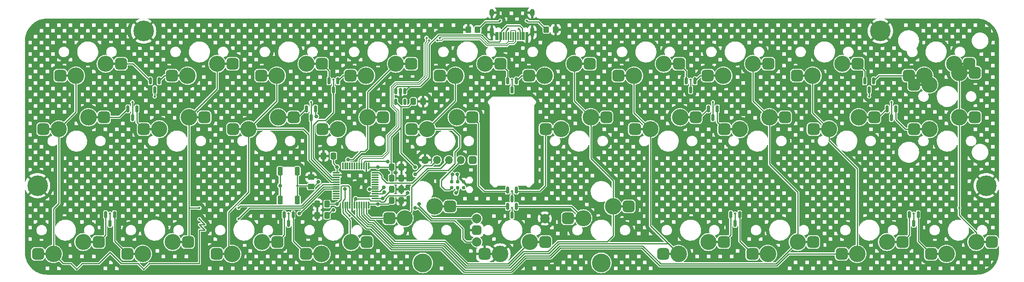
<source format=gbr>
%TF.GenerationSoftware,KiCad,Pcbnew,(7.0.0)*%
%TF.CreationDate,2024-03-02T19:04:10+01:00*%
%TF.ProjectId,kicad_tsuru,6b696361-645f-4747-9375-72752e6b6963,rev?*%
%TF.SameCoordinates,Original*%
%TF.FileFunction,Copper,L2,Bot*%
%TF.FilePolarity,Positive*%
%FSLAX46Y46*%
G04 Gerber Fmt 4.6, Leading zero omitted, Abs format (unit mm)*
G04 Created by KiCad (PCBNEW (7.0.0)) date 2024-03-02 19:04:10*
%MOMM*%
%LPD*%
G01*
G04 APERTURE LIST*
G04 Aperture macros list*
%AMRoundRect*
0 Rectangle with rounded corners*
0 $1 Rounding radius*
0 $2 $3 $4 $5 $6 $7 $8 $9 X,Y pos of 4 corners*
0 Add a 4 corners polygon primitive as box body*
4,1,4,$2,$3,$4,$5,$6,$7,$8,$9,$2,$3,0*
0 Add four circle primitives for the rounded corners*
1,1,$1+$1,$2,$3*
1,1,$1+$1,$4,$5*
1,1,$1+$1,$6,$7*
1,1,$1+$1,$8,$9*
0 Add four rect primitives between the rounded corners*
20,1,$1+$1,$2,$3,$4,$5,0*
20,1,$1+$1,$4,$5,$6,$7,0*
20,1,$1+$1,$6,$7,$8,$9,0*
20,1,$1+$1,$8,$9,$2,$3,0*%
G04 Aperture macros list end*
%TA.AperFunction,SMDPad,CuDef*%
%ADD10RoundRect,0.625000X-0.650000X-0.625000X0.650000X-0.625000X0.650000X0.625000X-0.650000X0.625000X0*%
%TD*%
%TA.AperFunction,SMDPad,CuDef*%
%ADD11R,1.797000X0.508000*%
%TD*%
%TA.AperFunction,ComponentPad*%
%ADD12C,3.420000*%
%TD*%
%TA.AperFunction,ComponentPad*%
%ADD13C,3.523634*%
%TD*%
%TA.AperFunction,SMDPad,CuDef*%
%ADD14RoundRect,0.625000X0.650000X0.625000X-0.650000X0.625000X-0.650000X-0.625000X0.650000X-0.625000X0*%
%TD*%
%TA.AperFunction,ComponentPad*%
%ADD15C,2.000000*%
%TD*%
%TA.AperFunction,ComponentPad*%
%ADD16RoundRect,0.500000X-0.500000X-0.500000X0.500000X-0.500000X0.500000X0.500000X-0.500000X0.500000X0*%
%TD*%
%TA.AperFunction,ComponentPad*%
%ADD17RoundRect,0.425000X-0.425000X0.425000X-0.425000X-0.425000X0.425000X-0.425000X0.425000X0.425000X0*%
%TD*%
%TA.AperFunction,ComponentPad*%
%ADD18O,1.700000X1.700000*%
%TD*%
%TA.AperFunction,ComponentPad*%
%ADD19C,0.700000*%
%TD*%
%TA.AperFunction,ComponentPad*%
%ADD20C,4.400000*%
%TD*%
%TA.AperFunction,ComponentPad*%
%ADD21C,4.000000*%
%TD*%
%TA.AperFunction,SMDPad,CuDef*%
%ADD22RoundRect,0.250000X-0.337500X-0.475000X0.337500X-0.475000X0.337500X0.475000X-0.337500X0.475000X0*%
%TD*%
%TA.AperFunction,SMDPad,CuDef*%
%ADD23RoundRect,0.150000X-0.150000X0.512500X-0.150000X-0.512500X0.150000X-0.512500X0.150000X0.512500X0*%
%TD*%
%TA.AperFunction,SMDPad,CuDef*%
%ADD24RoundRect,0.275000X-0.275000X0.625000X-0.275000X-0.625000X0.275000X-0.625000X0.275000X0.625000X0*%
%TD*%
%TA.AperFunction,SMDPad,CuDef*%
%ADD25RoundRect,0.150000X-0.150000X0.587500X-0.150000X-0.587500X0.150000X-0.587500X0.150000X0.587500X0*%
%TD*%
%TA.AperFunction,ConnectorPad*%
%ADD26C,0.787400*%
%TD*%
%TA.AperFunction,SMDPad,CuDef*%
%ADD27RoundRect,0.250000X0.337500X0.475000X-0.337500X0.475000X-0.337500X-0.475000X0.337500X-0.475000X0*%
%TD*%
%TA.AperFunction,SMDPad,CuDef*%
%ADD28RoundRect,0.250000X-0.350000X-0.450000X0.350000X-0.450000X0.350000X0.450000X-0.350000X0.450000X0*%
%TD*%
%TA.AperFunction,SMDPad,CuDef*%
%ADD29RoundRect,0.250000X0.350000X0.450000X-0.350000X0.450000X-0.350000X-0.450000X0.350000X-0.450000X0*%
%TD*%
%TA.AperFunction,SMDPad,CuDef*%
%ADD30RoundRect,0.250000X-0.450000X0.350000X-0.450000X-0.350000X0.450000X-0.350000X0.450000X0.350000X0*%
%TD*%
%TA.AperFunction,SMDPad,CuDef*%
%ADD31R,0.300000X1.750000*%
%TD*%
%TA.AperFunction,ComponentPad*%
%ADD32O,1.000000X1.600000*%
%TD*%
%TA.AperFunction,ComponentPad*%
%ADD33O,0.900000X2.100000*%
%TD*%
%TA.AperFunction,SMDPad,CuDef*%
%ADD34RoundRect,0.075000X0.075000X-0.662500X0.075000X0.662500X-0.075000X0.662500X-0.075000X-0.662500X0*%
%TD*%
%TA.AperFunction,SMDPad,CuDef*%
%ADD35RoundRect,0.075000X0.662500X-0.075000X0.662500X0.075000X-0.662500X0.075000X-0.662500X-0.075000X0*%
%TD*%
%TA.AperFunction,ViaPad*%
%ADD36C,0.800000*%
%TD*%
%TA.AperFunction,ViaPad*%
%ADD37C,0.500000*%
%TD*%
%TA.AperFunction,Conductor*%
%ADD38C,0.250000*%
%TD*%
%TA.AperFunction,Conductor*%
%ADD39C,0.200000*%
%TD*%
G04 APERTURE END LIST*
D10*
%TO.P,MX19,1,1*%
%TO.N,c8*%
X212119375Y-69266250D03*
D11*
X213539874Y-69266249D03*
D12*
X215394375Y-69266250D03*
D13*
%TO.P,MX19,2,2*%
%TO.N,Net-(D10-A1)*%
X221744375Y-66726250D03*
D11*
X223582374Y-66726249D03*
D10*
X225046375Y-66726250D03*
%TD*%
D14*
%TO.P,MX6,1,1*%
%TO.N,c5*%
X164376875Y-55296250D03*
D11*
X162956374Y-55296249D03*
D12*
X161101875Y-55296250D03*
D13*
%TO.P,MX6,2,2*%
%TO.N,Net-(D3-A2)*%
X154751875Y-57836250D03*
D11*
X152913874Y-57836249D03*
D14*
X151449875Y-57836250D03*
%TD*%
%TO.P,MX30,1,1*%
%TO.N,c9*%
X250101875Y-93396250D03*
D11*
X248681374Y-93396249D03*
D12*
X246826875Y-93396250D03*
D13*
%TO.P,MX30,2,2*%
%TO.N,Net-(D15-A2)*%
X240476875Y-95936250D03*
D11*
X238638874Y-95936249D03*
D14*
X237174875Y-95936250D03*
%TD*%
%TO.P,MX31,1,1*%
%TO.N,Enc_direct_pin*%
X154851875Y-93396250D03*
D11*
X153431374Y-93396249D03*
D12*
X151576875Y-93396250D03*
D13*
%TO.P,MX31,2,2*%
%TO.N,GND*%
X145226875Y-95936250D03*
D11*
X143388874Y-95936249D03*
D14*
X141924875Y-95936250D03*
%TD*%
D10*
%TO.P,MX25,1,1*%
%TO.N,c4*%
X121631875Y-88316250D03*
D11*
X123052374Y-88316249D03*
D12*
X124906875Y-88316250D03*
D13*
%TO.P,MX25,2,2*%
%TO.N,Net-(D13-A1)*%
X131256875Y-85776250D03*
D11*
X133094874Y-85776249D03*
D10*
X134558875Y-85776250D03*
%TD*%
%TO.P,MX16,1,1*%
%TO.N,Net-(D8-A2)*%
X154969375Y-69266250D03*
D11*
X156389874Y-69266249D03*
D12*
X158244375Y-69266250D03*
D13*
%TO.P,MX16,2,2*%
%TO.N,c5*%
X164594375Y-66726250D03*
D11*
X166432374Y-66726249D03*
D10*
X167896375Y-66726250D03*
%TD*%
%TO.P,MX18,1,1*%
%TO.N,Net-(D9-A2)*%
X193069375Y-69266250D03*
D11*
X194489874Y-69266249D03*
D12*
X196344375Y-69266250D03*
D13*
%TO.P,MX18,2,2*%
%TO.N,c7*%
X202694375Y-66726250D03*
D11*
X204532374Y-66726249D03*
D10*
X205996375Y-66726250D03*
%TD*%
D14*
%TO.P,MX3,1,1*%
%TO.N,Net-(D2-A1)*%
X107226875Y-55296250D03*
D11*
X105806374Y-55296249D03*
D12*
X103951875Y-55296250D03*
D13*
%TO.P,MX3,2,2*%
%TO.N,c2*%
X97601875Y-57836250D03*
D11*
X95763874Y-57836249D03*
D14*
X94299875Y-57836250D03*
%TD*%
D15*
%TO.P,SW1,A,A*%
%TO.N,ENC_RIGHT*%
X140266875Y-88356250D03*
%TO.P,SW1,B,B*%
%TO.N,ENC_LEFT*%
X140266875Y-93356250D03*
D16*
%TO.P,SW1,C,C*%
%TO.N,GND*%
X140266875Y-90856250D03*
D15*
%TO.P,SW1,S1,S1*%
%TO.N,Enc_direct_pin*%
X154766875Y-93356250D03*
%TO.P,SW1,S2,S2*%
%TO.N,GND*%
X154766875Y-88356250D03*
%TD*%
D14*
%TO.P,MX5,1,1*%
%TO.N,Net-(D3-A1)*%
X145326875Y-55296250D03*
D11*
X143906374Y-55296249D03*
D12*
X142051875Y-55296250D03*
D13*
%TO.P,MX5,2,2*%
%TO.N,c4*%
X135701875Y-57836250D03*
D11*
X133863874Y-57836249D03*
D14*
X132399875Y-57836250D03*
%TD*%
D17*
%TO.P,J3,1,Pin_1*%
%TO.N,+3.3V*%
X139376875Y-75876250D03*
D18*
%TO.P,J3,2,Pin_2*%
%TO.N,SWDIO*%
X136836874Y-75876249D03*
%TO.P,J3,3,Pin_3*%
%TO.N,SWCLK*%
X134296874Y-75876249D03*
%TO.P,J3,4,Pin_4*%
%TO.N,NRST*%
X131756874Y-75876249D03*
%TO.P,J3,5,Pin_5*%
%TO.N,GND*%
X129216874Y-75876249D03*
%TD*%
D10*
%TO.P,MX12,1,1*%
%TO.N,Net-(D6-A2)*%
X69244375Y-69266250D03*
D11*
X70664874Y-69266249D03*
D12*
X72519375Y-69266250D03*
D13*
%TO.P,MX12,2,2*%
%TO.N,c1*%
X78869375Y-66726250D03*
D11*
X80707374Y-66726249D03*
D10*
X82171375Y-66726250D03*
%TD*%
D19*
%TO.P,H3,1,1*%
%TO.N,GND*%
X44913735Y-81331322D03*
X45397009Y-80164596D03*
X45397009Y-82498048D03*
X46563735Y-79681322D03*
D20*
X46563735Y-81331322D03*
D19*
X46563735Y-82981322D03*
X47730461Y-80164596D03*
X47730461Y-82498048D03*
X48213735Y-81331322D03*
%TD*%
D14*
%TO.P,MX24,1,1*%
%TO.N,c3*%
X116751875Y-93396250D03*
D11*
X115331374Y-93396249D03*
D12*
X113476875Y-93396250D03*
D13*
%TO.P,MX24,2,2*%
%TO.N,Net-(D12-A2)*%
X107126875Y-95936250D03*
D11*
X105288874Y-95936249D03*
D14*
X103824875Y-95936250D03*
%TD*%
%TO.P,MX22,1,1*%
%TO.N,c1*%
X78651875Y-93396250D03*
D11*
X77231374Y-93396249D03*
D12*
X75376875Y-93396250D03*
D13*
%TO.P,MX22,2,2*%
%TO.N,Net-(D11-A2)*%
X69026875Y-95936250D03*
D11*
X67188874Y-95936249D03*
D14*
X65724875Y-95936250D03*
%TD*%
%TO.P,MX29,1,1*%
%TO.N,Net-(D15-A1)*%
X231051875Y-93396250D03*
D11*
X229631374Y-93396249D03*
D12*
X227776875Y-93396250D03*
D13*
%TO.P,MX29,2,2*%
%TO.N,c8*%
X221426875Y-95936250D03*
D11*
X219588874Y-95936249D03*
D14*
X218124875Y-95936250D03*
%TD*%
D19*
%TO.P,H1,1,1*%
%TO.N,GND*%
X67535667Y-48291395D03*
X68018941Y-47124669D03*
X68018941Y-49458121D03*
X69185667Y-46641395D03*
D20*
X69185667Y-48291395D03*
D19*
X69185667Y-49941395D03*
X70352393Y-47124669D03*
X70352393Y-49458121D03*
X70835667Y-48291395D03*
%TD*%
D10*
%TO.P,MX17,1,1*%
%TO.N,c6*%
X174019375Y-69266250D03*
D11*
X175439874Y-69266249D03*
D12*
X177294375Y-69266250D03*
D13*
%TO.P,MX17,2,2*%
%TO.N,Net-(D9-A1)*%
X183644375Y-66726250D03*
D11*
X185482374Y-66726249D03*
D10*
X186946375Y-66726250D03*
%TD*%
%TO.P,MX15,1,1*%
%TO.N,c4*%
X126394375Y-69266250D03*
D11*
X127814874Y-69266249D03*
D12*
X129669375Y-69266250D03*
D13*
%TO.P,MX15,2,2*%
%TO.N,Net-(D8-A1)*%
X136019375Y-66726250D03*
D11*
X137857374Y-66726249D03*
D10*
X139321375Y-66726250D03*
%TD*%
D14*
%TO.P,MX21,1,1*%
%TO.N,Net-(D11-A1)*%
X59601875Y-93396250D03*
D11*
X58181374Y-93396249D03*
D12*
X56326875Y-93396250D03*
D13*
%TO.P,MX21,2,2*%
%TO.N,c0*%
X49976875Y-95936250D03*
D11*
X48138874Y-95936249D03*
D14*
X46674875Y-95936250D03*
%TD*%
%TO.P,MX27,1,1*%
%TO.N,Net-(D14-A1)*%
X192951875Y-93396250D03*
D11*
X191531374Y-93396249D03*
D12*
X189676875Y-93396250D03*
D13*
%TO.P,MX27,2,2*%
%TO.N,c6*%
X183326875Y-95936250D03*
D11*
X181488874Y-95936249D03*
D14*
X180024875Y-95936250D03*
%TD*%
%TO.P,MX7,1,1*%
%TO.N,Net-(D4-A1)*%
X183426875Y-55296250D03*
D11*
X182006374Y-55296249D03*
D12*
X180151875Y-55296250D03*
D13*
%TO.P,MX7,2,2*%
%TO.N,c6*%
X173801875Y-57836250D03*
D11*
X171963874Y-57836249D03*
D14*
X170499875Y-57836250D03*
%TD*%
D10*
%TO.P,MX26,1,1*%
%TO.N,Net-(D13-A2)*%
X159731875Y-88316250D03*
D11*
X161152374Y-88316249D03*
D12*
X163006875Y-88316250D03*
D13*
%TO.P,MX26,2,2*%
%TO.N,c5*%
X169356875Y-85776250D03*
D11*
X171194874Y-85776249D03*
D10*
X172658875Y-85776250D03*
%TD*%
%TO.P,MX20,1,1*%
%TO.N,Net-(D10-A2)*%
X233550625Y-69266250D03*
D11*
X234971124Y-69266249D03*
D12*
X236825625Y-69266250D03*
D13*
%TO.P,MX20,2,2*%
%TO.N,c9*%
X243175625Y-66726250D03*
D11*
X245013624Y-66726249D03*
D10*
X246477625Y-66726250D03*
%TD*%
D14*
%TO.P,MX4,1,1*%
%TO.N,c3*%
X126276875Y-55296250D03*
D11*
X124856374Y-55296249D03*
D12*
X123001875Y-55296250D03*
D13*
%TO.P,MX4,2,2*%
%TO.N,Net-(D2-A2)*%
X116651875Y-57836250D03*
D11*
X114813874Y-57836249D03*
D14*
X113349875Y-57836250D03*
%TD*%
D10*
%TO.P,MX32,1,1*%
%TO.N,Net-(D5-A2)*%
X233550625Y-59741250D03*
D11*
X234971124Y-59741249D03*
D12*
X236825625Y-59741250D03*
D13*
%TO.P,MX32,2,2*%
%TO.N,c9*%
X243175625Y-57201250D03*
D11*
X245013624Y-57201249D03*
D10*
X246477625Y-57201250D03*
%TD*%
%TO.P,MX14,1,1*%
%TO.N,Net-(D7-A2)*%
X107344375Y-69266250D03*
D11*
X108764874Y-69266249D03*
D12*
X110619375Y-69266250D03*
D13*
%TO.P,MX14,2,2*%
%TO.N,c3*%
X116969375Y-66726250D03*
D11*
X118807374Y-66726249D03*
D10*
X120271375Y-66726250D03*
%TD*%
D14*
%TO.P,MX23,1,1*%
%TO.N,Net-(D12-A1)*%
X97701875Y-93396250D03*
D11*
X96281374Y-93396249D03*
D12*
X94426875Y-93396250D03*
D13*
%TO.P,MX23,2,2*%
%TO.N,c2*%
X88076875Y-95936250D03*
D11*
X86238874Y-95936249D03*
D14*
X84774875Y-95936250D03*
%TD*%
D19*
%TO.P,H2,1,1*%
%TO.N,GND*%
X224698563Y-48291395D03*
X225181837Y-47124669D03*
X225181837Y-49458121D03*
X226348563Y-46641395D03*
D20*
X226348563Y-48291395D03*
D19*
X226348563Y-49941395D03*
X227515289Y-47124669D03*
X227515289Y-49458121D03*
X227998563Y-48291395D03*
%TD*%
%TO.P,H4,1,1*%
%TO.N,GND*%
X247320495Y-81331322D03*
X247803769Y-80164596D03*
X247803769Y-82498048D03*
X248970495Y-79681322D03*
D20*
X248970495Y-81331322D03*
D19*
X248970495Y-82981322D03*
X250137221Y-80164596D03*
X250137221Y-82498048D03*
X250620495Y-81331322D03*
%TD*%
D14*
%TO.P,MX1,1,1*%
%TO.N,Net-(D1-A1)*%
X64364375Y-55296250D03*
D11*
X62943874Y-55296249D03*
D12*
X61089375Y-55296250D03*
D13*
%TO.P,MX1,2,2*%
%TO.N,c0*%
X54739375Y-57836250D03*
D11*
X52901374Y-57836249D03*
D14*
X51437375Y-57836250D03*
%TD*%
%TO.P,MX28,1,1*%
%TO.N,c7*%
X212001875Y-93396250D03*
D11*
X210581374Y-93396249D03*
D12*
X208726875Y-93396250D03*
D13*
%TO.P,MX28,2,2*%
%TO.N,Net-(D14-A2)*%
X202376875Y-95936250D03*
D11*
X200538874Y-95936249D03*
D14*
X199074875Y-95936250D03*
%TD*%
%TO.P,MX10,1,1*%
%TO.N,c9*%
X245339375Y-55296250D03*
D11*
X243918874Y-55296249D03*
D12*
X242064375Y-55296250D03*
D13*
%TO.P,MX10,2,2*%
%TO.N,Net-(D5-A2)*%
X235714375Y-57836250D03*
D11*
X233876374Y-57836249D03*
D14*
X232412375Y-57836250D03*
%TD*%
%TO.P,MX2,1,1*%
%TO.N,c1*%
X88176875Y-55296250D03*
D11*
X86756374Y-55296249D03*
D12*
X84901875Y-55296250D03*
D13*
%TO.P,MX2,2,2*%
%TO.N,Net-(D1-A2)*%
X78551875Y-57836250D03*
D11*
X76713874Y-57836249D03*
D14*
X75249875Y-57836250D03*
%TD*%
D21*
%TO.P,S1,*%
%TO.N,*%
X166816875Y-97841250D03*
X128716875Y-97841250D03*
%TD*%
D10*
%TO.P,MX11,1,1*%
%TO.N,c0*%
X47813125Y-69266250D03*
D11*
X49233624Y-69266249D03*
D12*
X51088125Y-69266250D03*
D13*
%TO.P,MX11,2,2*%
%TO.N,Net-(D6-A1)*%
X57438125Y-66726250D03*
D11*
X59276124Y-66726249D03*
D10*
X60740125Y-66726250D03*
%TD*%
D14*
%TO.P,MX8,1,1*%
%TO.N,c7*%
X202476875Y-55296250D03*
D11*
X201056374Y-55296249D03*
D12*
X199201875Y-55296250D03*
D13*
%TO.P,MX8,2,2*%
%TO.N,Net-(D4-A2)*%
X192851875Y-57836250D03*
D11*
X191013874Y-57836249D03*
D14*
X189549875Y-57836250D03*
%TD*%
D10*
%TO.P,MX13,1,1*%
%TO.N,c2*%
X88294375Y-69266250D03*
D11*
X89714874Y-69266249D03*
D12*
X91569375Y-69266250D03*
D13*
%TO.P,MX13,2,2*%
%TO.N,Net-(D7-A1)*%
X97919375Y-66726250D03*
D11*
X99757374Y-66726249D03*
D10*
X101221375Y-66726250D03*
%TD*%
D14*
%TO.P,MX9,1,1*%
%TO.N,Net-(D5-A1)*%
X221526875Y-55296250D03*
D11*
X220106374Y-55296249D03*
D12*
X218251875Y-55296250D03*
D13*
%TO.P,MX9,2,2*%
%TO.N,c8*%
X211901875Y-57836250D03*
D11*
X210063874Y-57836249D03*
D14*
X208599875Y-57836250D03*
%TD*%
D22*
%TO.P,C1,1*%
%TO.N,+3.3V*%
X126739375Y-63351250D03*
%TO.P,C1,2*%
%TO.N,GND*%
X128814375Y-63351250D03*
%TD*%
D23*
%TO.P,U2,1,VIN*%
%TO.N,+5V*%
X123004375Y-61143750D03*
%TO.P,U2,2,GND*%
%TO.N,GND*%
X123954375Y-61143750D03*
%TO.P,U2,3,EN*%
%TO.N,+5V*%
X124904375Y-61143750D03*
%TO.P,U2,4,NC*%
%TO.N,unconnected-(U2-NC-Pad4)*%
X124904375Y-63418750D03*
%TO.P,U2,5,VOUT*%
%TO.N,+3.3V*%
X123004375Y-63418750D03*
%TD*%
D24*
%TO.P,SW3,1,1*%
%TO.N,+3.3V*%
X98291875Y-78231250D03*
X98291875Y-84431250D03*
%TO.P,SW3,2,2*%
%TO.N,BOOT0*%
X101991875Y-78231250D03*
X101991875Y-84431250D03*
%TD*%
D25*
%TO.P,D11,1,A1*%
%TO.N,Net-(D11-A1)*%
X61091875Y-87537500D03*
%TO.P,D11,2,A2*%
%TO.N,Net-(D11-A2)*%
X62991875Y-87537500D03*
%TO.P,D11,3,K*%
%TO.N,r2*%
X62041875Y-89412500D03*
%TD*%
%TO.P,D15,1,A1*%
%TO.N,Net-(D15-A1)*%
X232541875Y-87537500D03*
%TO.P,D15,2,A2*%
%TO.N,Net-(D15-A2)*%
X234441875Y-87537500D03*
%TO.P,D15,3,K*%
%TO.N,r2*%
X233491875Y-89412500D03*
%TD*%
%TO.P,D14,1,A1*%
%TO.N,Net-(D14-A1)*%
X194441875Y-87537500D03*
%TO.P,D14,2,A2*%
%TO.N,Net-(D14-A2)*%
X196341875Y-87537500D03*
%TO.P,D14,3,K*%
%TO.N,r2*%
X195391875Y-89412500D03*
%TD*%
%TO.P,D10,1,A1*%
%TO.N,Net-(D10-A1)*%
X227779375Y-64915625D03*
%TO.P,D10,2,A2*%
%TO.N,Net-(D10-A2)*%
X229679375Y-64915625D03*
%TO.P,D10,3,K*%
%TO.N,r1*%
X228729375Y-66790625D03*
%TD*%
D26*
%TO.P,J2,1,VCC*%
%TO.N,+3.3V*%
X134908125Y-80537500D03*
%TO.P,J2,2,SWDIO*%
%TO.N,SWDIO*%
X134908125Y-81807500D03*
%TO.P,J2,3,~{RESET}*%
%TO.N,NRST*%
X136178125Y-80537500D03*
%TO.P,J2,4,SWCLK*%
%TO.N,SWCLK*%
X136178125Y-81807500D03*
%TO.P,J2,5,GND*%
%TO.N,GND*%
X137448125Y-80537500D03*
%TO.P,J2,6,SWO*%
%TO.N,unconnected-(J2-SWO-Pad6)*%
X137448125Y-81807500D03*
%TD*%
D27*
%TO.P,C5,1*%
%TO.N,+3.3V*%
X109666875Y-74981250D03*
%TO.P,C5,2*%
%TO.N,GND*%
X107591875Y-74981250D03*
%TD*%
D25*
%TO.P,D3,1,A1*%
%TO.N,Net-(D3-A1)*%
X146816875Y-58962500D03*
%TO.P,D3,2,A2*%
%TO.N,Net-(D3-A2)*%
X148716875Y-58962500D03*
%TO.P,D3,3,K*%
%TO.N,r0*%
X147766875Y-60837500D03*
%TD*%
D28*
%TO.P,R2,1*%
%TO.N,Net-(J1-CC2)*%
X155101250Y-47993750D03*
%TO.P,R2,2*%
%TO.N,GND*%
X157101250Y-47993750D03*
%TD*%
D25*
%TO.P,D9,1,A1*%
%TO.N,Net-(D9-A1)*%
X189679375Y-64915625D03*
%TO.P,D9,2,A2*%
%TO.N,Net-(D9-A2)*%
X191579375Y-64915625D03*
%TO.P,D9,3,K*%
%TO.N,r1*%
X190629375Y-66790625D03*
%TD*%
%TO.P,D6,1,A1*%
%TO.N,Net-(D6-A1)*%
X65854375Y-64915625D03*
%TO.P,D6,2,A2*%
%TO.N,Net-(D6-A2)*%
X67754375Y-64915625D03*
%TO.P,D6,3,K*%
%TO.N,r1*%
X66804375Y-66790625D03*
%TD*%
D27*
%TO.P,C10,1*%
%TO.N,NRST*%
X108323125Y-87681250D03*
%TO.P,C10,2*%
%TO.N,GND*%
X106248125Y-87681250D03*
%TD*%
D25*
%TO.P,D7,1,A1*%
%TO.N,Net-(D7-A1)*%
X103954375Y-64915625D03*
%TO.P,D7,2,A2*%
%TO.N,Net-(D7-A2)*%
X105854375Y-64915625D03*
%TO.P,D7,3,K*%
%TO.N,r1*%
X104904375Y-66790625D03*
%TD*%
D27*
%TO.P,C6,1*%
%TO.N,+3.3V*%
X108323125Y-85300000D03*
%TO.P,C6,2*%
%TO.N,GND*%
X106248125Y-85300000D03*
%TD*%
D29*
%TO.P,R1,1*%
%TO.N,Net-(J1-CC1)*%
X140432500Y-47993750D03*
%TO.P,R1,2*%
%TO.N,GND*%
X138432500Y-47993750D03*
%TD*%
D22*
%TO.P,C4,1*%
%TO.N,+3.3V*%
X122123125Y-79743750D03*
%TO.P,C4,2*%
%TO.N,GND*%
X124198125Y-79743750D03*
%TD*%
D25*
%TO.P,D5,1,A1*%
%TO.N,Net-(D5-A1)*%
X223016875Y-58962500D03*
%TO.P,D5,2,A2*%
%TO.N,Net-(D5-A2)*%
X224916875Y-58962500D03*
%TO.P,D5,3,K*%
%TO.N,r0*%
X223966875Y-60837500D03*
%TD*%
%TO.P,D8,1,A1*%
%TO.N,Net-(D8-A1)*%
X146816875Y-82313727D03*
%TO.P,D8,2,A2*%
%TO.N,Net-(D8-A2)*%
X148716875Y-82313727D03*
%TO.P,D8,3,K*%
%TO.N,r1*%
X147766875Y-84188727D03*
%TD*%
%TO.P,D4,1,A1*%
%TO.N,Net-(D4-A1)*%
X184916875Y-58962500D03*
%TO.P,D4,2,A2*%
%TO.N,Net-(D4-A2)*%
X186816875Y-58962500D03*
%TO.P,D4,3,K*%
%TO.N,r0*%
X185866875Y-60837500D03*
%TD*%
D22*
%TO.P,C8,1*%
%TO.N,+3.3V*%
X122123125Y-84506250D03*
%TO.P,C8,2*%
%TO.N,GND*%
X124198125Y-84506250D03*
%TD*%
D25*
%TO.P,D2,1,A1*%
%TO.N,Net-(D2-A1)*%
X108716875Y-58962500D03*
%TO.P,D2,2,A2*%
%TO.N,Net-(D2-A2)*%
X110616875Y-58962500D03*
%TO.P,D2,3,K*%
%TO.N,r0*%
X109666875Y-60837500D03*
%TD*%
D30*
%TO.P,R4,1*%
%TO.N,GND*%
X104904375Y-79537500D03*
%TO.P,R4,2*%
%TO.N,BOOT0*%
X104904375Y-81537500D03*
%TD*%
D31*
%TO.P,J1,A1,GND*%
%TO.N,GND*%
X144416874Y-49393749D03*
%TO.P,J1,A4,VBUS*%
%TO.N,+5V*%
X145216874Y-49393749D03*
%TO.P,J1,A5,CC1*%
%TO.N,Net-(J1-CC1)*%
X146516874Y-49393749D03*
%TO.P,J1,A6,D+*%
%TO.N,D+*%
X147516874Y-49393749D03*
%TO.P,J1,A7,D-*%
%TO.N,D-*%
X148016874Y-49393749D03*
%TO.P,J1,A8,SBU1*%
%TO.N,unconnected-(J1-SBU1-PadA8)*%
X149016874Y-49393749D03*
%TO.P,J1,A9,VBUS*%
%TO.N,+5V*%
X150316874Y-49393749D03*
%TO.P,J1,A12,GND*%
%TO.N,GND*%
X151116874Y-49393749D03*
%TO.P,J1,B1,GND*%
X150816874Y-49393749D03*
%TO.P,J1,B4,VBUS*%
%TO.N,+5V*%
X150016874Y-49393749D03*
%TO.P,J1,B5,CC2*%
%TO.N,Net-(J1-CC2)*%
X149516874Y-49393749D03*
%TO.P,J1,B6,D+*%
%TO.N,D+*%
X148516874Y-49393749D03*
%TO.P,J1,B7,D-*%
%TO.N,D-*%
X147016874Y-49393749D03*
%TO.P,J1,B8,SBU2*%
%TO.N,unconnected-(J1-SBU2-PadB8)*%
X146016874Y-49393749D03*
%TO.P,J1,B9,VBUS*%
%TO.N,+5V*%
X145516874Y-49393749D03*
%TO.P,J1,B12,GND*%
%TO.N,GND*%
X144716874Y-49393749D03*
D32*
%TO.P,J1,S1,SHIELD*%
X143446874Y-44373749D03*
D33*
X143446874Y-48553749D03*
D32*
X152086874Y-44373749D03*
D33*
X152086874Y-48553749D03*
%TD*%
D25*
%TO.P,D1,1,A1*%
%TO.N,Net-(D1-A1)*%
X70616875Y-58962500D03*
%TO.P,D1,2,A2*%
%TO.N,Net-(D1-A2)*%
X72516875Y-58962500D03*
%TO.P,D1,3,K*%
%TO.N,r0*%
X71566875Y-60837500D03*
%TD*%
D34*
%TO.P,U3,1,VBAT*%
%TO.N,+3.3V*%
X117179375Y-85493750D03*
%TO.P,U3,2,PC13*%
%TO.N,c4*%
X116679375Y-85493750D03*
%TO.P,U3,3,PC14*%
%TO.N,Enc_direct_pin*%
X116179375Y-85493750D03*
%TO.P,U3,4,PC15*%
%TO.N,c5*%
X115679375Y-85493750D03*
%TO.P,U3,5,PF0*%
%TO.N,c6*%
X115179375Y-85493750D03*
%TO.P,U3,6,PF1*%
%TO.N,c7*%
X114679375Y-85493750D03*
%TO.P,U3,7,NRST*%
%TO.N,NRST*%
X114179375Y-85493750D03*
%TO.P,U3,8,VSSA*%
%TO.N,GND*%
X113679375Y-85493750D03*
%TO.P,U3,9,VDDA*%
%TO.N,+3.3V*%
X113179375Y-85493750D03*
%TO.P,U3,10,PA0*%
%TO.N,c8*%
X112679375Y-85493750D03*
%TO.P,U3,11,PA1*%
%TO.N,c9*%
X112179375Y-85493750D03*
%TO.P,U3,12,PA2*%
%TO.N,c3*%
X111679375Y-85493750D03*
D35*
%TO.P,U3,13,PA3*%
%TO.N,unconnected-(U3-PA3-Pad13)*%
X110266875Y-84081250D03*
%TO.P,U3,14,PA4*%
%TO.N,unconnected-(U3-PA4-Pad14)*%
X110266875Y-83581250D03*
%TO.P,U3,15,PA5*%
%TO.N,unconnected-(U3-PA5-Pad15)*%
X110266875Y-83081250D03*
%TO.P,U3,16,PA6*%
%TO.N,unconnected-(U3-PA6-Pad16)*%
X110266875Y-82581250D03*
%TO.P,U3,17,PA7*%
%TO.N,r2*%
X110266875Y-82081250D03*
%TO.P,U3,18,PB0*%
%TO.N,c0*%
X110266875Y-81581250D03*
%TO.P,U3,19,PB1*%
%TO.N,c1*%
X110266875Y-81081250D03*
%TO.P,U3,20,PB2*%
%TO.N,c2*%
X110266875Y-80581250D03*
%TO.P,U3,21,PB10*%
%TO.N,r1*%
X110266875Y-80081250D03*
%TO.P,U3,22,PB11*%
%TO.N,r0*%
X110266875Y-79581250D03*
%TO.P,U3,23,VSS*%
%TO.N,GND*%
X110266875Y-79081250D03*
%TO.P,U3,24,VDD*%
%TO.N,+3.3V*%
X110266875Y-78581250D03*
D34*
%TO.P,U3,25,PB12*%
%TO.N,unconnected-(U3-PB12-Pad25)*%
X111679375Y-77168750D03*
%TO.P,U3,26,PB13*%
%TO.N,unconnected-(U3-PB13-Pad26)*%
X112179375Y-77168750D03*
%TO.P,U3,27,PB14*%
%TO.N,unconnected-(U3-PB14-Pad27)*%
X112679375Y-77168750D03*
%TO.P,U3,28,PB15*%
%TO.N,unconnected-(U3-PB15-Pad28)*%
X113179375Y-77168750D03*
%TO.P,U3,29,PA8*%
%TO.N,unconnected-(U3-PA8-Pad29)*%
X113679375Y-77168750D03*
%TO.P,U3,30,PA9*%
%TO.N,unconnected-(U3-PA9-Pad30)*%
X114179375Y-77168750D03*
%TO.P,U3,31,PA10*%
%TO.N,unconnected-(U3-PA10-Pad31)*%
X114679375Y-77168750D03*
%TO.P,U3,32,PA11*%
%TO.N,D-*%
X115179375Y-77168750D03*
%TO.P,U3,33,PA12*%
%TO.N,D+*%
X115679375Y-77168750D03*
%TO.P,U3,34,PA13*%
%TO.N,SWDIO*%
X116179375Y-77168750D03*
%TO.P,U3,35,VSS*%
%TO.N,GND*%
X116679375Y-77168750D03*
%TO.P,U3,36,VDDIO2*%
%TO.N,+3.3V*%
X117179375Y-77168750D03*
D35*
%TO.P,U3,37,PA14*%
%TO.N,SWCLK*%
X118591875Y-78581250D03*
%TO.P,U3,38,PA15*%
%TO.N,unconnected-(U3-PA15-Pad38)*%
X118591875Y-79081250D03*
%TO.P,U3,39,PB3*%
%TO.N,unconnected-(U3-PB3-Pad39)*%
X118591875Y-79581250D03*
%TO.P,U3,40,PB4*%
%TO.N,unconnected-(U3-PB4-Pad40)*%
X118591875Y-80081250D03*
%TO.P,U3,41,PB5*%
%TO.N,unconnected-(U3-PB5-Pad41)*%
X118591875Y-80581250D03*
%TO.P,U3,42,PB6*%
%TO.N,unconnected-(U3-PB6-Pad42)*%
X118591875Y-81081250D03*
%TO.P,U3,43,PB7*%
%TO.N,unconnected-(U3-PB7-Pad43)*%
X118591875Y-81581250D03*
%TO.P,U3,44,BOOT0*%
%TO.N,BOOT0*%
X118591875Y-82081250D03*
%TO.P,U3,45,PB8*%
%TO.N,ENC_RIGHT*%
X118591875Y-82581250D03*
%TO.P,U3,46,PB9*%
%TO.N,ENC_LEFT*%
X118591875Y-83081250D03*
%TO.P,U3,47,VSS*%
%TO.N,GND*%
X118591875Y-83581250D03*
%TO.P,U3,48,VDD*%
%TO.N,+3.3V*%
X118591875Y-84081250D03*
%TD*%
D22*
%TO.P,C7,1*%
%TO.N,+3.3V*%
X122123125Y-82125000D03*
%TO.P,C7,2*%
%TO.N,GND*%
X124198125Y-82125000D03*
%TD*%
D25*
%TO.P,D12,1,A1*%
%TO.N,Net-(D12-A1)*%
X99191875Y-87537500D03*
%TO.P,D12,2,A2*%
%TO.N,Net-(D12-A2)*%
X101091875Y-87537500D03*
%TO.P,D12,3,K*%
%TO.N,r2*%
X100141875Y-89412500D03*
%TD*%
%TO.P,D13,1,A1*%
%TO.N,Net-(D13-A1)*%
X146816875Y-85754981D03*
%TO.P,D13,2,A2*%
%TO.N,Net-(D13-A2)*%
X148716875Y-85754981D03*
%TO.P,D13,3,K*%
%TO.N,r2*%
X147766875Y-87629981D03*
%TD*%
D22*
%TO.P,C9,1*%
%TO.N,+3.3V*%
X122123125Y-77362500D03*
%TO.P,C9,2*%
%TO.N,GND*%
X124198125Y-77362500D03*
%TD*%
D36*
%TO.N,+3.3V*%
X127129375Y-77362500D03*
%TO.N,NRST*%
X127129375Y-78950000D03*
%TO.N,+3.3V*%
X135066875Y-78950000D03*
X110460625Y-77362500D03*
X119191875Y-77362500D03*
X119191875Y-85300000D03*
X110460625Y-85300000D03*
X98291875Y-81331250D03*
X120166875Y-84081250D03*
%TO.N,GND*%
X123160625Y-86093750D03*
D37*
X98355976Y-71806266D03*
X136816875Y-86866250D03*
D36*
X125541875Y-77362500D03*
X125425146Y-81518250D03*
X104904375Y-88008875D03*
X104904375Y-86093750D03*
X125541875Y-79743750D03*
X104904375Y-78156250D03*
X106491875Y-74981250D03*
X114429375Y-81331250D03*
D37*
%TO.N,r0*%
X223966875Y-62281250D03*
X71566875Y-62281250D03*
X147766875Y-58709375D03*
X185866875Y-58709375D03*
X109666875Y-58709375D03*
%TO.N,r1*%
X190629375Y-63471875D03*
X66804375Y-63471875D03*
X228729375Y-63471875D03*
X147766875Y-82521875D03*
X104904375Y-63471875D03*
D36*
%TO.N,Net-(D7-A2)*%
X106036875Y-66566250D03*
D37*
%TO.N,r2*%
X62041875Y-87284375D03*
X100141875Y-87284375D03*
X147766875Y-86093750D03*
X195391875Y-87284375D03*
X233491875Y-87284375D03*
D36*
X102384249Y-87283703D03*
D37*
%TO.N,D-*%
X132366875Y-49746250D03*
X129536875Y-49746250D03*
%TO.N,D+*%
X131866875Y-50295750D03*
X130086875Y-50316250D03*
%TO.N,Net-(J1-CC2)*%
X150926875Y-46076250D03*
X149226875Y-47836250D03*
%TO.N,Net-(J1-CC1)*%
X146946875Y-47826250D03*
X145256875Y-46096250D03*
D36*
%TO.N,SWDIO*%
X121262375Y-76180673D03*
%TO.N,SWCLK*%
X135860625Y-82918750D03*
D37*
%TO.N,c0*%
X81091875Y-88475000D03*
X89426250Y-88475000D03*
%TO.N,c1*%
X81091875Y-86093750D03*
X89426250Y-86093750D03*
D36*
%TO.N,c3*%
X112163549Y-82055750D03*
X112841875Y-75775000D03*
D37*
%TO.N,c9*%
X113128261Y-87773021D03*
X243175625Y-86093750D03*
D36*
%TO.N,ENC_RIGHT*%
X120457097Y-81685567D03*
X127975976Y-85247149D03*
%TO.N,ENC_LEFT*%
X120542076Y-82681451D03*
X127129375Y-86093750D03*
%TO.N,BOOT0*%
X106491875Y-80537500D03*
X117394796Y-82094940D03*
D37*
X101991875Y-81331250D03*
D36*
%TO.N,NRST*%
X109666875Y-86559875D03*
X125541875Y-82918750D03*
X114403875Y-84187239D03*
X136066378Y-78950000D03*
%TD*%
D38*
%TO.N,+3.3V*%
X124066875Y-74300000D02*
X124066875Y-68631250D01*
X127129375Y-77362500D02*
X124066875Y-74300000D01*
%TO.N,NRST*%
X129028125Y-77051250D02*
X127129375Y-78950000D01*
X130304375Y-77051250D02*
X130581875Y-77051250D01*
X129028125Y-77051250D02*
X130304375Y-77051250D01*
%TO.N,+3.3V*%
X126739375Y-63351250D02*
X125684375Y-64406250D01*
X121986875Y-71036250D02*
X121986875Y-77226250D01*
X109666875Y-76568750D02*
X110460625Y-77362500D01*
X110460625Y-77362500D02*
X110460625Y-78387500D01*
X122123125Y-77362500D02*
X122123125Y-79743750D01*
X110460625Y-78387500D02*
X110266875Y-78581250D01*
X117373125Y-85300000D02*
X117179375Y-85493750D01*
X124066875Y-68631250D02*
X124066875Y-68956250D01*
X124066875Y-68956250D02*
X121986875Y-71036250D01*
X110460625Y-85190685D02*
X110460625Y-85300000D01*
X121329375Y-85300000D02*
X119191875Y-85300000D01*
X113179375Y-85493750D02*
X113179375Y-81668750D01*
X113179375Y-81668750D02*
X112841875Y-81331250D01*
X123004375Y-63418750D02*
X124066875Y-64481250D01*
X117373125Y-77362500D02*
X117179375Y-77168750D01*
X134908125Y-79108750D02*
X135066875Y-78950000D01*
X122123125Y-77362500D02*
X119191875Y-77362500D01*
X122123125Y-82125000D02*
X120166875Y-84081250D01*
X119191875Y-85300000D02*
X117373125Y-85300000D01*
X112841875Y-81331250D02*
X111550520Y-81331250D01*
X121986875Y-77226250D02*
X122123125Y-77362500D01*
X119191875Y-77362500D02*
X117373125Y-77362500D01*
X111329375Y-81552395D02*
X111329375Y-84321935D01*
X122123125Y-84506250D02*
X121329375Y-85300000D01*
X123991875Y-64406250D02*
X123004375Y-63418750D01*
X111550520Y-81331250D02*
X111329375Y-81552395D01*
X124066875Y-64481250D02*
X124066875Y-68631250D01*
X111329375Y-84321935D02*
X110460625Y-85190685D01*
X134908125Y-80537500D02*
X134908125Y-79108750D01*
X98291875Y-78231250D02*
X98291875Y-84431250D01*
X120166875Y-84081250D02*
X118591875Y-84081250D01*
X125684375Y-64406250D02*
X123991875Y-64406250D01*
X109666875Y-74981250D02*
X109666875Y-76568750D01*
X108323125Y-85300000D02*
X110460625Y-85300000D01*
%TO.N,GND*%
X104904375Y-79537500D02*
X104904375Y-78156250D01*
X152086875Y-48553750D02*
X151956875Y-48553750D01*
X124198125Y-79743750D02*
X125541875Y-79743750D01*
X116679375Y-79081250D02*
X116679375Y-77168750D01*
X107591875Y-74981250D02*
X106491875Y-74981250D01*
X110266875Y-79081250D02*
X112179375Y-79081250D01*
X113679375Y-82081250D02*
X114429375Y-81331250D01*
X124198125Y-82125000D02*
X124818396Y-82125000D01*
X143576875Y-48553750D02*
X144416875Y-49393750D01*
X112179375Y-79081250D02*
X114429375Y-81331250D01*
X106248125Y-85300000D02*
X105698125Y-85300000D01*
X143446875Y-48553750D02*
X143576875Y-48553750D01*
X118591875Y-83581250D02*
X116679375Y-83581250D01*
X113679375Y-85493750D02*
X113679375Y-82081250D01*
X151956875Y-48553750D02*
X151116875Y-49393750D01*
X105698125Y-85300000D02*
X104904375Y-86093750D01*
X124818396Y-82125000D02*
X125425146Y-81518250D01*
X124198125Y-84506250D02*
X124198125Y-85056250D01*
X106248125Y-87681250D02*
X105232000Y-87681250D01*
X105232000Y-87681250D02*
X104904375Y-88008875D01*
X124198125Y-85056250D02*
X123160625Y-86093750D01*
X124198125Y-77362500D02*
X125541875Y-77362500D01*
X116679375Y-83581250D02*
X114429375Y-81331250D01*
X114429375Y-81331250D02*
X116679375Y-79081250D01*
%TO.N,Net-(D1-A1)*%
X66950625Y-55296250D02*
X61089375Y-55296250D01*
X70616875Y-58962500D02*
X66950625Y-55296250D01*
%TO.N,Net-(D1-A2)*%
X73643125Y-57836250D02*
X78551875Y-57836250D01*
X72516875Y-58962500D02*
X73643125Y-57836250D01*
%TO.N,r0*%
X109666875Y-60837500D02*
X109666875Y-65706250D01*
X71566875Y-60837500D02*
X71566875Y-62281250D01*
X105354375Y-68398750D02*
X105354375Y-75471935D01*
X106336875Y-67416250D02*
X105354375Y-68398750D01*
X107956875Y-67416250D02*
X106336875Y-67416250D01*
X147766875Y-58709375D02*
X147766875Y-60837500D01*
X105354375Y-75471935D02*
X109463690Y-79581250D01*
X109463690Y-79581250D02*
X110266875Y-79581250D01*
X109666875Y-60837500D02*
X109666875Y-58709375D01*
X223966875Y-60837500D02*
X223966875Y-62281250D01*
X109666875Y-65706250D02*
X107956875Y-67416250D01*
X185866875Y-60837500D02*
X185866875Y-58709375D01*
%TO.N,Net-(D2-A1)*%
X107226875Y-55296250D02*
X103951875Y-55296250D01*
X108716875Y-58962500D02*
X108716875Y-56786250D01*
X108716875Y-56786250D02*
X107226875Y-55296250D01*
%TO.N,Net-(D2-A2)*%
X111743125Y-57836250D02*
X116651875Y-57836250D01*
X110616875Y-58962500D02*
X111743125Y-57836250D01*
%TO.N,Net-(D3-A1)*%
X146816875Y-56786250D02*
X145326875Y-55296250D01*
X145326875Y-55296250D02*
X142051875Y-55296250D01*
X146816875Y-58962500D02*
X146816875Y-56786250D01*
%TO.N,Net-(D3-A2)*%
X149843125Y-57836250D02*
X154751875Y-57836250D01*
X148716875Y-58962500D02*
X149843125Y-57836250D01*
%TO.N,Net-(D4-A1)*%
X184916875Y-58962500D02*
X184916875Y-56786250D01*
X184916875Y-56786250D02*
X183426875Y-55296250D01*
X183426875Y-55296250D02*
X180151875Y-55296250D01*
%TO.N,Net-(D4-A2)*%
X187943125Y-57836250D02*
X192851875Y-57836250D01*
X186816875Y-58962500D02*
X187943125Y-57836250D01*
%TO.N,Net-(D5-A1)*%
X223016875Y-58962500D02*
X223016875Y-56786250D01*
X221526875Y-55296250D02*
X218251875Y-55296250D01*
X223016875Y-56786250D02*
X221526875Y-55296250D01*
%TO.N,Net-(D5-A2)*%
X224916875Y-58962500D02*
X226043125Y-57836250D01*
X226043125Y-57836250D02*
X235714375Y-57836250D01*
%TO.N,Net-(D6-A1)*%
X65854375Y-64915625D02*
X64043750Y-66726250D01*
X64043750Y-66726250D02*
X57438125Y-66726250D01*
%TO.N,Net-(D6-A2)*%
X72519375Y-69266250D02*
X69244375Y-69266250D01*
X67754375Y-64915625D02*
X67754375Y-67776250D01*
X67754375Y-67776250D02*
X69244375Y-69266250D01*
%TO.N,r1*%
X109327294Y-80081250D02*
X110266875Y-80081250D01*
X104904375Y-75378125D02*
X104904375Y-74981250D01*
X190629375Y-66790625D02*
X190629375Y-63471875D01*
X104904375Y-66790625D02*
X104904375Y-63471875D01*
X104904375Y-75658331D02*
X109327294Y-80081250D01*
X104904375Y-74981250D02*
X104904375Y-75658331D01*
X66804375Y-63471875D02*
X66804375Y-66790625D01*
X147766875Y-84188727D02*
X147766875Y-82521875D01*
X228729375Y-66790625D02*
X228729375Y-63471875D01*
X104904375Y-74981250D02*
X104904375Y-66790625D01*
X104904375Y-75564521D02*
X104904375Y-75378125D01*
%TO.N,Net-(D7-A1)*%
X103954375Y-64915625D02*
X102143750Y-66726250D01*
X102143750Y-66726250D02*
X97919375Y-66726250D01*
%TO.N,Net-(D7-A2)*%
X105854375Y-64915625D02*
X105854375Y-66383750D01*
X105854375Y-66383750D02*
X106036875Y-66566250D01*
%TO.N,Net-(D8-A1)*%
X146576250Y-82521875D02*
X141813750Y-82521875D01*
X140623125Y-81331250D02*
X140623125Y-68028000D01*
X146784398Y-82313727D02*
X146576250Y-82521875D01*
X141813750Y-82521875D02*
X140623125Y-81331250D01*
X140623125Y-68028000D02*
X139321375Y-66726250D01*
X139321375Y-66726250D02*
X136019375Y-66726250D01*
X146816875Y-82313727D02*
X146784398Y-82313727D01*
%TO.N,Net-(D8-A2)*%
X153720000Y-82521875D02*
X154910625Y-81331250D01*
X148957500Y-82521875D02*
X153720000Y-82521875D01*
X154969375Y-69266250D02*
X158244375Y-69266250D01*
X148716875Y-82313727D02*
X148749352Y-82313727D01*
X156260000Y-69266250D02*
X158244375Y-69266250D01*
X148749352Y-82313727D02*
X148957500Y-82521875D01*
X154910625Y-70615625D02*
X156260000Y-69266250D01*
X154910625Y-81331250D02*
X154910625Y-70615625D01*
%TO.N,Net-(D9-A1)*%
X187868750Y-66726250D02*
X186946375Y-66726250D01*
X189679375Y-64915625D02*
X187868750Y-66726250D01*
X186946375Y-66726250D02*
X183644375Y-66726250D01*
%TO.N,Net-(D9-A2)*%
X191579375Y-64915625D02*
X191579375Y-67776250D01*
X191579375Y-67776250D02*
X193069375Y-69266250D01*
X193069375Y-69266250D02*
X196344375Y-69266250D01*
%TO.N,Net-(D10-A1)*%
X225968750Y-66726250D02*
X221744375Y-66726250D01*
X227779375Y-64915625D02*
X225968750Y-66726250D01*
%TO.N,Net-(D10-A2)*%
X233550625Y-69266250D02*
X236825625Y-69266250D01*
X229679375Y-64915625D02*
X229679375Y-67238750D01*
X229679375Y-67238750D02*
X231706875Y-69266250D01*
X231706875Y-69266250D02*
X233550625Y-69266250D01*
%TO.N,Net-(D11-A1)*%
X59601875Y-93396250D02*
X56326875Y-93396250D01*
X61091875Y-91906250D02*
X59601875Y-93396250D01*
X61091875Y-87537500D02*
X61091875Y-91906250D01*
%TO.N,Net-(D11-A2)*%
X62991875Y-93203250D02*
X65724875Y-95936250D01*
X62991875Y-87537500D02*
X62991875Y-93203250D01*
X65724875Y-95936250D02*
X69026875Y-95936250D01*
%TO.N,r2*%
X62041875Y-89412500D02*
X62041875Y-87284375D01*
X103509521Y-86286396D02*
X107714667Y-82081250D01*
X147766875Y-86093750D02*
X147766875Y-87629981D01*
X100141875Y-87284375D02*
X100141875Y-89412500D01*
X107714667Y-82081250D02*
X110266875Y-82081250D01*
X103509521Y-86286396D02*
X102512214Y-87283703D01*
X195391875Y-89412500D02*
X195391875Y-87284375D01*
X102512214Y-87283703D02*
X102384249Y-87283703D01*
X233491875Y-87284375D02*
X233491875Y-89412500D01*
%TO.N,Net-(D12-A1)*%
X97701875Y-93396250D02*
X94426875Y-93396250D01*
X99191875Y-87537500D02*
X99191875Y-91906250D01*
X99191875Y-91906250D02*
X97701875Y-93396250D01*
%TO.N,Net-(D12-A2)*%
X103824875Y-95936250D02*
X107126875Y-95936250D01*
X101091875Y-87537500D02*
X101091875Y-93203250D01*
X101091875Y-93203250D02*
X103824875Y-95936250D01*
%TO.N,Net-(D13-A1)*%
X146816875Y-85754981D02*
X131278144Y-85754981D01*
X131278144Y-85754981D02*
X131256875Y-85776250D01*
%TO.N,Net-(D13-A2)*%
X160445606Y-85754981D02*
X163006875Y-88316250D01*
X148716875Y-85754981D02*
X160445606Y-85754981D01*
%TO.N,Net-(D14-A1)*%
X189676875Y-93396250D02*
X192951875Y-93396250D01*
X194441875Y-87537500D02*
X194441875Y-91906250D01*
X194441875Y-91906250D02*
X192951875Y-93396250D01*
%TO.N,Net-(D14-A2)*%
X196341875Y-93203250D02*
X199074875Y-95936250D01*
X196341875Y-87537500D02*
X196341875Y-93203250D01*
X199074875Y-95936250D02*
X202376875Y-95936250D01*
%TO.N,Net-(D15-A1)*%
X232541875Y-87537500D02*
X232541875Y-91906250D01*
X232541875Y-91906250D02*
X231051875Y-93396250D01*
X231051875Y-93396250D02*
X227776875Y-93396250D01*
%TO.N,Net-(D15-A2)*%
X234441875Y-93203250D02*
X237174875Y-95936250D01*
X234441875Y-87537500D02*
X234441875Y-93203250D01*
X237174875Y-95936250D02*
X240476875Y-95936250D01*
D39*
%TO.N,D-*%
X122960638Y-59318750D02*
X122004375Y-60275012D01*
X148016875Y-50518750D02*
X148016875Y-49393750D01*
X147016875Y-50518750D02*
X146516875Y-51018750D01*
X142608334Y-51018750D02*
X141160834Y-49571250D01*
X123241875Y-65551936D02*
X123241875Y-68614524D01*
X123241875Y-68614524D02*
X121161875Y-70694523D01*
X122004375Y-64314435D02*
X123241875Y-65551936D01*
X146516875Y-51018750D02*
X142608334Y-51018750D01*
X129231875Y-50874524D02*
X129231875Y-57924524D01*
X115179375Y-75818750D02*
X115179375Y-77168750D01*
X115876593Y-75121532D02*
X115179375Y-75818750D01*
X120125907Y-75121532D02*
X115876593Y-75121532D01*
X129536875Y-49746250D02*
X129536875Y-50569524D01*
X147016875Y-50518750D02*
X147084375Y-50586250D01*
X129231875Y-57924524D02*
X127837649Y-59318750D01*
X132541875Y-49571250D02*
X132366875Y-49746250D01*
X121161875Y-70694523D02*
X121161875Y-74085564D01*
X121161875Y-74085564D02*
X120125907Y-75121532D01*
X147084375Y-50586250D02*
X147949375Y-50586250D01*
X129536875Y-50569524D02*
X129231875Y-50874524D01*
X135386875Y-49571250D02*
X132541875Y-49571250D01*
X127837649Y-59318750D02*
X122960638Y-59318750D01*
X147016875Y-49393750D02*
X147016875Y-50518750D01*
X147949375Y-50586250D02*
X148016875Y-50518750D01*
X141160834Y-49571250D02*
X135386875Y-49571250D01*
X122004375Y-60275012D02*
X122004375Y-64314435D01*
%TO.N,D+*%
X115679375Y-77168750D02*
X115679375Y-75884436D01*
X148115060Y-50986250D02*
X147115061Y-50986250D01*
X115679375Y-75884436D02*
X116042279Y-75521532D01*
X148434375Y-48186250D02*
X147599375Y-48186250D01*
X146682561Y-51418750D02*
X142442648Y-51418750D01*
X142442648Y-51418750D02*
X140995149Y-49971250D01*
X130086875Y-50316250D02*
X130086875Y-50585210D01*
X148516875Y-50584436D02*
X148115060Y-50986250D01*
X128003335Y-59718750D02*
X123126323Y-59718750D01*
X148516875Y-49393750D02*
X148516875Y-50584436D01*
X148516875Y-48268750D02*
X148434375Y-48186250D01*
X120291592Y-75521532D02*
X120805625Y-75007500D01*
X123126323Y-59718750D02*
X122404375Y-60440698D01*
X135936875Y-49971250D02*
X133086875Y-49971250D01*
X147599375Y-48186250D02*
X147516875Y-48268750D01*
X123641875Y-65386250D02*
X123641875Y-68780210D01*
X122404375Y-60440698D02*
X122404375Y-64148750D01*
X133086875Y-49971250D02*
X132761875Y-50296250D01*
X129631875Y-58090210D02*
X128003335Y-59718750D01*
X132761875Y-50296250D02*
X131867375Y-50296250D01*
X122404375Y-64148750D02*
X123641875Y-65386250D01*
X140995149Y-49971250D02*
X135936875Y-49971250D01*
X147115061Y-50986250D02*
X146682561Y-51418750D01*
X147516875Y-48268750D02*
X147516875Y-49393750D01*
X116042279Y-75521532D02*
X120291592Y-75521532D01*
X123641875Y-68780210D02*
X121561875Y-70860209D01*
X148516875Y-49393750D02*
X148516875Y-48268750D01*
X130086875Y-50585210D02*
X129631875Y-51040210D01*
X131867375Y-50296250D02*
X131866875Y-50295750D01*
X121561875Y-70860209D02*
X121561875Y-74251250D01*
X121561875Y-74251250D02*
X120805625Y-75007500D01*
X129631875Y-51040210D02*
X129631875Y-58090210D01*
D38*
%TO.N,Net-(J1-CC2)*%
X150926875Y-46076250D02*
X151156875Y-46306250D01*
X153413750Y-46306250D02*
X155101250Y-47993750D01*
X149516875Y-49393750D02*
X149496875Y-49373750D01*
X149496875Y-48106250D02*
X149226875Y-47836250D01*
X151156875Y-46306250D02*
X153413750Y-46306250D01*
X149496875Y-49373750D02*
X149496875Y-48106250D01*
%TO.N,Net-(J1-CC1)*%
X146516875Y-48256250D02*
X146946875Y-47826250D01*
X146516875Y-49393750D02*
X146516875Y-48256250D01*
X145026875Y-46326250D02*
X142100000Y-46326250D01*
X145256875Y-46096250D02*
X145026875Y-46326250D01*
X142100000Y-46326250D02*
X140432500Y-47993750D01*
%TO.N,+5V*%
X145041875Y-50593750D02*
X145216875Y-50418750D01*
X149946875Y-47696250D02*
X149946875Y-48333699D01*
X149946875Y-48333699D02*
X150016875Y-48403699D01*
X145216875Y-50418750D02*
X145216875Y-49393750D01*
X142784375Y-50593750D02*
X145041875Y-50593750D01*
X150016875Y-48403699D02*
X150016875Y-49393750D01*
X141336875Y-49146250D02*
X142784375Y-50593750D01*
X128179375Y-60143750D02*
X130056875Y-58266250D01*
X123004375Y-60481251D02*
X123341876Y-60143750D01*
X145516875Y-49393750D02*
X145516875Y-48376250D01*
X130056875Y-58266250D02*
X130056875Y-51216250D01*
X123341876Y-60143750D02*
X125904375Y-60143750D01*
X130056875Y-51216250D02*
X132126875Y-49146250D01*
X145516875Y-48376250D02*
X146716875Y-47176250D01*
X149426875Y-47176250D02*
X149946875Y-47696250D01*
X146716875Y-47176250D02*
X149426875Y-47176250D01*
X123004375Y-61143750D02*
X123004375Y-60481251D01*
X125904375Y-60143750D02*
X128179375Y-60143750D01*
X132126875Y-49146250D02*
X141336875Y-49146250D01*
X124904375Y-61143750D02*
X125904375Y-60143750D01*
%TO.N,SWDIO*%
X116438690Y-76106250D02*
X121187952Y-76106250D01*
X136836875Y-76012646D02*
X136836875Y-75876250D01*
X116179375Y-77168750D02*
X116179375Y-76365565D01*
X132685625Y-80163896D02*
X136836875Y-76012646D01*
X121187952Y-76106250D02*
X121262375Y-76180673D01*
X132685625Y-81450790D02*
X132685625Y-80163896D01*
X134514426Y-82201199D02*
X133436034Y-82201199D01*
X134908125Y-81807500D02*
X134514426Y-82201199D01*
X116179375Y-76365565D02*
X116438690Y-76106250D01*
X133436034Y-82201199D02*
X132685625Y-81450790D01*
%TO.N,SWCLK*%
X129715348Y-77616250D02*
X132556875Y-77616250D01*
X121035625Y-80793750D02*
X126537847Y-80793750D01*
X126537847Y-80793750D02*
X126961736Y-80369861D01*
X118591875Y-78581250D02*
X119395060Y-78581250D01*
X119395060Y-78581250D02*
X119985625Y-79171815D01*
X119985625Y-79171815D02*
X119985625Y-79743750D01*
X126961736Y-80369861D02*
X129715348Y-77616250D01*
X119985625Y-79743750D02*
X121035625Y-80793750D01*
X132556875Y-77616250D02*
X134296875Y-75876250D01*
X136178125Y-82601250D02*
X135860625Y-82918750D01*
X136178125Y-81807500D02*
X136178125Y-82601250D01*
%TO.N,c0*%
X62041875Y-95618750D02*
X59660625Y-98000000D01*
X89426250Y-88475000D02*
X91795000Y-86106250D01*
X107578271Y-81581250D02*
X110266875Y-81581250D01*
X56088750Y-98000000D02*
X54898125Y-99190625D01*
X82282500Y-90856250D02*
X81091875Y-90856250D01*
X51088125Y-69266250D02*
X51088125Y-85141250D01*
X81091875Y-89665625D02*
X82282500Y-90856250D01*
X59660625Y-98000000D02*
X56088750Y-98000000D01*
X64423125Y-98000000D02*
X62041875Y-95618750D01*
X81091875Y-88475000D02*
X82282500Y-89665625D01*
X70376250Y-98000000D02*
X69185625Y-99190625D01*
X52040625Y-98000000D02*
X49976875Y-95936250D01*
X82282500Y-89665625D02*
X81091875Y-89665625D01*
X49976875Y-86252500D02*
X49976875Y-95936250D01*
X69185625Y-99190625D02*
X67995000Y-98000000D01*
X81091875Y-98000000D02*
X70376250Y-98000000D01*
X103053271Y-86106250D02*
X107578271Y-81581250D01*
X51088125Y-85141250D02*
X49976875Y-86252500D01*
X91795000Y-86106250D02*
X103053271Y-86106250D01*
X54739375Y-57836250D02*
X54739375Y-65615000D01*
X54898125Y-99190625D02*
X53707500Y-98000000D01*
X54739375Y-65615000D02*
X51088125Y-69266250D01*
X53707500Y-98000000D02*
X52040625Y-98000000D01*
X81091875Y-90856250D02*
X81091875Y-98000000D01*
X67995000Y-98000000D02*
X64423125Y-98000000D01*
%TO.N,c1*%
X84901875Y-55296250D02*
X84901875Y-60693750D01*
X81091875Y-86093750D02*
X78869375Y-86093750D01*
X110259546Y-81073921D02*
X110266875Y-81081250D01*
X106445000Y-82078125D02*
X106791875Y-81731250D01*
X78869375Y-86093750D02*
X78869375Y-93178750D01*
X78869375Y-93178750D02*
X78651875Y-93396250D01*
X89426250Y-86093750D02*
X89863750Y-85656250D01*
X78651875Y-93396250D02*
X75376875Y-93396250D01*
X102866875Y-85656250D02*
X106445000Y-82078125D01*
X78869375Y-66726250D02*
X78869375Y-86093750D01*
X107449204Y-81073921D02*
X110259546Y-81073921D01*
X89863750Y-85656250D02*
X102866875Y-85656250D01*
X84901875Y-60693750D02*
X78869375Y-66726250D01*
X106445000Y-82078125D02*
X107449204Y-81073921D01*
%TO.N,c2*%
X109190898Y-80581250D02*
X110266875Y-80581250D01*
X87292684Y-87036691D02*
X87292684Y-95152059D01*
X104454375Y-75844727D02*
X109190898Y-80581250D01*
X91569375Y-69266250D02*
X103256875Y-69266250D01*
X91569375Y-69266250D02*
X91569375Y-82760000D01*
X91569375Y-82760000D02*
X87292684Y-87036691D01*
X97601875Y-63233750D02*
X91569375Y-69266250D01*
X103256875Y-69266250D02*
X104454375Y-70463750D01*
X97601875Y-57836250D02*
X97601875Y-63233750D01*
X104454375Y-70463750D02*
X104454375Y-75844727D01*
X87292684Y-95152059D02*
X88076875Y-95936250D01*
%TO.N,c3*%
X111679375Y-85493750D02*
X111679375Y-87137308D01*
X112163549Y-83712500D02*
X112163549Y-83034174D01*
X123001875Y-55296250D02*
X116969375Y-61328750D01*
X112163549Y-83712500D02*
X112163549Y-82055750D01*
X111679375Y-85493750D02*
X111679375Y-84608331D01*
X111679375Y-84608331D02*
X112163549Y-84124157D01*
X111679375Y-87137308D02*
X113238750Y-88696683D01*
X116969375Y-61328750D02*
X116969375Y-66726250D01*
X116334375Y-74028750D02*
X116969375Y-73393750D01*
X113238750Y-88696683D02*
X113238750Y-93158125D01*
X112841875Y-75775000D02*
X113810756Y-75775000D01*
X116969375Y-73393750D02*
X116969375Y-66726250D01*
X115557006Y-74028750D02*
X116334375Y-74028750D01*
X113810756Y-75775000D02*
X115557006Y-74028750D01*
X112163549Y-84124157D02*
X112163549Y-83712500D01*
X113238750Y-93158125D02*
X113476875Y-93396250D01*
%TO.N,c4*%
X135566875Y-74176250D02*
X135566875Y-76646250D01*
X117665937Y-88316250D02*
X116679375Y-87329688D01*
X135566875Y-76646250D02*
X134146875Y-78066250D01*
X136596875Y-73146250D02*
X135566875Y-74176250D01*
X135126875Y-69266250D02*
X136596875Y-70736250D01*
X135701875Y-63233750D02*
X129669375Y-69266250D01*
X136596875Y-70736250D02*
X136596875Y-73146250D01*
X129901744Y-78066250D02*
X126335625Y-81632368D01*
X135701875Y-57836250D02*
X135701875Y-63233750D01*
X129669375Y-69266250D02*
X135126875Y-69266250D01*
X129669375Y-69266250D02*
X130466875Y-70063750D01*
X126335625Y-81632368D02*
X126335625Y-86887500D01*
X116679375Y-87329688D02*
X116679375Y-85493750D01*
X126335625Y-86887500D02*
X124906875Y-88316250D01*
X134146875Y-78066250D02*
X129901744Y-78066250D01*
X124906875Y-88316250D02*
X117665937Y-88316250D01*
%TO.N,c5*%
X169356875Y-80299375D02*
X169356875Y-85776250D01*
X122577354Y-93687500D02*
X133292979Y-93687500D01*
X133292979Y-93687500D02*
X138078546Y-98473067D01*
X118106104Y-89216250D02*
X122577354Y-93687500D01*
X147136454Y-98473067D02*
X150178271Y-95431250D01*
X150178271Y-95431250D02*
X155435377Y-95431250D01*
X169356875Y-92013203D02*
X169356875Y-85776250D01*
X155435377Y-95431250D02*
X157570377Y-93296250D01*
X164594375Y-75536875D02*
X169356875Y-80299375D01*
X138078546Y-98473067D02*
X147136454Y-98473067D01*
X161101875Y-55296250D02*
X161101875Y-63233750D01*
X161101875Y-63233750D02*
X164594375Y-66726250D01*
X157570377Y-93296250D02*
X168073828Y-93296250D01*
X164594375Y-66726250D02*
X164594375Y-75536875D01*
X117293145Y-89216250D02*
X118106104Y-89216250D01*
X115887510Y-87810615D02*
X115679375Y-87602480D01*
X115679375Y-87602480D02*
X115679375Y-85493750D01*
X115887510Y-87810615D02*
X117293145Y-89216250D01*
X168073828Y-93296250D02*
X169356875Y-92013203D01*
%TO.N,c6*%
X115966187Y-88525688D02*
X117106749Y-89666250D01*
X137892150Y-98923067D02*
X147322850Y-98923067D01*
X117106749Y-89666250D02*
X117919708Y-89666250D01*
X117919708Y-89666250D02*
X122390958Y-94137500D01*
X115179375Y-87738876D02*
X115179375Y-85493750D01*
X147322850Y-98923067D02*
X150364667Y-95881250D01*
X115966187Y-88525688D02*
X115179375Y-87738876D01*
X150364667Y-95881250D02*
X155621773Y-95881250D01*
X181136875Y-93746250D02*
X181201875Y-93811250D01*
X155621773Y-95881250D02*
X157756773Y-93746250D01*
X173801875Y-57836250D02*
X173801875Y-65773750D01*
X173801875Y-65773750D02*
X177294375Y-69266250D01*
X157756773Y-93746250D02*
X181136875Y-93746250D01*
X122390958Y-94137500D02*
X133106583Y-94137500D01*
X181201875Y-93811250D02*
X183326875Y-95936250D01*
X177294375Y-89903750D02*
X181201875Y-93811250D01*
X133106583Y-94137500D02*
X137892150Y-98923067D01*
X177294375Y-69266250D02*
X177294375Y-89903750D01*
%TO.N,c7*%
X199201875Y-55296250D02*
X199201875Y-63233750D01*
X116920353Y-90116250D02*
X115251114Y-88447011D01*
X208726875Y-82760000D02*
X202694375Y-76727500D01*
X157943169Y-94196250D02*
X155808169Y-96331250D01*
X179493190Y-98023067D02*
X175666373Y-94196250D01*
X202694375Y-76727500D02*
X202694375Y-66726250D01*
X150551063Y-96331250D02*
X147509246Y-99373067D01*
X155808169Y-96331250D02*
X150551063Y-96331250D01*
X208726875Y-93396250D02*
X204100058Y-98023067D01*
X175666373Y-94196250D02*
X157943169Y-94196250D01*
X122204562Y-94587500D02*
X117733312Y-90116250D01*
X208726875Y-93396250D02*
X208726875Y-82760000D01*
X204100058Y-98023067D02*
X179493190Y-98023067D01*
X117733312Y-90116250D02*
X116920353Y-90116250D01*
X115251114Y-88447011D02*
X114679375Y-87875272D01*
X137705754Y-99373067D02*
X132920187Y-94587500D01*
X114679375Y-87875272D02*
X114679375Y-85493750D01*
X132920187Y-94587500D02*
X122204562Y-94587500D01*
X199201875Y-63233750D02*
X202694375Y-66726250D01*
X147509246Y-99373067D02*
X137705754Y-99373067D01*
%TO.N,c8*%
X147695642Y-99823067D02*
X137519358Y-99823067D01*
X155994565Y-96781250D02*
X150737459Y-96781250D01*
X122018166Y-95037500D02*
X117546916Y-90566250D01*
X112679375Y-86511668D02*
X112679375Y-85493750D01*
X211901875Y-65773750D02*
X215394375Y-69266250D01*
X158129565Y-94646250D02*
X155994565Y-96781250D01*
X206823271Y-95936250D02*
X204286454Y-98473067D01*
X132733791Y-95037500D02*
X122018166Y-95037500D01*
X179306794Y-98473067D02*
X175479977Y-94646250D01*
X221426875Y-95936250D02*
X206823271Y-95936250D01*
X175479977Y-94646250D02*
X158129565Y-94646250D01*
X204286454Y-98473067D02*
X179306794Y-98473067D01*
X117546916Y-90566250D02*
X116733957Y-90566250D01*
X211901875Y-57836250D02*
X211901875Y-65773750D01*
X221426875Y-77717055D02*
X221426875Y-95936250D01*
X150737459Y-96781250D02*
X147695642Y-99823067D01*
X215394375Y-69266250D02*
X215394375Y-71684555D01*
X137519358Y-99823067D02*
X132733791Y-95037500D01*
X215394375Y-71684555D02*
X221426875Y-77717055D01*
X116733957Y-90566250D02*
X112679375Y-86511668D01*
%TO.N,c9*%
X246826875Y-91316119D02*
X246826875Y-93396250D01*
X112179375Y-86824134D02*
X113128261Y-87773021D01*
X112179375Y-85493750D02*
X112179375Y-86824134D01*
X243175625Y-66726250D02*
X243175625Y-87664869D01*
X243175625Y-87664869D02*
X246826875Y-91316119D01*
X243175625Y-57201250D02*
X243175625Y-66726250D01*
%TO.N,Enc_direct_pin*%
X118292500Y-88766250D02*
X117479541Y-88766250D01*
X133479375Y-93237500D02*
X122763750Y-93237500D01*
X122763750Y-93237500D02*
X118292500Y-88766250D01*
X138264942Y-98023067D02*
X133479375Y-93237500D01*
X116154375Y-85468750D02*
X116179375Y-85493750D01*
X151576875Y-93396250D02*
X146950058Y-98023067D01*
X117479541Y-88766250D02*
X116154375Y-87441084D01*
X146950058Y-98023067D02*
X138264942Y-98023067D01*
X116154375Y-87441084D02*
X116154375Y-85468750D01*
%TO.N,ENC_RIGHT*%
X130696875Y-88356250D02*
X140266875Y-88356250D01*
X128178750Y-85838125D02*
X127975976Y-85635351D01*
X119561414Y-82581250D02*
X120457097Y-81685567D01*
X128178750Y-85838125D02*
X130696875Y-88356250D01*
X118591875Y-82581250D02*
X119561414Y-82581250D01*
X127975976Y-85635351D02*
X127975976Y-85247149D01*
%TO.N,ENC_LEFT*%
X137916875Y-93356250D02*
X140266875Y-93356250D01*
X130510479Y-88806250D02*
X135536875Y-88806250D01*
X135536875Y-88806250D02*
X137256875Y-90526250D01*
X137256875Y-90526250D02*
X137256875Y-92696250D01*
X127797979Y-86093750D02*
X127129375Y-86093750D01*
X118591875Y-83081250D02*
X120142277Y-83081250D01*
X128257427Y-86553198D02*
X127797979Y-86093750D01*
X128257427Y-86553198D02*
X130510479Y-88806250D01*
X137256875Y-92696250D02*
X137916875Y-93356250D01*
X120142277Y-83081250D02*
X120542076Y-82681451D01*
%TO.N,BOOT0*%
X106491875Y-80537500D02*
X105491875Y-81537500D01*
X118591875Y-82081250D02*
X117408486Y-82081250D01*
X117408486Y-82081250D02*
X117394796Y-82094940D01*
X101991875Y-84431250D02*
X101991875Y-78231250D01*
X104698125Y-81331250D02*
X101991875Y-81331250D01*
X105491875Y-81537500D02*
X104904375Y-81537500D01*
X104904375Y-81537500D02*
X104698125Y-81331250D01*
%TO.N,NRST*%
X114179375Y-85493750D02*
X114179375Y-84411739D01*
X114179375Y-84411739D02*
X114403875Y-84187239D01*
X130581875Y-77051250D02*
X131756875Y-75876250D01*
X128716875Y-77362500D02*
X129028125Y-77051250D01*
X117679375Y-84556250D02*
X119616570Y-84556250D01*
X121547452Y-83456250D02*
X125004375Y-83456250D01*
X119866570Y-84806250D02*
X120467180Y-84806250D01*
X114403875Y-84187239D02*
X117310364Y-84187239D01*
X120891875Y-84381555D02*
X120891875Y-84111827D01*
X109444500Y-86559875D02*
X108995000Y-87009375D01*
X108995000Y-87009375D02*
X108323125Y-87681250D01*
X120467180Y-84806250D02*
X120891875Y-84381555D01*
X109666875Y-86559875D02*
X109444500Y-86559875D01*
X136178125Y-79061747D02*
X136066378Y-78950000D01*
X136178125Y-80537500D02*
X136178125Y-79061747D01*
X117310364Y-84187239D02*
X117679375Y-84556250D01*
X119616570Y-84556250D02*
X119866570Y-84806250D01*
X120891875Y-84111827D02*
X121547452Y-83456250D01*
X125004375Y-83456250D02*
X125541875Y-82918750D01*
%TD*%
%TA.AperFunction,Conductor*%
%TO.N,GND*%
G36*
X139101806Y-88694374D02*
G01*
X139124256Y-88727146D01*
X139141856Y-88789004D01*
X139141858Y-88789011D01*
X139142646Y-88791778D01*
X139143929Y-88794355D01*
X139143930Y-88794357D01*
X139240527Y-88988350D01*
X139240531Y-88988356D01*
X139241817Y-88990939D01*
X139243556Y-88993243D01*
X139243560Y-88993248D01*
X139290963Y-89056019D01*
X139375894Y-89168486D01*
X139456193Y-89241688D01*
X139509775Y-89290535D01*
X139529691Y-89329012D01*
X139519804Y-89371194D01*
X139484863Y-89396811D01*
X139397063Y-89421934D01*
X139391204Y-89424274D01*
X139216554Y-89515503D01*
X139211285Y-89518976D01*
X139058575Y-89643496D01*
X139054121Y-89647950D01*
X138929601Y-89800660D01*
X138926128Y-89805929D01*
X138834899Y-89980579D01*
X138832561Y-89986432D01*
X138778300Y-90176068D01*
X138777220Y-90181878D01*
X138766997Y-90296866D01*
X138766875Y-90299626D01*
X138766875Y-90593819D01*
X138770516Y-90602608D01*
X138779306Y-90606250D01*
X140454375Y-90606250D01*
X140498569Y-90624556D01*
X140516875Y-90668750D01*
X140516875Y-91043750D01*
X140498569Y-91087944D01*
X140454375Y-91106250D01*
X138779306Y-91106250D01*
X138770516Y-91109891D01*
X138766875Y-91118681D01*
X138766875Y-91412874D01*
X138766997Y-91415633D01*
X138777220Y-91530621D01*
X138778300Y-91536431D01*
X138832561Y-91726067D01*
X138834899Y-91731920D01*
X138926128Y-91906570D01*
X138929601Y-91911839D01*
X139054121Y-92064549D01*
X139058575Y-92069003D01*
X139211285Y-92193523D01*
X139216554Y-92196996D01*
X139391204Y-92288225D01*
X139397057Y-92290563D01*
X139484862Y-92315687D01*
X139519803Y-92341305D01*
X139529691Y-92383487D01*
X139509775Y-92421964D01*
X139378028Y-92542068D01*
X139378024Y-92542071D01*
X139375894Y-92544014D01*
X139374154Y-92546317D01*
X139374154Y-92546318D01*
X139243560Y-92719251D01*
X139243553Y-92719261D01*
X139241817Y-92721561D01*
X139240533Y-92724138D01*
X139240527Y-92724149D01*
X139143930Y-92918142D01*
X139143927Y-92918148D01*
X139142646Y-92920722D01*
X139141859Y-92923485D01*
X139141856Y-92923495D01*
X139124256Y-92985354D01*
X139101806Y-93018126D01*
X139064142Y-93030750D01*
X138077589Y-93030750D01*
X138033395Y-93012444D01*
X137600681Y-92579730D01*
X137582375Y-92535536D01*
X137582375Y-90543180D01*
X137582613Y-90537733D01*
X137584252Y-90518999D01*
X137586138Y-90497443D01*
X137575662Y-90458347D01*
X137574490Y-90453063D01*
X137567463Y-90413205D01*
X137564305Y-90407736D01*
X137558062Y-90392660D01*
X137557844Y-90391847D01*
X137557843Y-90391846D01*
X137556429Y-90386566D01*
X137533220Y-90353420D01*
X137530299Y-90348835D01*
X137510069Y-90313795D01*
X137479079Y-90287791D01*
X137475059Y-90284107D01*
X136729335Y-89538383D01*
X135979394Y-88788443D01*
X135962290Y-88756443D01*
X135965847Y-88720332D01*
X135988866Y-88692283D01*
X136023589Y-88681750D01*
X139064142Y-88681750D01*
X139101806Y-88694374D01*
G37*
%TD.AperFunction*%
%TA.AperFunction,Conductor*%
G36*
X125993705Y-83400878D02*
G01*
X126010125Y-83443102D01*
X126010125Y-86636568D01*
X125995820Y-86676361D01*
X125959453Y-86697939D01*
X125917672Y-86691423D01*
X125704504Y-86575024D01*
X125704500Y-86575022D01*
X125702553Y-86573959D01*
X125700471Y-86573182D01*
X125700468Y-86573181D01*
X125448586Y-86479234D01*
X125448585Y-86479233D01*
X125446500Y-86478456D01*
X125444330Y-86477984D01*
X125444327Y-86477983D01*
X125181642Y-86420840D01*
X125181638Y-86420839D01*
X125179462Y-86420366D01*
X125177246Y-86420207D01*
X125177236Y-86420206D01*
X124909098Y-86401029D01*
X124906875Y-86400870D01*
X124904652Y-86401029D01*
X124636513Y-86420206D01*
X124636501Y-86420207D01*
X124634288Y-86420366D01*
X124632113Y-86420839D01*
X124632107Y-86420840D01*
X124369422Y-86477983D01*
X124369415Y-86477984D01*
X124367250Y-86478456D01*
X124365168Y-86479232D01*
X124365163Y-86479234D01*
X124113281Y-86573181D01*
X124113272Y-86573184D01*
X124111197Y-86573959D01*
X124109254Y-86575019D01*
X124109245Y-86575024D01*
X123873300Y-86703860D01*
X123873291Y-86703865D01*
X123871342Y-86704930D01*
X123869559Y-86706264D01*
X123869557Y-86706266D01*
X123654350Y-86867367D01*
X123654341Y-86867374D01*
X123652568Y-86868702D01*
X123650998Y-86870271D01*
X123650991Y-86870278D01*
X123460903Y-87060366D01*
X123460896Y-87060373D01*
X123459327Y-87061943D01*
X123457999Y-87063716D01*
X123457992Y-87063725D01*
X123296891Y-87278932D01*
X123295555Y-87280717D01*
X123294490Y-87282666D01*
X123294485Y-87282675D01*
X123190211Y-87473638D01*
X123163744Y-87499366D01*
X123127375Y-87505673D01*
X123093791Y-87490360D01*
X123074704Y-87458768D01*
X123061308Y-87404901D01*
X122981528Y-87244040D01*
X122954581Y-87210517D01*
X122910559Y-87155750D01*
X122869034Y-87104091D01*
X122857993Y-87095216D01*
X122731724Y-86993718D01*
X122731722Y-86993716D01*
X122729085Y-86991597D01*
X122726054Y-86990094D01*
X122726053Y-86990093D01*
X122571257Y-86913321D01*
X122571255Y-86913320D01*
X122568224Y-86911817D01*
X122564944Y-86911001D01*
X122564938Y-86910999D01*
X122396644Y-86869147D01*
X122396635Y-86869145D01*
X122393975Y-86868484D01*
X122391237Y-86868298D01*
X122391229Y-86868297D01*
X122354700Y-86865820D01*
X122354682Y-86865819D01*
X122353659Y-86865750D01*
X120910091Y-86865750D01*
X120909068Y-86865819D01*
X120909049Y-86865820D01*
X120872520Y-86868297D01*
X120872510Y-86868298D01*
X120869775Y-86868484D01*
X120867115Y-86869145D01*
X120867105Y-86869147D01*
X120698811Y-86910999D01*
X120698801Y-86911002D01*
X120695526Y-86911817D01*
X120692497Y-86913318D01*
X120692492Y-86913321D01*
X120537696Y-86990093D01*
X120537690Y-86990096D01*
X120534665Y-86991597D01*
X120532031Y-86993713D01*
X120532025Y-86993718D01*
X120397356Y-87101968D01*
X120397351Y-87101972D01*
X120394716Y-87104091D01*
X120392597Y-87106726D01*
X120392593Y-87106731D01*
X120284343Y-87241400D01*
X120284338Y-87241406D01*
X120282222Y-87244040D01*
X120280721Y-87247065D01*
X120280718Y-87247071D01*
X120203946Y-87401867D01*
X120203943Y-87401872D01*
X120202442Y-87404901D01*
X120201627Y-87408176D01*
X120201624Y-87408186D01*
X120159772Y-87576480D01*
X120159770Y-87576490D01*
X120159109Y-87579150D01*
X120158923Y-87581885D01*
X120158922Y-87581895D01*
X120156445Y-87618424D01*
X120156444Y-87618443D01*
X120156375Y-87619466D01*
X120156375Y-87620513D01*
X120156375Y-87928250D01*
X120138069Y-87972444D01*
X120093875Y-87990750D01*
X117826652Y-87990750D01*
X117782458Y-87972444D01*
X117023181Y-87213168D01*
X117009633Y-87192892D01*
X117004875Y-87168974D01*
X117004875Y-86493278D01*
X117014300Y-86460273D01*
X117039733Y-86437223D01*
X117073502Y-86431079D01*
X117074227Y-86431150D01*
X117077242Y-86431750D01*
X117281507Y-86431749D01*
X117361870Y-86415765D01*
X117452999Y-86354874D01*
X117513890Y-86263745D01*
X117529875Y-86183383D01*
X117529875Y-85688000D01*
X117548181Y-85643806D01*
X117592375Y-85625500D01*
X118653904Y-85625500D01*
X118681547Y-85631945D01*
X118703487Y-85649951D01*
X118763593Y-85728282D01*
X118766837Y-85730771D01*
X118766838Y-85730772D01*
X118885787Y-85822045D01*
X118885789Y-85822046D01*
X118889034Y-85824536D01*
X118892816Y-85826102D01*
X118892817Y-85826103D01*
X118896914Y-85827800D01*
X119035113Y-85885044D01*
X119191875Y-85905682D01*
X119348637Y-85885044D01*
X119494716Y-85824536D01*
X119620157Y-85728282D01*
X119680262Y-85649951D01*
X119702203Y-85631945D01*
X119729846Y-85625500D01*
X121312434Y-85625500D01*
X121317881Y-85625738D01*
X121358182Y-85629264D01*
X121397288Y-85618784D01*
X121402567Y-85617614D01*
X121442420Y-85610588D01*
X121447882Y-85607433D01*
X121462964Y-85601186D01*
X121469059Y-85599554D01*
X121502205Y-85576343D01*
X121506798Y-85573419D01*
X121509764Y-85571707D01*
X121541830Y-85553194D01*
X121567848Y-85522184D01*
X121571511Y-85518188D01*
X121644229Y-85445470D01*
X121670840Y-85429690D01*
X121700248Y-85428659D01*
X121700926Y-85428896D01*
X121731359Y-85431750D01*
X122513425Y-85431750D01*
X122514891Y-85431750D01*
X122545324Y-85428896D01*
X122673507Y-85384043D01*
X122782775Y-85303400D01*
X122863418Y-85194132D01*
X122908271Y-85065949D01*
X122911125Y-85035516D01*
X122911125Y-85029632D01*
X123110626Y-85029632D01*
X123110788Y-85032819D01*
X123120772Y-85130549D01*
X123122191Y-85137183D01*
X123175122Y-85296919D01*
X123178176Y-85303468D01*
X123266397Y-85446495D01*
X123270883Y-85452169D01*
X123389705Y-85570991D01*
X123395379Y-85575477D01*
X123538406Y-85663698D01*
X123544955Y-85666752D01*
X123704691Y-85719683D01*
X123711325Y-85721103D01*
X123809054Y-85731087D01*
X123812242Y-85731250D01*
X123935694Y-85731250D01*
X123944483Y-85727608D01*
X123948125Y-85718819D01*
X123948125Y-85718818D01*
X124448125Y-85718818D01*
X124451766Y-85727607D01*
X124460556Y-85731249D01*
X124584007Y-85731249D01*
X124587194Y-85731086D01*
X124684924Y-85721102D01*
X124691558Y-85719683D01*
X124851294Y-85666752D01*
X124857843Y-85663698D01*
X125000870Y-85575477D01*
X125006544Y-85570991D01*
X125125366Y-85452169D01*
X125129852Y-85446495D01*
X125218073Y-85303468D01*
X125221127Y-85296919D01*
X125274058Y-85137183D01*
X125275478Y-85130549D01*
X125285462Y-85032820D01*
X125285625Y-85029633D01*
X125285625Y-84768681D01*
X125281983Y-84759891D01*
X125273194Y-84756250D01*
X124460556Y-84756250D01*
X124451766Y-84759891D01*
X124448125Y-84768681D01*
X124448125Y-85718818D01*
X123948125Y-85718818D01*
X123948125Y-84768681D01*
X123944483Y-84759891D01*
X123935694Y-84756250D01*
X123123057Y-84756250D01*
X123114267Y-84759891D01*
X123110626Y-84768681D01*
X123110626Y-85029632D01*
X122911125Y-85029632D01*
X122911125Y-83976984D01*
X122908271Y-83946551D01*
X122879696Y-83864890D01*
X122878967Y-83825828D01*
X122901576Y-83793963D01*
X122938690Y-83781750D01*
X123066644Y-83781750D01*
X123103479Y-83793758D01*
X123126160Y-83825168D01*
X123125971Y-83863910D01*
X123122193Y-83875310D01*
X123120771Y-83881950D01*
X123110787Y-83979679D01*
X123110625Y-83982867D01*
X123110625Y-84243819D01*
X123114266Y-84252608D01*
X123123056Y-84256250D01*
X123935694Y-84256250D01*
X123944483Y-84252608D01*
X123948125Y-84243819D01*
X123948125Y-83844250D01*
X123966431Y-83800056D01*
X124010625Y-83781750D01*
X124385625Y-83781750D01*
X124429819Y-83800056D01*
X124448125Y-83844250D01*
X124448125Y-84243819D01*
X124451766Y-84252608D01*
X124460556Y-84256250D01*
X125273193Y-84256250D01*
X125281982Y-84252608D01*
X125285624Y-84243819D01*
X125285624Y-83982868D01*
X125285461Y-83979680D01*
X125275477Y-83881950D01*
X125274058Y-83875316D01*
X125229424Y-83740620D01*
X125227366Y-83709211D01*
X125240876Y-83680785D01*
X125242845Y-83678439D01*
X125246510Y-83674439D01*
X125391636Y-83529313D01*
X125415738Y-83514326D01*
X125443985Y-83511544D01*
X125541875Y-83524432D01*
X125698637Y-83503794D01*
X125844716Y-83443286D01*
X125859751Y-83431749D01*
X125909578Y-83393517D01*
X125953072Y-83380840D01*
X125993705Y-83400878D01*
G37*
%TD.AperFunction*%
%TA.AperFunction,Conductor*%
G36*
X94584510Y-69606522D02*
G01*
X94605787Y-69643854D01*
X94597933Y-69686101D01*
X94564660Y-69713291D01*
X94545511Y-69719940D01*
X94503189Y-69734636D01*
X94503180Y-69734639D01*
X94501224Y-69735319D01*
X94499371Y-69736255D01*
X94499360Y-69736260D01*
X94234903Y-69869897D01*
X94234896Y-69869900D01*
X94233032Y-69870843D01*
X94231317Y-69872020D01*
X94231309Y-69872025D01*
X93987020Y-70039719D01*
X93987011Y-70039725D01*
X93985295Y-70040904D01*
X93983748Y-70042302D01*
X93983738Y-70042311D01*
X93763987Y-70241065D01*
X93762436Y-70242468D01*
X93761098Y-70244050D01*
X93761086Y-70244063D01*
X93569781Y-70470341D01*
X93569773Y-70470351D01*
X93568432Y-70471938D01*
X93567313Y-70473690D01*
X93567307Y-70473699D01*
X93407866Y-70723459D01*
X93407860Y-70723468D01*
X93406744Y-70725218D01*
X93405865Y-70727112D01*
X93405864Y-70727114D01*
X93285665Y-70986137D01*
X93280257Y-70997790D01*
X93279641Y-70999774D01*
X93279637Y-70999786D01*
X93191847Y-71282792D01*
X93191843Y-71282808D01*
X93191229Y-71284788D01*
X93190881Y-71286847D01*
X93190881Y-71286850D01*
X93141597Y-71579025D01*
X93141596Y-71579034D01*
X93141249Y-71581092D01*
X93141179Y-71583183D01*
X93141179Y-71583184D01*
X93131277Y-71879325D01*
X93131277Y-71879337D01*
X93131208Y-71881414D01*
X93131416Y-71883490D01*
X93131417Y-71883493D01*
X93161076Y-72178313D01*
X93161077Y-72178321D01*
X93161286Y-72180395D01*
X93161769Y-72182425D01*
X93161771Y-72182432D01*
X93230460Y-72470666D01*
X93230462Y-72470673D01*
X93230945Y-72472699D01*
X93231691Y-72474638D01*
X93231694Y-72474645D01*
X93337964Y-72750566D01*
X93338944Y-72753110D01*
X93385802Y-72838615D01*
X93480809Y-73011982D01*
X93483354Y-73016625D01*
X93484588Y-73018300D01*
X93484592Y-73018306D01*
X93645236Y-73236333D01*
X93661598Y-73258540D01*
X93663051Y-73260043D01*
X93663055Y-73260047D01*
X93787185Y-73388396D01*
X93870496Y-73474539D01*
X93872128Y-73475828D01*
X93872135Y-73475834D01*
X94072377Y-73633963D01*
X94106321Y-73660768D01*
X94364862Y-73813902D01*
X94641508Y-73931210D01*
X94931321Y-74010598D01*
X95229130Y-74050650D01*
X95453357Y-74050650D01*
X95454408Y-74050650D01*
X95679194Y-74035602D01*
X95973662Y-73975749D01*
X96257526Y-73877181D01*
X96525718Y-73741657D01*
X96773455Y-73571596D01*
X96996314Y-73370032D01*
X97003219Y-73361865D01*
X101509954Y-73361865D01*
X101525910Y-73377820D01*
X102181240Y-73377820D01*
X102234431Y-73324630D01*
X102234431Y-72669299D01*
X102181240Y-72616108D01*
X102153126Y-72616108D01*
X102137036Y-72647317D01*
X102135611Y-72649927D01*
X102028139Y-72836074D01*
X102026590Y-72838615D01*
X101994522Y-72888512D01*
X101992853Y-72890977D01*
X101985960Y-72900656D01*
X101984178Y-72903037D01*
X101947543Y-72949619D01*
X101945650Y-72951911D01*
X101804891Y-73114355D01*
X101802891Y-73116556D01*
X101761976Y-73159467D01*
X101759872Y-73161571D01*
X101751273Y-73169770D01*
X101749071Y-73171771D01*
X101704268Y-73210592D01*
X101701975Y-73212485D01*
X101533017Y-73345355D01*
X101530636Y-73347138D01*
X101509954Y-73361865D01*
X97003219Y-73361865D01*
X97190318Y-73140562D01*
X97352006Y-72887282D01*
X97478493Y-72614710D01*
X97567521Y-72327712D01*
X97617501Y-72031408D01*
X97626828Y-71752453D01*
X99330036Y-71752453D01*
X99330177Y-71755419D01*
X99330177Y-71755425D01*
X99339130Y-71943378D01*
X99340263Y-71967154D01*
X99340963Y-71970042D01*
X99340965Y-71970051D01*
X99389830Y-72171474D01*
X99390938Y-72176040D01*
X99392175Y-72178750D01*
X99392177Y-72178754D01*
X99478993Y-72368854D01*
X99480229Y-72371560D01*
X99604909Y-72546649D01*
X99760472Y-72694977D01*
X99941295Y-72811185D01*
X100140843Y-72891072D01*
X100351903Y-72931750D01*
X100511509Y-72931750D01*
X100512993Y-72931750D01*
X100673346Y-72916438D01*
X100879584Y-72855881D01*
X101070634Y-72757388D01*
X101239592Y-72624518D01*
X101380351Y-72462074D01*
X101487823Y-72275927D01*
X101553145Y-72087193D01*
X102710156Y-72087193D01*
X102763346Y-72140383D01*
X103380875Y-72140383D01*
X103380875Y-71378672D01*
X102763346Y-71378672D01*
X102710156Y-71431862D01*
X102710156Y-72087193D01*
X101553145Y-72087193D01*
X101558125Y-72072804D01*
X101588714Y-71860047D01*
X101578487Y-71645346D01*
X101527812Y-71436460D01*
X101438521Y-71240940D01*
X101313841Y-71065851D01*
X101158278Y-70917523D01*
X101039566Y-70841231D01*
X100979959Y-70802924D01*
X100979957Y-70802923D01*
X100977455Y-70801315D01*
X100922339Y-70779250D01*
X100780671Y-70722534D01*
X100780665Y-70722532D01*
X100777907Y-70721428D01*
X100774990Y-70720865D01*
X100774984Y-70720864D01*
X100569765Y-70681312D01*
X100569760Y-70681311D01*
X100566847Y-70680750D01*
X100405757Y-70680750D01*
X100404280Y-70680890D01*
X100404280Y-70680891D01*
X100248366Y-70695779D01*
X100248364Y-70695779D01*
X100245404Y-70696062D01*
X100242547Y-70696900D01*
X100242546Y-70696901D01*
X100042022Y-70755780D01*
X100042018Y-70755781D01*
X100039166Y-70756619D01*
X100036520Y-70757982D01*
X100036520Y-70757983D01*
X99850761Y-70853748D01*
X99850757Y-70853750D01*
X99848116Y-70855112D01*
X99845784Y-70856945D01*
X99845776Y-70856951D01*
X99681503Y-70986137D01*
X99681497Y-70986141D01*
X99679158Y-70987982D01*
X99677209Y-70990231D01*
X99677204Y-70990236D01*
X99540347Y-71148177D01*
X99540343Y-71148182D01*
X99538399Y-71150426D01*
X99536916Y-71152993D01*
X99536912Y-71153000D01*
X99432414Y-71333996D01*
X99432410Y-71334002D01*
X99430927Y-71336573D01*
X99429954Y-71339383D01*
X99429954Y-71339384D01*
X99361597Y-71536885D01*
X99361594Y-71536893D01*
X99360625Y-71539696D01*
X99360202Y-71542637D01*
X99360201Y-71542642D01*
X99333407Y-71729006D01*
X99330036Y-71752453D01*
X97626828Y-71752453D01*
X97627542Y-71731086D01*
X97597464Y-71432105D01*
X97527805Y-71139801D01*
X97419806Y-70859390D01*
X97275396Y-70595875D01*
X97255994Y-70569543D01*
X97112039Y-70374165D01*
X97097152Y-70353960D01*
X97079229Y-70335428D01*
X96889705Y-70139461D01*
X96889702Y-70139458D01*
X96888254Y-70137961D01*
X96886621Y-70136672D01*
X96886614Y-70136665D01*
X96654067Y-69953025D01*
X96654062Y-69953021D01*
X96652429Y-69951732D01*
X96553211Y-69892965D01*
X96395680Y-69799659D01*
X96395675Y-69799656D01*
X96393888Y-69798598D01*
X96189171Y-69711790D01*
X96158267Y-69683366D01*
X96152323Y-69641801D01*
X96174022Y-69605854D01*
X96213571Y-69591750D01*
X103096161Y-69591750D01*
X103140355Y-69610056D01*
X104110569Y-70580270D01*
X104128875Y-70624464D01*
X104128875Y-75827786D01*
X104128637Y-75833233D01*
X104125587Y-75868086D01*
X104125587Y-75868089D01*
X104125111Y-75873534D01*
X104134011Y-75906750D01*
X104135583Y-75912616D01*
X104136762Y-75917936D01*
X104142837Y-75952388D01*
X104142838Y-75952391D01*
X104143787Y-75957772D01*
X104146519Y-75962504D01*
X104146521Y-75962509D01*
X104146943Y-75963240D01*
X104153187Y-75978313D01*
X104153405Y-75979129D01*
X104153406Y-75979132D01*
X104154821Y-75984411D01*
X104157956Y-75988889D01*
X104157957Y-75988890D01*
X104178020Y-76017543D01*
X104180949Y-76022140D01*
X104196121Y-76048419D01*
X104201181Y-76057182D01*
X104231777Y-76082855D01*
X104232175Y-76083189D01*
X104236195Y-76086873D01*
X108791049Y-80641727D01*
X108809355Y-80685921D01*
X108791049Y-80730115D01*
X108746855Y-80748421D01*
X107466145Y-80748421D01*
X107460698Y-80748183D01*
X107425841Y-80745133D01*
X107425839Y-80745133D01*
X107420397Y-80744657D01*
X107415121Y-80746070D01*
X107415116Y-80746071D01*
X107381304Y-80755130D01*
X107375986Y-80756309D01*
X107341545Y-80762383D01*
X107341543Y-80762383D01*
X107336159Y-80763333D01*
X107331424Y-80766066D01*
X107331417Y-80766069D01*
X107330683Y-80766493D01*
X107315624Y-80772730D01*
X107314808Y-80772948D01*
X107314798Y-80772952D01*
X107309520Y-80774367D01*
X107305043Y-80777501D01*
X107305038Y-80777504D01*
X107276376Y-80797572D01*
X107271783Y-80800498D01*
X107241484Y-80817992D01*
X107241479Y-80817995D01*
X107236749Y-80820727D01*
X107233235Y-80824913D01*
X107233233Y-80824916D01*
X107210739Y-80851722D01*
X107207057Y-80855740D01*
X106581849Y-81480949D01*
X106581846Y-81480952D01*
X106387582Y-81675217D01*
X106234972Y-81827826D01*
X102839238Y-85223560D01*
X102803662Y-85241269D01*
X102764601Y-85233951D01*
X102737848Y-85204564D01*
X102734220Y-85164989D01*
X102734920Y-85162029D01*
X102736287Y-85158364D01*
X102742375Y-85101735D01*
X102742374Y-83760766D01*
X102736287Y-83704136D01*
X102688503Y-83576024D01*
X102606562Y-83466563D01*
X102577561Y-83444853D01*
X102500676Y-83387298D01*
X102500675Y-83387297D01*
X102497101Y-83384622D01*
X102492918Y-83383062D01*
X102492915Y-83383060D01*
X102372654Y-83338205D01*
X102368989Y-83336838D01*
X102365403Y-83336452D01*
X102330862Y-83314471D01*
X102317375Y-83275690D01*
X102317375Y-81719250D01*
X102335681Y-81675056D01*
X102379875Y-81656750D01*
X103941375Y-81656750D01*
X103985569Y-81675056D01*
X104003875Y-81719250D01*
X104003875Y-81941766D01*
X104004010Y-81943207D01*
X104004011Y-81943225D01*
X104006374Y-81968417D01*
X104006729Y-81972199D01*
X104007982Y-81975780D01*
X104007983Y-81975784D01*
X104050034Y-82095960D01*
X104050036Y-82095963D01*
X104051582Y-82100382D01*
X104054363Y-82104150D01*
X104054364Y-82104152D01*
X104111410Y-82181447D01*
X104132225Y-82209650D01*
X104241493Y-82290293D01*
X104369676Y-82335146D01*
X104400109Y-82338000D01*
X105407175Y-82338000D01*
X105408641Y-82338000D01*
X105439074Y-82335146D01*
X105567257Y-82290293D01*
X105676525Y-82209650D01*
X105757168Y-82100382D01*
X105802021Y-81972199D01*
X105804875Y-81941766D01*
X105804875Y-81710714D01*
X105823181Y-81666520D01*
X105950735Y-81538966D01*
X106341636Y-81148063D01*
X106365738Y-81133076D01*
X106393985Y-81130294D01*
X106491875Y-81143182D01*
X106648637Y-81122544D01*
X106794716Y-81062036D01*
X106920157Y-80965782D01*
X107016411Y-80840341D01*
X107076919Y-80694262D01*
X107097557Y-80537500D01*
X107096735Y-80531260D01*
X107091201Y-80489219D01*
X107076919Y-80380738D01*
X107016411Y-80234659D01*
X107013921Y-80231414D01*
X107013920Y-80231412D01*
X106931745Y-80124320D01*
X106920157Y-80109218D01*
X106900220Y-80093920D01*
X106797962Y-80015454D01*
X106797958Y-80015451D01*
X106794716Y-80012964D01*
X106790935Y-80011398D01*
X106790932Y-80011396D01*
X106652423Y-79954024D01*
X106652421Y-79954023D01*
X106648637Y-79952456D01*
X106644574Y-79951921D01*
X106495939Y-79932353D01*
X106491875Y-79931818D01*
X106487811Y-79932353D01*
X106339175Y-79951921D01*
X106339173Y-79951921D01*
X106335113Y-79952456D01*
X106331329Y-79954023D01*
X106331330Y-79954023D01*
X106189316Y-80012847D01*
X106147183Y-80014891D01*
X106113347Y-79989700D01*
X106103223Y-79948750D01*
X106104212Y-79939065D01*
X106104375Y-79935883D01*
X106104375Y-79799931D01*
X106100733Y-79791141D01*
X106091944Y-79787500D01*
X103716807Y-79787500D01*
X103708017Y-79791141D01*
X103704376Y-79799931D01*
X103704376Y-79935882D01*
X103704538Y-79939069D01*
X103714522Y-80036799D01*
X103715941Y-80043433D01*
X103768872Y-80203169D01*
X103771926Y-80209718D01*
X103860147Y-80352745D01*
X103864633Y-80358419D01*
X103983455Y-80477241D01*
X103989129Y-80481727D01*
X104132156Y-80569948D01*
X104138705Y-80573002D01*
X104298441Y-80625933D01*
X104305076Y-80627353D01*
X104324841Y-80629372D01*
X104362338Y-80647010D01*
X104380560Y-80684227D01*
X104371497Y-80724662D01*
X104339133Y-80750541D01*
X104245913Y-80783160D01*
X104245910Y-80783161D01*
X104241493Y-80784707D01*
X104237727Y-80787486D01*
X104237722Y-80787489D01*
X104135992Y-80862569D01*
X104135988Y-80862572D01*
X104132225Y-80865350D01*
X104129447Y-80869113D01*
X104129444Y-80869117D01*
X104061420Y-80961288D01*
X104051985Y-80974070D01*
X104051980Y-80974077D01*
X104051582Y-80974618D01*
X104051516Y-80974569D01*
X104030514Y-80996783D01*
X103998258Y-81005750D01*
X102379875Y-81005750D01*
X102335681Y-80987444D01*
X102317375Y-80943250D01*
X102317375Y-79386810D01*
X102330862Y-79348029D01*
X102365404Y-79326047D01*
X102368989Y-79325662D01*
X102497101Y-79277878D01*
X102500853Y-79275069D01*
X103704375Y-79275069D01*
X103708016Y-79283858D01*
X103716806Y-79287500D01*
X104641944Y-79287500D01*
X104650733Y-79283858D01*
X104654375Y-79275069D01*
X105154375Y-79275069D01*
X105158016Y-79283858D01*
X105166806Y-79287500D01*
X106091943Y-79287500D01*
X106100732Y-79283858D01*
X106104374Y-79275069D01*
X106104374Y-79139118D01*
X106104211Y-79135930D01*
X106094227Y-79038200D01*
X106092808Y-79031566D01*
X106039877Y-78871830D01*
X106036823Y-78865281D01*
X105948602Y-78722254D01*
X105944116Y-78716580D01*
X105825294Y-78597758D01*
X105819620Y-78593272D01*
X105676593Y-78505051D01*
X105670044Y-78501997D01*
X105510308Y-78449066D01*
X105503674Y-78447646D01*
X105405945Y-78437662D01*
X105402758Y-78437500D01*
X105166806Y-78437500D01*
X105158016Y-78441141D01*
X105154375Y-78449931D01*
X105154375Y-79275069D01*
X104654375Y-79275069D01*
X104654375Y-78449932D01*
X104650733Y-78441142D01*
X104641944Y-78437501D01*
X104405993Y-78437501D01*
X104402805Y-78437663D01*
X104305075Y-78447647D01*
X104298441Y-78449066D01*
X104138705Y-78501997D01*
X104132156Y-78505051D01*
X103989129Y-78593272D01*
X103983455Y-78597758D01*
X103864633Y-78716580D01*
X103860147Y-78722254D01*
X103771926Y-78865281D01*
X103768872Y-78871830D01*
X103715941Y-79031566D01*
X103714521Y-79038200D01*
X103704537Y-79135929D01*
X103704375Y-79139117D01*
X103704375Y-79275069D01*
X102500853Y-79275069D01*
X102606562Y-79195937D01*
X102688503Y-79086476D01*
X102736287Y-78958364D01*
X102742375Y-78901735D01*
X102742374Y-77560766D01*
X102736287Y-77504136D01*
X102688503Y-77376024D01*
X102606562Y-77266563D01*
X102497101Y-77184622D01*
X102492918Y-77183062D01*
X102492915Y-77183060D01*
X102372650Y-77138203D01*
X102372646Y-77138202D01*
X102368989Y-77136838D01*
X102365108Y-77136420D01*
X102365105Y-77136420D01*
X102314014Y-77130927D01*
X102313998Y-77130926D01*
X102312360Y-77130750D01*
X102310695Y-77130750D01*
X101673056Y-77130750D01*
X101673037Y-77130750D01*
X101671391Y-77130751D01*
X101669736Y-77130928D01*
X101669733Y-77130929D01*
X101618651Y-77136419D01*
X101618644Y-77136420D01*
X101614761Y-77136838D01*
X101611097Y-77138204D01*
X101611095Y-77138205D01*
X101490834Y-77183060D01*
X101490827Y-77183063D01*
X101486649Y-77184622D01*
X101483077Y-77187295D01*
X101483073Y-77187298D01*
X101380763Y-77263886D01*
X101380759Y-77263889D01*
X101377188Y-77266563D01*
X101374514Y-77270134D01*
X101374511Y-77270138D01*
X101347512Y-77306205D01*
X101325454Y-77324639D01*
X101297478Y-77331250D01*
X98986272Y-77331250D01*
X98958296Y-77324639D01*
X98936238Y-77306205D01*
X98909238Y-77270138D01*
X98906562Y-77266563D01*
X98797101Y-77184622D01*
X98792918Y-77183062D01*
X98792915Y-77183060D01*
X98672650Y-77138203D01*
X98672646Y-77138202D01*
X98668989Y-77136838D01*
X98665108Y-77136420D01*
X98665105Y-77136420D01*
X98614014Y-77130927D01*
X98613998Y-77130926D01*
X98612360Y-77130750D01*
X98610695Y-77130750D01*
X97973056Y-77130750D01*
X97973037Y-77130750D01*
X97971391Y-77130751D01*
X97969736Y-77130928D01*
X97969733Y-77130929D01*
X97918651Y-77136419D01*
X97918644Y-77136420D01*
X97914761Y-77136838D01*
X97911097Y-77138204D01*
X97911095Y-77138205D01*
X97790834Y-77183060D01*
X97790827Y-77183063D01*
X97786649Y-77184622D01*
X97783077Y-77187295D01*
X97783073Y-77187298D01*
X97680763Y-77263886D01*
X97680759Y-77263889D01*
X97677188Y-77266563D01*
X97674514Y-77270134D01*
X97674511Y-77270138D01*
X97597923Y-77372448D01*
X97597920Y-77372452D01*
X97595247Y-77376024D01*
X97593688Y-77380202D01*
X97593685Y-77380209D01*
X97548828Y-77500474D01*
X97548826Y-77500480D01*
X97547463Y-77504136D01*
X97547046Y-77508014D01*
X97547045Y-77508019D01*
X97541552Y-77559110D01*
X97541551Y-77559127D01*
X97541375Y-77560765D01*
X97541375Y-77562428D01*
X97541375Y-77562429D01*
X97541375Y-78900068D01*
X97541375Y-78900086D01*
X97541376Y-78901734D01*
X97541553Y-78903389D01*
X97541554Y-78903391D01*
X97547044Y-78954473D01*
X97547045Y-78954478D01*
X97547463Y-78958364D01*
X97548829Y-78962025D01*
X97548830Y-78962029D01*
X97593685Y-79082290D01*
X97593687Y-79082293D01*
X97595247Y-79086476D01*
X97597922Y-79090050D01*
X97597923Y-79090051D01*
X97633611Y-79137725D01*
X97677188Y-79195937D01*
X97786649Y-79277878D01*
X97914761Y-79325662D01*
X97918346Y-79326047D01*
X97952888Y-79348029D01*
X97966375Y-79386810D01*
X97966375Y-80793279D01*
X97959930Y-80820922D01*
X97941923Y-80842862D01*
X97927393Y-80854013D01*
X97866837Y-80900478D01*
X97866833Y-80900481D01*
X97863593Y-80902968D01*
X97861106Y-80906208D01*
X97861102Y-80906213D01*
X97769829Y-81025162D01*
X97769824Y-81025169D01*
X97767339Y-81028409D01*
X97765774Y-81032185D01*
X97765771Y-81032192D01*
X97708399Y-81170701D01*
X97708397Y-81170705D01*
X97706831Y-81174488D01*
X97706296Y-81178548D01*
X97706296Y-81178550D01*
X97695080Y-81263745D01*
X97686193Y-81331250D01*
X97686728Y-81335314D01*
X97705901Y-81480952D01*
X97706831Y-81488012D01*
X97708398Y-81491796D01*
X97708399Y-81491798D01*
X97765771Y-81630307D01*
X97765773Y-81630310D01*
X97767339Y-81634091D01*
X97769826Y-81637333D01*
X97769829Y-81637337D01*
X97852485Y-81745056D01*
X97863593Y-81759532D01*
X97941923Y-81819637D01*
X97959930Y-81841578D01*
X97966375Y-81869221D01*
X97966375Y-83275690D01*
X97952888Y-83314471D01*
X97918345Y-83336452D01*
X97914761Y-83336838D01*
X97911097Y-83338204D01*
X97911095Y-83338205D01*
X97790834Y-83383060D01*
X97790827Y-83383063D01*
X97786649Y-83384622D01*
X97783077Y-83387295D01*
X97783073Y-83387298D01*
X97680763Y-83463886D01*
X97680759Y-83463889D01*
X97677188Y-83466563D01*
X97674514Y-83470134D01*
X97674511Y-83470138D01*
X97597923Y-83572448D01*
X97597920Y-83572452D01*
X97595247Y-83576024D01*
X97593688Y-83580202D01*
X97593685Y-83580209D01*
X97548828Y-83700474D01*
X97548826Y-83700480D01*
X97547463Y-83704136D01*
X97547046Y-83708014D01*
X97547045Y-83708019D01*
X97541552Y-83759110D01*
X97541551Y-83759127D01*
X97541375Y-83760765D01*
X97541375Y-83762428D01*
X97541375Y-83762429D01*
X97541375Y-85100068D01*
X97541375Y-85100086D01*
X97541376Y-85101734D01*
X97541553Y-85103389D01*
X97541554Y-85103391D01*
X97547044Y-85154473D01*
X97547045Y-85154478D01*
X97547463Y-85158364D01*
X97548830Y-85162029D01*
X97580302Y-85246408D01*
X97581711Y-85285858D01*
X97559198Y-85318284D01*
X97521743Y-85330750D01*
X89880680Y-85330750D01*
X89875233Y-85330512D01*
X89840388Y-85327463D01*
X89840385Y-85327463D01*
X89834943Y-85326987D01*
X89829667Y-85328400D01*
X89829662Y-85328401D01*
X89795861Y-85337457D01*
X89790543Y-85338636D01*
X89756090Y-85344712D01*
X89756087Y-85344712D01*
X89750705Y-85345662D01*
X89745969Y-85348395D01*
X89745968Y-85348396D01*
X89745227Y-85348824D01*
X89730167Y-85355061D01*
X89729351Y-85355279D01*
X89729343Y-85355282D01*
X89724066Y-85356697D01*
X89719587Y-85359832D01*
X89719587Y-85359833D01*
X89690929Y-85379898D01*
X89686334Y-85382825D01*
X89656030Y-85400321D01*
X89656025Y-85400324D01*
X89651295Y-85403056D01*
X89647781Y-85407242D01*
X89647779Y-85407245D01*
X89625290Y-85434045D01*
X89621608Y-85438063D01*
X89434729Y-85624944D01*
X89414453Y-85638492D01*
X89390535Y-85643250D01*
X89361478Y-85643250D01*
X89357191Y-85644508D01*
X89357189Y-85644509D01*
X89292020Y-85663644D01*
X89251529Y-85661835D01*
X89220662Y-85635566D01*
X89212400Y-85595886D01*
X89230218Y-85559482D01*
X90328138Y-84461562D01*
X92810661Y-84461562D01*
X92863851Y-84514752D01*
X93519182Y-84514752D01*
X93572373Y-84461562D01*
X95285535Y-84461562D01*
X95338725Y-84514752D01*
X95994056Y-84514752D01*
X96047247Y-84461562D01*
X96047247Y-83806231D01*
X95994056Y-83753040D01*
X95338725Y-83753040D01*
X95285535Y-83806231D01*
X95285535Y-84461562D01*
X93572373Y-84461562D01*
X93572373Y-83806231D01*
X93519182Y-83753040D01*
X92863851Y-83753040D01*
X92810661Y-83806231D01*
X92810661Y-84461562D01*
X90328138Y-84461562D01*
X91565575Y-83224125D01*
X94048098Y-83224125D01*
X94101288Y-83277315D01*
X94756619Y-83277315D01*
X94809810Y-83224125D01*
X96522971Y-83224125D01*
X96576162Y-83277315D01*
X96911272Y-83277315D01*
X96933037Y-83229656D01*
X96935034Y-83225667D01*
X96943559Y-83210054D01*
X96945835Y-83206216D01*
X96993896Y-83131430D01*
X96996441Y-83127765D01*
X97078382Y-83018304D01*
X97081181Y-83014831D01*
X97139391Y-82947652D01*
X97142432Y-82944386D01*
X97155011Y-82931807D01*
X97158277Y-82928766D01*
X97218375Y-82876692D01*
X97218375Y-82515603D01*
X96576162Y-82515603D01*
X96522971Y-82568794D01*
X96522971Y-83224125D01*
X94809810Y-83224125D01*
X94809810Y-82568794D01*
X94756619Y-82515603D01*
X94101288Y-82515603D01*
X94048098Y-82568794D01*
X94048098Y-83224125D01*
X91565575Y-83224125D01*
X91787570Y-83002130D01*
X91791568Y-82998466D01*
X91822569Y-82972455D01*
X91842807Y-82937399D01*
X91845705Y-82932849D01*
X91868928Y-82899684D01*
X91870561Y-82893589D01*
X91876807Y-82878510D01*
X91879963Y-82873045D01*
X91886990Y-82833188D01*
X91888166Y-82827885D01*
X91898638Y-82788807D01*
X91895113Y-82748514D01*
X91894875Y-82743067D01*
X91894875Y-81986688D01*
X92810661Y-81986688D01*
X92863851Y-82039878D01*
X93519182Y-82039878D01*
X93572373Y-81986688D01*
X95285535Y-81986688D01*
X95338725Y-82039878D01*
X95994056Y-82039878D01*
X96047247Y-81986688D01*
X96047247Y-81331357D01*
X95994056Y-81278166D01*
X95338725Y-81278166D01*
X95285535Y-81331357D01*
X95285535Y-81986688D01*
X93572373Y-81986688D01*
X93572373Y-81331357D01*
X93519182Y-81278166D01*
X92863851Y-81278166D01*
X92810661Y-81331357D01*
X92810661Y-81986688D01*
X91894875Y-81986688D01*
X91894875Y-80749251D01*
X94048098Y-80749251D01*
X94101288Y-80802442D01*
X94756619Y-80802442D01*
X94809810Y-80749251D01*
X96522971Y-80749251D01*
X96576162Y-80802442D01*
X97051308Y-80802442D01*
X97076277Y-80742161D01*
X97077965Y-80738438D01*
X97113992Y-80665377D01*
X97115919Y-80661771D01*
X97124076Y-80647641D01*
X97126236Y-80644166D01*
X97171526Y-80576381D01*
X97173909Y-80573056D01*
X97218375Y-80515106D01*
X97218375Y-80040730D01*
X96576162Y-80040730D01*
X96522971Y-80093920D01*
X96522971Y-80749251D01*
X94809810Y-80749251D01*
X94809810Y-80093920D01*
X94756619Y-80040730D01*
X94101288Y-80040730D01*
X94048098Y-80093920D01*
X94048098Y-80749251D01*
X91894875Y-80749251D01*
X91894875Y-79511814D01*
X92810661Y-79511814D01*
X92863851Y-79565005D01*
X93519182Y-79565005D01*
X93572373Y-79511814D01*
X95285535Y-79511814D01*
X95338725Y-79565005D01*
X95994056Y-79565005D01*
X96047247Y-79511814D01*
X96047247Y-78856483D01*
X95994056Y-78803293D01*
X95338725Y-78803293D01*
X95285535Y-78856483D01*
X95285535Y-79511814D01*
X93572373Y-79511814D01*
X93572373Y-78856483D01*
X93519182Y-78803293D01*
X92863851Y-78803293D01*
X92810661Y-78856483D01*
X92810661Y-79511814D01*
X91894875Y-79511814D01*
X91894875Y-78274377D01*
X94048098Y-78274377D01*
X94101288Y-78327568D01*
X94756619Y-78327568D01*
X94809810Y-78274377D01*
X94809810Y-77619046D01*
X94756619Y-77565856D01*
X94101288Y-77565856D01*
X94048098Y-77619046D01*
X94048098Y-78274377D01*
X91894875Y-78274377D01*
X91894875Y-77036940D01*
X92810661Y-77036940D01*
X92863851Y-77090131D01*
X93519182Y-77090131D01*
X93572373Y-77036940D01*
X95285535Y-77036940D01*
X95338725Y-77090131D01*
X95994056Y-77090131D01*
X96047247Y-77036940D01*
X96047247Y-76465752D01*
X102710156Y-76465752D01*
X102758504Y-76483785D01*
X102762625Y-76485492D01*
X102843469Y-76522412D01*
X102847458Y-76524409D01*
X102863071Y-76532934D01*
X102866909Y-76535210D01*
X102941695Y-76583271D01*
X102945360Y-76585816D01*
X103054821Y-76667757D01*
X103058294Y-76670556D01*
X103125473Y-76728766D01*
X103128739Y-76731807D01*
X103141318Y-76744386D01*
X103144359Y-76747652D01*
X103202569Y-76814831D01*
X103205368Y-76818304D01*
X103287309Y-76927765D01*
X103289854Y-76931430D01*
X103337915Y-77006216D01*
X103340191Y-77010054D01*
X103348716Y-77025667D01*
X103350713Y-77029656D01*
X103378331Y-77090131D01*
X103418677Y-77090131D01*
X103471868Y-77036940D01*
X103471868Y-76381610D01*
X103418677Y-76328419D01*
X102763346Y-76328419D01*
X102710156Y-76381610D01*
X102710156Y-76465752D01*
X96047247Y-76465752D01*
X96047247Y-76381610D01*
X95994056Y-76328419D01*
X95338725Y-76328419D01*
X95285535Y-76381610D01*
X95285535Y-77036940D01*
X93572373Y-77036940D01*
X93572373Y-76381610D01*
X93519182Y-76328419D01*
X92863851Y-76328419D01*
X92810661Y-76381610D01*
X92810661Y-77036940D01*
X91894875Y-77036940D01*
X91894875Y-75799503D01*
X94048098Y-75799503D01*
X94101288Y-75852694D01*
X94756619Y-75852694D01*
X94809810Y-75799503D01*
X96522971Y-75799503D01*
X96576162Y-75852694D01*
X97231493Y-75852694D01*
X97284683Y-75799503D01*
X98997845Y-75799503D01*
X99051036Y-75852694D01*
X99706367Y-75852694D01*
X99759557Y-75799503D01*
X101472719Y-75799503D01*
X101525910Y-75852694D01*
X102181240Y-75852694D01*
X102234431Y-75799503D01*
X102234431Y-75144173D01*
X102181240Y-75090982D01*
X101525910Y-75090982D01*
X101472719Y-75144173D01*
X101472719Y-75799503D01*
X99759557Y-75799503D01*
X99759557Y-75144173D01*
X99706367Y-75090982D01*
X99051036Y-75090982D01*
X98997845Y-75144173D01*
X98997845Y-75799503D01*
X97284683Y-75799503D01*
X97284683Y-75144173D01*
X97231493Y-75090982D01*
X96576162Y-75090982D01*
X96522971Y-75144173D01*
X96522971Y-75799503D01*
X94809810Y-75799503D01*
X94809810Y-75144173D01*
X94756619Y-75090982D01*
X94101288Y-75090982D01*
X94048098Y-75144173D01*
X94048098Y-75799503D01*
X91894875Y-75799503D01*
X91894875Y-74562067D01*
X92810661Y-74562067D01*
X92863851Y-74615257D01*
X93519182Y-74615257D01*
X93572373Y-74562067D01*
X97760408Y-74562067D01*
X97813599Y-74615257D01*
X98468930Y-74615257D01*
X98522120Y-74562067D01*
X100235282Y-74562067D01*
X100288473Y-74615257D01*
X100943803Y-74615257D01*
X100996994Y-74562067D01*
X102710156Y-74562067D01*
X102763346Y-74615257D01*
X103380875Y-74615257D01*
X103380875Y-73853545D01*
X102763346Y-73853545D01*
X102710156Y-73906736D01*
X102710156Y-74562067D01*
X100996994Y-74562067D01*
X100996994Y-73906736D01*
X100943803Y-73853545D01*
X100288473Y-73853545D01*
X100235282Y-73906736D01*
X100235282Y-74562067D01*
X98522120Y-74562067D01*
X98522120Y-73906736D01*
X98468930Y-73853545D01*
X97813599Y-73853545D01*
X97760408Y-73906736D01*
X97760408Y-74562067D01*
X93572373Y-74562067D01*
X93572373Y-74192222D01*
X93406924Y-74061569D01*
X93405307Y-74060248D01*
X93373526Y-74033380D01*
X93371954Y-74032005D01*
X93365762Y-74026405D01*
X93364236Y-74024978D01*
X93334294Y-73996021D01*
X93332816Y-73994543D01*
X93196454Y-73853545D01*
X92863851Y-73853545D01*
X92810661Y-73906736D01*
X92810661Y-74562067D01*
X91894875Y-74562067D01*
X91894875Y-71200990D01*
X91908710Y-71161773D01*
X91944090Y-71139918D01*
X91956459Y-71137227D01*
X92109000Y-71104044D01*
X92365053Y-71008541D01*
X92604908Y-70877570D01*
X92823682Y-70713798D01*
X93016923Y-70520557D01*
X93180695Y-70301783D01*
X93311666Y-70061928D01*
X93407169Y-69805875D01*
X93440352Y-69653334D01*
X93443043Y-69640965D01*
X93464898Y-69605585D01*
X93504115Y-69591750D01*
X94544158Y-69591750D01*
X94584510Y-69606522D01*
G37*
%TD.AperFunction*%
%TA.AperFunction,Conductor*%
G36*
X123235454Y-81134264D02*
G01*
X123256566Y-81172092D01*
X123248012Y-81214561D01*
X123178176Y-81327781D01*
X123175122Y-81334330D01*
X123122191Y-81494066D01*
X123120771Y-81500700D01*
X123110787Y-81598429D01*
X123110625Y-81601617D01*
X123110625Y-81862569D01*
X123114266Y-81871358D01*
X123123056Y-81875000D01*
X123935694Y-81875000D01*
X123944483Y-81871358D01*
X123948125Y-81862569D01*
X123948125Y-81181750D01*
X123966431Y-81137556D01*
X124010625Y-81119250D01*
X124385625Y-81119250D01*
X124429819Y-81137556D01*
X124448125Y-81181750D01*
X124448125Y-81862569D01*
X124451766Y-81871358D01*
X124460556Y-81875000D01*
X125273193Y-81875000D01*
X125281982Y-81871358D01*
X125285624Y-81862569D01*
X125285624Y-81601618D01*
X125285461Y-81598430D01*
X125275477Y-81500700D01*
X125274058Y-81494066D01*
X125221127Y-81334330D01*
X125218073Y-81327781D01*
X125148238Y-81214561D01*
X125139684Y-81172092D01*
X125160796Y-81134264D01*
X125201433Y-81119250D01*
X126237529Y-81119250D01*
X126272252Y-81129783D01*
X126295272Y-81157832D01*
X126298828Y-81193943D01*
X126281723Y-81225943D01*
X126238967Y-81268699D01*
X126117442Y-81390223D01*
X126113424Y-81393906D01*
X126086617Y-81416400D01*
X126086615Y-81416401D01*
X126082431Y-81419913D01*
X126079699Y-81424643D01*
X126079696Y-81424648D01*
X126062202Y-81454947D01*
X126059276Y-81459540D01*
X126039208Y-81488202D01*
X126039205Y-81488207D01*
X126036071Y-81492684D01*
X126034656Y-81497962D01*
X126034652Y-81497972D01*
X126034434Y-81498788D01*
X126028197Y-81513847D01*
X126027773Y-81514581D01*
X126027770Y-81514588D01*
X126025037Y-81519323D01*
X126024087Y-81524707D01*
X126024087Y-81524709D01*
X126018013Y-81559150D01*
X126016834Y-81564468D01*
X126007775Y-81598280D01*
X126007774Y-81598285D01*
X126006361Y-81603561D01*
X126006837Y-81609003D01*
X126006837Y-81609005D01*
X126009887Y-81643862D01*
X126010125Y-81649309D01*
X126010125Y-82394398D01*
X125993705Y-82436622D01*
X125953072Y-82456660D01*
X125909578Y-82443983D01*
X125847966Y-82396707D01*
X125847961Y-82396704D01*
X125844716Y-82394214D01*
X125840935Y-82392648D01*
X125840932Y-82392646D01*
X125702423Y-82335274D01*
X125702421Y-82335273D01*
X125698637Y-82333706D01*
X125694574Y-82333171D01*
X125545939Y-82313603D01*
X125541875Y-82313068D01*
X125537811Y-82313603D01*
X125389175Y-82333171D01*
X125389173Y-82333171D01*
X125385113Y-82333706D01*
X125381330Y-82335272D01*
X125381326Y-82335274D01*
X125325035Y-82358591D01*
X125296906Y-82370242D01*
X125272990Y-82375000D01*
X124460556Y-82375000D01*
X124451766Y-82378641D01*
X124448125Y-82387431D01*
X124448125Y-83068250D01*
X124429819Y-83112444D01*
X124385625Y-83130750D01*
X124010625Y-83130750D01*
X123966431Y-83112444D01*
X123948125Y-83068250D01*
X123948125Y-82387431D01*
X123944483Y-82378641D01*
X123935694Y-82375000D01*
X123123057Y-82375000D01*
X123114267Y-82378641D01*
X123110626Y-82387431D01*
X123110626Y-82648382D01*
X123110788Y-82651569D01*
X123120772Y-82749299D01*
X123122191Y-82755933D01*
X123175122Y-82915669D01*
X123178176Y-82922218D01*
X123248012Y-83035439D01*
X123256566Y-83077908D01*
X123235454Y-83115736D01*
X123194817Y-83130750D01*
X122675676Y-83130750D01*
X122635353Y-83116002D01*
X122614059Y-83078719D01*
X122621844Y-83036495D01*
X122655034Y-83009257D01*
X122661544Y-83006979D01*
X122673507Y-83002793D01*
X122782775Y-82922150D01*
X122863418Y-82812882D01*
X122908271Y-82684699D01*
X122911125Y-82654266D01*
X122911125Y-81595734D01*
X122908271Y-81565301D01*
X122863418Y-81437118D01*
X122840791Y-81406460D01*
X122818110Y-81375727D01*
X122782775Y-81327850D01*
X122771808Y-81319756D01*
X122677277Y-81249989D01*
X122677275Y-81249988D01*
X122673507Y-81247207D01*
X122669088Y-81245661D01*
X122669085Y-81245659D01*
X122655034Y-81240743D01*
X122621844Y-81213505D01*
X122614059Y-81171281D01*
X122635353Y-81133998D01*
X122675676Y-81119250D01*
X123194817Y-81119250D01*
X123235454Y-81134264D01*
G37*
%TD.AperFunction*%
%TA.AperFunction,Conductor*%
G36*
X151399821Y-43242480D02*
G01*
X151422810Y-43271042D01*
X151425825Y-43307582D01*
X151407830Y-43339525D01*
X151326500Y-43416834D01*
X151322394Y-43421618D01*
X151209829Y-43583343D01*
X151206768Y-43588858D01*
X151129062Y-43769935D01*
X151127178Y-43775941D01*
X151087513Y-43968953D01*
X151086875Y-43975233D01*
X151086875Y-44111319D01*
X151090516Y-44120108D01*
X151099306Y-44123750D01*
X152274375Y-44123750D01*
X152318569Y-44142056D01*
X152336875Y-44186250D01*
X152336875Y-45638082D01*
X152338860Y-45644804D01*
X152342810Y-45645341D01*
X152526565Y-45577286D01*
X152532234Y-45574505D01*
X152699444Y-45470282D01*
X152704436Y-45466418D01*
X152847249Y-45330664D01*
X152851359Y-45325877D01*
X152866845Y-45303628D01*
X152898804Y-45279898D01*
X152938607Y-45280276D01*
X152970110Y-45304608D01*
X152992648Y-45338339D01*
X152994356Y-45340895D01*
X153098888Y-45445430D01*
X153221805Y-45527564D01*
X153358384Y-45584138D01*
X153503376Y-45612981D01*
X153577191Y-45612981D01*
X153577192Y-45612981D01*
X153577193Y-45612982D01*
X153577292Y-45612982D01*
X225457704Y-45612982D01*
X225498438Y-45628079D01*
X225519492Y-45666078D01*
X225510696Y-45708620D01*
X225476298Y-45735152D01*
X225391188Y-45761673D01*
X225387655Y-45763013D01*
X225093228Y-45895523D01*
X225089907Y-45897267D01*
X224813599Y-46064301D01*
X224810501Y-46066439D01*
X224630574Y-46207402D01*
X224626507Y-46213047D01*
X224629865Y-46219144D01*
X226342742Y-47932021D01*
X226348563Y-47935382D01*
X226354383Y-47932021D01*
X228067259Y-46219144D01*
X228070617Y-46213047D01*
X228066550Y-46207402D01*
X227886624Y-46066439D01*
X227883526Y-46064301D01*
X227607218Y-45897267D01*
X227603897Y-45895523D01*
X227309470Y-45763013D01*
X227305937Y-45761673D01*
X227220828Y-45735152D01*
X227186430Y-45708620D01*
X227177634Y-45666078D01*
X227198688Y-45628079D01*
X227239422Y-45612982D01*
X246886027Y-45612982D01*
X246888751Y-45613040D01*
X247078864Y-45621337D01*
X247078864Y-45621381D01*
X247079023Y-45621345D01*
X247306654Y-45631873D01*
X247311884Y-45632338D01*
X247517928Y-45659460D01*
X247730615Y-45689125D01*
X247735471Y-45690000D01*
X247941581Y-45735690D01*
X247942008Y-45735788D01*
X248147688Y-45784161D01*
X248152138Y-45785383D01*
X248346961Y-45846808D01*
X248354662Y-45849236D01*
X248355716Y-45849579D01*
X248554515Y-45916207D01*
X248558556Y-45917719D01*
X248753334Y-45998396D01*
X248755425Y-45999262D01*
X248756740Y-45999825D01*
X248947835Y-46084199D01*
X248951435Y-46085928D01*
X249140910Y-46184559D01*
X249142356Y-46185339D01*
X249324526Y-46286804D01*
X249327649Y-46288667D01*
X249507971Y-46403543D01*
X249509662Y-46404660D01*
X249681490Y-46522363D01*
X249684169Y-46524307D01*
X249853917Y-46654558D01*
X249855784Y-46656049D01*
X250015836Y-46788954D01*
X250018132Y-46790957D01*
X250098623Y-46864712D01*
X250175954Y-46935572D01*
X250177888Y-46937424D01*
X250265688Y-47025223D01*
X250324947Y-47084482D01*
X250326833Y-47086452D01*
X250471434Y-47244257D01*
X250473437Y-47246553D01*
X250546348Y-47334355D01*
X250606343Y-47406604D01*
X250607816Y-47408450D01*
X250721470Y-47556567D01*
X250738066Y-47578195D01*
X250740041Y-47580917D01*
X250743820Y-47586434D01*
X250857711Y-47752696D01*
X250858860Y-47754436D01*
X250973698Y-47934696D01*
X250975587Y-47937864D01*
X251077052Y-48120029D01*
X251077884Y-48121574D01*
X251086105Y-48137366D01*
X251176448Y-48310917D01*
X251178185Y-48314531D01*
X251180384Y-48319511D01*
X251262280Y-48504991D01*
X251262561Y-48505626D01*
X251263125Y-48506945D01*
X251272032Y-48528449D01*
X251344677Y-48703834D01*
X251346194Y-48707890D01*
X251412804Y-48906636D01*
X251413151Y-48907703D01*
X251477005Y-49110227D01*
X251478238Y-49114713D01*
X251526553Y-49320151D01*
X251526732Y-49320932D01*
X251572391Y-49526895D01*
X251573273Y-49531788D01*
X251602923Y-49744360D01*
X251602987Y-49744837D01*
X251630055Y-49950459D01*
X251630523Y-49955731D01*
X251641229Y-50187392D01*
X251641232Y-50187553D01*
X251641237Y-50187553D01*
X251649340Y-50373225D01*
X251649399Y-50375951D01*
X251649072Y-80440992D01*
X251633974Y-80481725D01*
X251595976Y-80502780D01*
X251553434Y-80493983D01*
X251526902Y-80459585D01*
X251500216Y-80373947D01*
X251498876Y-80370414D01*
X251366366Y-80075987D01*
X251364622Y-80072666D01*
X251197588Y-79796358D01*
X251195450Y-79793260D01*
X251054485Y-79613332D01*
X251048841Y-79609266D01*
X251042744Y-79612624D01*
X249332838Y-81322531D01*
X249329197Y-81331322D01*
X249332838Y-81340112D01*
X251042744Y-83050018D01*
X251048841Y-83053376D01*
X251054486Y-83049310D01*
X251195450Y-82869383D01*
X251197588Y-82866285D01*
X251364622Y-82589977D01*
X251366366Y-82586656D01*
X251498876Y-82292229D01*
X251500216Y-82288696D01*
X251526883Y-82203120D01*
X251553415Y-82168722D01*
X251595957Y-82159926D01*
X251633956Y-82180980D01*
X251649053Y-82221715D01*
X251648942Y-92455402D01*
X251635419Y-92494228D01*
X251600703Y-92516252D01*
X251559815Y-92511945D01*
X251530450Y-92483171D01*
X251496490Y-92414698D01*
X251451528Y-92324040D01*
X251424618Y-92290563D01*
X251344286Y-92190625D01*
X251339034Y-92184091D01*
X251303776Y-92155750D01*
X251201724Y-92073718D01*
X251201722Y-92073716D01*
X251199085Y-92071597D01*
X251196054Y-92070094D01*
X251196053Y-92070093D01*
X251041257Y-91993321D01*
X251041255Y-91993320D01*
X251038224Y-91991817D01*
X251034944Y-91991001D01*
X251034938Y-91990999D01*
X250866644Y-91949147D01*
X250866635Y-91949145D01*
X250863975Y-91948484D01*
X250861237Y-91948298D01*
X250861229Y-91948297D01*
X250824700Y-91945820D01*
X250824682Y-91945819D01*
X250823659Y-91945750D01*
X249380091Y-91945750D01*
X249379068Y-91945819D01*
X249379049Y-91945820D01*
X249342520Y-91948297D01*
X249342510Y-91948298D01*
X249339775Y-91948484D01*
X249337115Y-91949145D01*
X249337105Y-91949147D01*
X249168811Y-91990999D01*
X249168801Y-91991002D01*
X249165526Y-91991817D01*
X249162497Y-91993318D01*
X249162492Y-91993321D01*
X249007696Y-92070093D01*
X249007690Y-92070096D01*
X249004665Y-92071597D01*
X249002031Y-92073713D01*
X249002025Y-92073718D01*
X248867356Y-92181968D01*
X248867351Y-92181972D01*
X248864716Y-92184091D01*
X248862597Y-92186726D01*
X248862593Y-92186731D01*
X248754343Y-92321400D01*
X248754338Y-92321406D01*
X248752222Y-92324040D01*
X248750721Y-92327065D01*
X248750718Y-92327071D01*
X248673946Y-92481867D01*
X248673943Y-92481872D01*
X248672442Y-92484901D01*
X248671627Y-92488176D01*
X248671624Y-92488186D01*
X248659046Y-92538768D01*
X248639958Y-92570361D01*
X248606373Y-92585673D01*
X248570005Y-92579366D01*
X248543538Y-92553638D01*
X248499090Y-92472237D01*
X248438195Y-92360717D01*
X248274423Y-92141943D01*
X248211191Y-92078711D01*
X248192917Y-92036501D01*
X248208478Y-91993216D01*
X248249444Y-91972301D01*
X248310846Y-91966438D01*
X248517084Y-91905881D01*
X248708134Y-91807388D01*
X248877092Y-91674518D01*
X249017851Y-91512074D01*
X249125323Y-91325927D01*
X249195625Y-91122804D01*
X249226214Y-90910047D01*
X249215987Y-90695346D01*
X249204682Y-90648746D01*
X249965143Y-90648746D01*
X250018334Y-90701936D01*
X250673664Y-90701936D01*
X250726855Y-90648746D01*
X250726855Y-89993415D01*
X250673664Y-89940225D01*
X250018334Y-89940225D01*
X249965143Y-89993415D01*
X249965143Y-90648746D01*
X249204682Y-90648746D01*
X249165312Y-90486460D01*
X249076021Y-90290940D01*
X248951341Y-90115851D01*
X248795778Y-89967523D01*
X248668517Y-89885737D01*
X248617459Y-89852924D01*
X248617457Y-89852923D01*
X248614955Y-89851315D01*
X248529790Y-89817220D01*
X248418171Y-89772534D01*
X248418165Y-89772532D01*
X248415407Y-89771428D01*
X248412490Y-89770865D01*
X248412484Y-89770864D01*
X248207265Y-89731312D01*
X248207260Y-89731311D01*
X248204347Y-89730750D01*
X248043257Y-89730750D01*
X248041780Y-89730890D01*
X248041780Y-89730891D01*
X247885866Y-89745779D01*
X247885864Y-89745779D01*
X247882904Y-89746062D01*
X247880047Y-89746900D01*
X247880046Y-89746901D01*
X247679522Y-89805780D01*
X247679518Y-89805781D01*
X247676666Y-89806619D01*
X247674020Y-89807982D01*
X247674020Y-89807983D01*
X247488261Y-89903748D01*
X247488257Y-89903750D01*
X247485616Y-89905112D01*
X247483284Y-89906945D01*
X247483276Y-89906951D01*
X247319003Y-90036137D01*
X247318997Y-90036141D01*
X247316658Y-90037982D01*
X247314709Y-90040231D01*
X247314704Y-90040236D01*
X247177847Y-90198177D01*
X247177843Y-90198182D01*
X247175899Y-90200426D01*
X247174416Y-90202993D01*
X247174412Y-90203000D01*
X247069914Y-90383996D01*
X247069910Y-90384002D01*
X247068427Y-90386573D01*
X247067454Y-90389383D01*
X247067454Y-90389384D01*
X246999097Y-90586885D01*
X246999094Y-90586893D01*
X246998125Y-90589696D01*
X246997702Y-90592637D01*
X246997701Y-90592642D01*
X246968792Y-90793717D01*
X246967536Y-90802453D01*
X246967677Y-90805419D01*
X246967677Y-90805425D01*
X246969547Y-90844673D01*
X246960291Y-90880493D01*
X246932403Y-90904804D01*
X246895655Y-90909087D01*
X246862924Y-90891841D01*
X245195000Y-89223918D01*
X246252832Y-89223918D01*
X246493414Y-89464500D01*
X246837449Y-89464500D01*
X246851982Y-89451908D01*
X246854275Y-89450015D01*
X247014544Y-89323978D01*
X247014544Y-89090739D01*
X248727706Y-89090739D01*
X248892959Y-89156896D01*
X248895695Y-89158067D01*
X248949642Y-89182705D01*
X248952318Y-89184006D01*
X248962879Y-89189451D01*
X248965489Y-89190876D01*
X249016815Y-89220510D01*
X249019354Y-89222058D01*
X249200177Y-89338266D01*
X249202639Y-89339932D01*
X249250899Y-89374295D01*
X249253279Y-89376076D01*
X249262619Y-89383420D01*
X249264914Y-89385315D01*
X249309753Y-89424165D01*
X249311956Y-89426167D01*
X249352159Y-89464500D01*
X249436227Y-89464500D01*
X249489418Y-89411309D01*
X249489418Y-88755978D01*
X249436227Y-88702788D01*
X248780897Y-88702788D01*
X248727706Y-88755978D01*
X248727706Y-89090739D01*
X247014544Y-89090739D01*
X247014544Y-88755978D01*
X246961354Y-88702788D01*
X246306023Y-88702788D01*
X246252832Y-88755978D01*
X246252832Y-89223918D01*
X245195000Y-89223918D01*
X243957565Y-87986483D01*
X245015396Y-87986483D01*
X245255976Y-88227063D01*
X245723917Y-88227063D01*
X245777107Y-88173872D01*
X247490269Y-88173872D01*
X247543460Y-88227063D01*
X248198791Y-88227063D01*
X248251981Y-88173872D01*
X249965143Y-88173872D01*
X250018334Y-88227063D01*
X250673664Y-88227063D01*
X250726855Y-88173872D01*
X250726855Y-87518541D01*
X250673664Y-87465351D01*
X250018334Y-87465351D01*
X249965143Y-87518541D01*
X249965143Y-88173872D01*
X248251981Y-88173872D01*
X248251981Y-87518541D01*
X248198791Y-87465351D01*
X247543460Y-87465351D01*
X247490269Y-87518541D01*
X247490269Y-88173872D01*
X245777107Y-88173872D01*
X245777107Y-87518541D01*
X245723917Y-87465351D01*
X245068586Y-87465351D01*
X245015396Y-87518541D01*
X245015396Y-87986483D01*
X243957565Y-87986483D01*
X243519431Y-87548349D01*
X243505883Y-87528073D01*
X243501125Y-87504155D01*
X243501125Y-86936435D01*
X246252832Y-86936435D01*
X246306023Y-86989626D01*
X246961354Y-86989626D01*
X247014544Y-86936435D01*
X248727706Y-86936435D01*
X248780897Y-86989626D01*
X249436227Y-86989626D01*
X249489418Y-86936435D01*
X249489418Y-86281105D01*
X249436227Y-86227914D01*
X248780897Y-86227914D01*
X248727706Y-86281105D01*
X248727706Y-86936435D01*
X247014544Y-86936435D01*
X247014544Y-86281105D01*
X246961354Y-86227914D01*
X246306023Y-86227914D01*
X246252832Y-86281105D01*
X246252832Y-86936435D01*
X243501125Y-86936435D01*
X243501125Y-86429348D01*
X243516390Y-86388419D01*
X243521652Y-86382346D01*
X243558507Y-86339813D01*
X243612322Y-86221976D01*
X243628898Y-86106684D01*
X243630122Y-86098174D01*
X243630758Y-86093750D01*
X243612322Y-85965524D01*
X243558507Y-85847687D01*
X243543809Y-85830725D01*
X243516390Y-85799081D01*
X243501125Y-85758152D01*
X243501125Y-85698998D01*
X245015396Y-85698998D01*
X245068586Y-85752189D01*
X245723917Y-85752189D01*
X245777107Y-85698998D01*
X247490269Y-85698998D01*
X247543460Y-85752189D01*
X248198791Y-85752189D01*
X248251981Y-85698998D01*
X249965143Y-85698998D01*
X250018334Y-85752189D01*
X250673664Y-85752189D01*
X250726855Y-85698998D01*
X250726855Y-85043668D01*
X250673664Y-84990477D01*
X250018334Y-84990477D01*
X249965143Y-85043668D01*
X249965143Y-85698998D01*
X248251981Y-85698998D01*
X248251981Y-85043668D01*
X248198791Y-84990477D01*
X247543460Y-84990477D01*
X247490269Y-85043668D01*
X247490269Y-85698998D01*
X245777107Y-85698998D01*
X245777107Y-85043668D01*
X245723917Y-84990477D01*
X245068586Y-84990477D01*
X245015396Y-85043668D01*
X245015396Y-85698998D01*
X243501125Y-85698998D01*
X243501125Y-84461562D01*
X246252832Y-84461562D01*
X246306023Y-84514752D01*
X246961354Y-84514752D01*
X247014544Y-84461562D01*
X247014544Y-84176647D01*
X247013752Y-84176135D01*
X247012184Y-84175087D01*
X247005973Y-84170800D01*
X247004436Y-84169704D01*
X246974116Y-84147395D01*
X246972611Y-84146253D01*
X246784219Y-83998657D01*
X246777689Y-83992753D01*
X246656413Y-83866490D01*
X246650777Y-83859727D01*
X246630449Y-83831509D01*
X246625819Y-83824022D01*
X246588565Y-83753040D01*
X246306023Y-83753040D01*
X246252832Y-83806231D01*
X246252832Y-84461562D01*
X243501125Y-84461562D01*
X243501125Y-83409668D01*
X247248439Y-83409668D01*
X247252505Y-83415312D01*
X247432433Y-83556277D01*
X247435531Y-83558415D01*
X247711839Y-83725449D01*
X247715160Y-83727193D01*
X248009587Y-83859703D01*
X248013120Y-83861043D01*
X248321360Y-83957095D01*
X248325019Y-83957997D01*
X248642590Y-84016194D01*
X248646336Y-84016649D01*
X248968610Y-84036143D01*
X248972380Y-84036143D01*
X249294653Y-84016649D01*
X249298399Y-84016194D01*
X249615970Y-83957997D01*
X249619629Y-83957095D01*
X249927869Y-83861043D01*
X249931402Y-83859703D01*
X250225829Y-83727193D01*
X250229150Y-83725449D01*
X250505458Y-83558415D01*
X250508556Y-83556277D01*
X250688483Y-83415313D01*
X250692549Y-83409668D01*
X250689191Y-83403571D01*
X248979285Y-81693665D01*
X248970495Y-81690024D01*
X248961704Y-81693665D01*
X247251797Y-83403571D01*
X247248439Y-83409668D01*
X243501125Y-83409668D01*
X243501125Y-83224125D01*
X245015396Y-83224125D01*
X245068586Y-83277315D01*
X245723917Y-83277315D01*
X245777107Y-83224125D01*
X245777107Y-82637204D01*
X245759235Y-82597494D01*
X245758486Y-82595759D01*
X245744075Y-82560964D01*
X245743378Y-82559208D01*
X245740702Y-82552151D01*
X245740060Y-82550378D01*
X245730243Y-82521929D01*
X245723917Y-82515603D01*
X245068586Y-82515603D01*
X245015396Y-82568794D01*
X245015396Y-83224125D01*
X243501125Y-83224125D01*
X243501125Y-81333207D01*
X246265674Y-81333207D01*
X246285167Y-81655480D01*
X246285622Y-81659226D01*
X246343819Y-81976797D01*
X246344721Y-81980456D01*
X246440773Y-82288696D01*
X246442113Y-82292229D01*
X246574623Y-82586656D01*
X246576367Y-82589977D01*
X246743401Y-82866285D01*
X246745539Y-82869383D01*
X246886502Y-83049309D01*
X246892147Y-83053376D01*
X246898244Y-83050018D01*
X248611121Y-81337142D01*
X248614482Y-81331322D01*
X248611121Y-81325501D01*
X246898244Y-79612624D01*
X246892147Y-79609266D01*
X246886502Y-79613333D01*
X246745539Y-79793260D01*
X246743401Y-79796358D01*
X246576367Y-80072666D01*
X246574623Y-80075987D01*
X246442113Y-80370414D01*
X246440773Y-80373947D01*
X246344721Y-80682187D01*
X246343819Y-80685846D01*
X246285622Y-81003417D01*
X246285167Y-81007163D01*
X246265674Y-81329437D01*
X246265674Y-81333207D01*
X243501125Y-81333207D01*
X243501125Y-80749251D01*
X245015396Y-80749251D01*
X245068586Y-80802442D01*
X245561998Y-80802442D01*
X245608413Y-80549159D01*
X245608781Y-80547308D01*
X245616676Y-80510527D01*
X245617100Y-80508688D01*
X245618906Y-80501360D01*
X245619385Y-80499534D01*
X245629494Y-80463268D01*
X245630029Y-80461456D01*
X245727206Y-80149606D01*
X245727794Y-80147813D01*
X245740060Y-80112266D01*
X245740702Y-80110493D01*
X245743378Y-80103436D01*
X245744075Y-80101680D01*
X245756021Y-80072834D01*
X245723917Y-80040730D01*
X245068586Y-80040730D01*
X245015396Y-80093920D01*
X245015396Y-80749251D01*
X243501125Y-80749251D01*
X243501125Y-79252974D01*
X247248439Y-79252974D01*
X247251797Y-79259071D01*
X248964674Y-80971948D01*
X248970495Y-80975309D01*
X248976315Y-80971948D01*
X250689191Y-79259071D01*
X250692549Y-79252974D01*
X250688482Y-79247329D01*
X250508556Y-79106366D01*
X250505458Y-79104228D01*
X250229150Y-78937194D01*
X250225829Y-78935450D01*
X249931402Y-78802940D01*
X249927869Y-78801600D01*
X249619629Y-78705548D01*
X249615970Y-78704646D01*
X249298399Y-78646449D01*
X249294653Y-78645994D01*
X248972380Y-78626501D01*
X248968610Y-78626501D01*
X248646336Y-78645994D01*
X248642590Y-78646449D01*
X248325019Y-78704646D01*
X248321360Y-78705548D01*
X248013120Y-78801600D01*
X248009587Y-78802940D01*
X247715160Y-78935450D01*
X247711839Y-78937194D01*
X247435531Y-79104228D01*
X247432433Y-79106366D01*
X247252506Y-79247329D01*
X247248439Y-79252974D01*
X243501125Y-79252974D01*
X243501125Y-78274377D01*
X245015396Y-78274377D01*
X245068586Y-78327568D01*
X245723917Y-78327568D01*
X245777107Y-78274377D01*
X245777107Y-78216399D01*
X247490269Y-78216399D01*
X247704323Y-78120062D01*
X247706058Y-78119313D01*
X247740853Y-78104902D01*
X247742609Y-78104205D01*
X247749666Y-78101529D01*
X247751439Y-78100887D01*
X247786986Y-78088621D01*
X247788779Y-78088033D01*
X247975847Y-78029740D01*
X249965143Y-78029740D01*
X250152211Y-78088033D01*
X250154004Y-78088621D01*
X250189551Y-78100887D01*
X250191324Y-78101529D01*
X250198381Y-78104205D01*
X250200137Y-78104902D01*
X250234932Y-78119313D01*
X250236667Y-78120062D01*
X250534530Y-78254119D01*
X250536242Y-78254921D01*
X250570109Y-78271413D01*
X250571794Y-78272266D01*
X250578477Y-78275774D01*
X250580133Y-78276675D01*
X250612880Y-78295145D01*
X250614510Y-78296097D01*
X250666569Y-78327568D01*
X250673664Y-78327568D01*
X250726855Y-78274377D01*
X250726855Y-77619046D01*
X250673664Y-77565856D01*
X250018334Y-77565856D01*
X249965143Y-77619046D01*
X249965143Y-78029740D01*
X247975847Y-78029740D01*
X248100629Y-77990856D01*
X248102441Y-77990321D01*
X248138707Y-77980212D01*
X248140533Y-77979733D01*
X248147861Y-77977927D01*
X248149700Y-77977503D01*
X248186481Y-77969608D01*
X248188332Y-77969240D01*
X248251981Y-77957576D01*
X248251981Y-77619046D01*
X248198791Y-77565856D01*
X247543460Y-77565856D01*
X247490269Y-77619046D01*
X247490269Y-78216399D01*
X245777107Y-78216399D01*
X245777107Y-77619046D01*
X245723917Y-77565856D01*
X245068586Y-77565856D01*
X245015396Y-77619046D01*
X245015396Y-78274377D01*
X243501125Y-78274377D01*
X243501125Y-77036940D01*
X246252832Y-77036940D01*
X246306023Y-77090131D01*
X246961354Y-77090131D01*
X247014544Y-77036940D01*
X248727706Y-77036940D01*
X248780897Y-77090131D01*
X249436227Y-77090131D01*
X249489418Y-77036940D01*
X249489418Y-76381610D01*
X249436227Y-76328419D01*
X248957446Y-76328419D01*
X248766710Y-76438540D01*
X248764665Y-76439670D01*
X248727706Y-76459204D01*
X248727706Y-77036940D01*
X247014544Y-77036940D01*
X247014544Y-76636537D01*
X246929669Y-76617165D01*
X246927401Y-76616603D01*
X246882418Y-76604551D01*
X246880173Y-76603904D01*
X246871247Y-76601151D01*
X246869025Y-76600420D01*
X246825030Y-76585026D01*
X246822838Y-76584213D01*
X246575262Y-76487046D01*
X246573102Y-76486151D01*
X246530398Y-76467519D01*
X246528274Y-76466544D01*
X246519858Y-76462491D01*
X246517771Y-76461438D01*
X246476585Y-76439670D01*
X246474540Y-76438540D01*
X246297890Y-76336551D01*
X246252832Y-76381610D01*
X246252832Y-77036940D01*
X243501125Y-77036940D01*
X243501125Y-75799503D01*
X245015396Y-75799503D01*
X245068586Y-75852694D01*
X245723916Y-75852694D01*
X245724273Y-75852336D01*
X245681051Y-75805754D01*
X245679493Y-75804011D01*
X245649106Y-75768700D01*
X245647616Y-75766900D01*
X245641792Y-75759597D01*
X245640369Y-75757743D01*
X245612701Y-75720255D01*
X245611348Y-75718349D01*
X245461527Y-75498602D01*
X245460247Y-75496647D01*
X245435467Y-75457211D01*
X245434261Y-75455209D01*
X245429590Y-75447119D01*
X245428459Y-75445072D01*
X245406683Y-75403870D01*
X245405629Y-75401784D01*
X245290233Y-75162162D01*
X245289258Y-75160035D01*
X245270606Y-75117279D01*
X245269710Y-75115116D01*
X245266298Y-75106420D01*
X245265486Y-75104232D01*
X245260850Y-75090982D01*
X245068586Y-75090982D01*
X245015396Y-75144173D01*
X245015396Y-75799503D01*
X243501125Y-75799503D01*
X243501125Y-74320480D01*
X245846125Y-74320480D01*
X245846471Y-74322776D01*
X245846472Y-74322788D01*
X245885416Y-74581163D01*
X245885764Y-74583471D01*
X245886450Y-74585696D01*
X245886452Y-74585703D01*
X245963467Y-74835378D01*
X245963470Y-74835385D01*
X245964158Y-74837616D01*
X245965169Y-74839717D01*
X245965171Y-74839720D01*
X245992088Y-74895613D01*
X246079554Y-75077238D01*
X246080865Y-75079161D01*
X246080868Y-75079166D01*
X246228063Y-75295061D01*
X246229375Y-75296985D01*
X246410274Y-75491948D01*
X246412100Y-75493404D01*
X246412102Y-75493406D01*
X246495902Y-75560234D01*
X246618210Y-75657772D01*
X246620229Y-75658938D01*
X246620234Y-75658941D01*
X246674883Y-75690492D01*
X246848539Y-75790752D01*
X247096115Y-75887919D01*
X247355408Y-75947101D01*
X247554224Y-75962000D01*
X247685860Y-75962000D01*
X247687026Y-75962000D01*
X247885842Y-75947101D01*
X248145135Y-75887919D01*
X248370414Y-75799503D01*
X249965143Y-75799503D01*
X250018334Y-75852694D01*
X250673664Y-75852694D01*
X250726855Y-75799503D01*
X250726855Y-75144173D01*
X250673664Y-75090982D01*
X250018334Y-75090982D01*
X249965143Y-75144173D01*
X249965143Y-75799503D01*
X248370414Y-75799503D01*
X248392711Y-75790752D01*
X248623040Y-75657772D01*
X248830976Y-75491948D01*
X249011875Y-75296985D01*
X249161696Y-75077238D01*
X249277092Y-74837616D01*
X249355486Y-74583471D01*
X249395125Y-74320480D01*
X249395125Y-74054520D01*
X249355486Y-73791529D01*
X249277092Y-73537384D01*
X249161696Y-73297762D01*
X249138694Y-73264025D01*
X249125799Y-73245111D01*
X249965143Y-73245111D01*
X249970644Y-73257721D01*
X249971540Y-73259884D01*
X249974952Y-73268580D01*
X249975764Y-73270768D01*
X249991130Y-73314688D01*
X249991859Y-73316906D01*
X250007219Y-73366705D01*
X250018335Y-73377820D01*
X250673664Y-73377820D01*
X250726855Y-73324630D01*
X250726855Y-72669299D01*
X250673664Y-72616108D01*
X250018334Y-72616108D01*
X249965143Y-72669299D01*
X249965143Y-73245111D01*
X249125799Y-73245111D01*
X249013186Y-73079938D01*
X249011875Y-73078015D01*
X248830976Y-72883052D01*
X248829150Y-72881595D01*
X248829147Y-72881593D01*
X248624872Y-72718689D01*
X248623040Y-72717228D01*
X248621023Y-72716063D01*
X248621015Y-72716058D01*
X248394727Y-72585412D01*
X248392711Y-72584248D01*
X248390543Y-72583397D01*
X248147307Y-72487933D01*
X248147301Y-72487931D01*
X248145135Y-72487081D01*
X248142857Y-72486561D01*
X247888118Y-72428418D01*
X247888111Y-72428417D01*
X247885842Y-72427899D01*
X247883515Y-72427724D01*
X247883511Y-72427724D01*
X247688191Y-72413087D01*
X247688182Y-72413086D01*
X247687026Y-72413000D01*
X247554224Y-72413000D01*
X247553068Y-72413086D01*
X247553058Y-72413087D01*
X247357738Y-72427724D01*
X247357732Y-72427724D01*
X247355408Y-72427899D01*
X247353140Y-72428416D01*
X247353131Y-72428418D01*
X247098392Y-72486561D01*
X247098388Y-72486562D01*
X247096115Y-72487081D01*
X247093952Y-72487929D01*
X247093942Y-72487933D01*
X246850706Y-72583397D01*
X246850700Y-72583399D01*
X246848539Y-72584248D01*
X246846527Y-72585409D01*
X246846522Y-72585412D01*
X246620234Y-72716058D01*
X246620220Y-72716067D01*
X246618210Y-72717228D01*
X246616383Y-72718684D01*
X246616377Y-72718689D01*
X246412102Y-72881593D01*
X246412092Y-72881601D01*
X246410274Y-72883052D01*
X246408689Y-72884760D01*
X246408686Y-72884763D01*
X246230958Y-73076308D01*
X246230952Y-73076314D01*
X246229375Y-73078015D01*
X246228069Y-73079930D01*
X246228063Y-73079938D01*
X246080868Y-73295833D01*
X246080861Y-73295844D01*
X246079554Y-73297762D01*
X246078543Y-73299860D01*
X246078542Y-73299863D01*
X245965171Y-73535279D01*
X245965167Y-73535287D01*
X245964158Y-73537384D01*
X245963471Y-73539609D01*
X245963467Y-73539621D01*
X245886452Y-73789296D01*
X245886449Y-73789305D01*
X245885764Y-73791529D01*
X245885416Y-73793832D01*
X245885416Y-73793836D01*
X245846472Y-74052211D01*
X245846470Y-74052224D01*
X245846125Y-74054520D01*
X245846125Y-74320480D01*
X243501125Y-74320480D01*
X243501125Y-71752453D01*
X244586286Y-71752453D01*
X244586427Y-71755419D01*
X244586427Y-71755425D01*
X244595380Y-71943378D01*
X244596513Y-71967154D01*
X244597213Y-71970042D01*
X244597215Y-71970051D01*
X244646080Y-72171474D01*
X244647188Y-72176040D01*
X244648425Y-72178750D01*
X244648427Y-72178754D01*
X244735243Y-72368854D01*
X244736479Y-72371560D01*
X244861159Y-72546649D01*
X245016722Y-72694977D01*
X245197545Y-72811185D01*
X245397093Y-72891072D01*
X245608153Y-72931750D01*
X245767759Y-72931750D01*
X245769243Y-72931750D01*
X245929596Y-72916438D01*
X246135834Y-72855881D01*
X246326884Y-72757388D01*
X246495842Y-72624518D01*
X246636601Y-72462074D01*
X246744073Y-72275927D01*
X246814375Y-72072804D01*
X246836949Y-71915796D01*
X248727706Y-71915796D01*
X248764665Y-71935330D01*
X248766710Y-71936460D01*
X248997039Y-72069440D01*
X248999043Y-72070648D01*
X249038536Y-72095465D01*
X249040494Y-72096747D01*
X249048212Y-72102010D01*
X249050116Y-72103361D01*
X249087559Y-72130998D01*
X249089411Y-72132420D01*
X249099396Y-72140383D01*
X249436227Y-72140383D01*
X249489418Y-72087193D01*
X249489418Y-71431862D01*
X249436227Y-71378672D01*
X248780897Y-71378672D01*
X248727706Y-71431862D01*
X248727706Y-71915796D01*
X246836949Y-71915796D01*
X246844964Y-71860047D01*
X246834737Y-71645346D01*
X246784062Y-71436460D01*
X246694771Y-71240940D01*
X246570091Y-71065851D01*
X246414528Y-70917523D01*
X246309081Y-70849756D01*
X247490269Y-70849756D01*
X247543460Y-70902947D01*
X248198791Y-70902947D01*
X248251981Y-70849756D01*
X249965143Y-70849756D01*
X250018334Y-70902947D01*
X250673664Y-70902947D01*
X250726855Y-70849756D01*
X250726855Y-70194425D01*
X250673664Y-70141235D01*
X250018334Y-70141235D01*
X249965143Y-70194425D01*
X249965143Y-70849756D01*
X248251981Y-70849756D01*
X248251981Y-70194425D01*
X248198791Y-70141235D01*
X247543460Y-70141235D01*
X247490269Y-70194425D01*
X247490269Y-70849756D01*
X246309081Y-70849756D01*
X246295816Y-70841231D01*
X246236209Y-70802924D01*
X246236207Y-70802923D01*
X246233705Y-70801315D01*
X246178589Y-70779250D01*
X246036921Y-70722534D01*
X246036915Y-70722532D01*
X246034157Y-70721428D01*
X246031240Y-70720865D01*
X246031234Y-70720864D01*
X245826015Y-70681312D01*
X245826010Y-70681311D01*
X245823097Y-70680750D01*
X245662007Y-70680750D01*
X245660530Y-70680890D01*
X245660530Y-70680891D01*
X245504616Y-70695779D01*
X245504614Y-70695779D01*
X245501654Y-70696062D01*
X245498797Y-70696900D01*
X245498796Y-70696901D01*
X245298272Y-70755780D01*
X245298268Y-70755781D01*
X245295416Y-70756619D01*
X245292770Y-70757982D01*
X245292770Y-70757983D01*
X245107011Y-70853748D01*
X245107007Y-70853750D01*
X245104366Y-70855112D01*
X245102034Y-70856945D01*
X245102026Y-70856951D01*
X244937753Y-70986137D01*
X244937747Y-70986141D01*
X244935408Y-70987982D01*
X244933459Y-70990231D01*
X244933454Y-70990236D01*
X244796597Y-71148177D01*
X244796593Y-71148182D01*
X244794649Y-71150426D01*
X244793166Y-71152993D01*
X244793162Y-71153000D01*
X244688664Y-71333996D01*
X244688660Y-71334002D01*
X244687177Y-71336573D01*
X244686204Y-71339383D01*
X244686204Y-71339384D01*
X244617847Y-71536885D01*
X244617844Y-71536893D01*
X244616875Y-71539696D01*
X244616452Y-71542637D01*
X244616451Y-71542642D01*
X244589657Y-71729006D01*
X244586286Y-71752453D01*
X243501125Y-71752453D01*
X243501125Y-69612319D01*
X246252832Y-69612319D01*
X246306023Y-69665510D01*
X246961354Y-69665510D01*
X247014544Y-69612319D01*
X248727706Y-69612319D01*
X248780897Y-69665510D01*
X249436227Y-69665510D01*
X249489418Y-69612319D01*
X249489418Y-68956988D01*
X249436227Y-68903798D01*
X248780897Y-68903798D01*
X248727706Y-68956988D01*
X248727706Y-69612319D01*
X247014544Y-69612319D01*
X247014544Y-68956988D01*
X246982306Y-68924750D01*
X246285071Y-68924750D01*
X246252832Y-68956988D01*
X246252832Y-69612319D01*
X243501125Y-69612319D01*
X243501125Y-68714019D01*
X243514960Y-68674802D01*
X243550340Y-68652947D01*
X243569828Y-68648707D01*
X243729886Y-68613889D01*
X243992883Y-68515796D01*
X244239244Y-68381273D01*
X244247781Y-68374882D01*
X249965143Y-68374882D01*
X250018334Y-68428073D01*
X250673664Y-68428073D01*
X250726855Y-68374882D01*
X250726855Y-67719551D01*
X250673664Y-67666361D01*
X250018334Y-67666361D01*
X249965143Y-67719551D01*
X249965143Y-68374882D01*
X244247781Y-68374882D01*
X244463952Y-68213059D01*
X244662434Y-68014577D01*
X244830648Y-67789869D01*
X244929314Y-67609174D01*
X244955779Y-67583448D01*
X244992147Y-67577140D01*
X245025731Y-67592452D01*
X245044820Y-67624043D01*
X245047373Y-67634310D01*
X245047376Y-67634319D01*
X245048192Y-67637599D01*
X245049695Y-67640630D01*
X245049696Y-67640632D01*
X245122739Y-67787910D01*
X245127972Y-67798460D01*
X245130091Y-67801097D01*
X245130093Y-67801099D01*
X245226000Y-67920413D01*
X245240466Y-67938409D01*
X245267473Y-67960118D01*
X245331946Y-68011943D01*
X245380415Y-68050903D01*
X245541276Y-68130683D01*
X245544560Y-68131499D01*
X245544561Y-68131500D01*
X245612306Y-68148347D01*
X245715525Y-68174016D01*
X245755841Y-68176750D01*
X247198362Y-68176750D01*
X247199409Y-68176750D01*
X247239725Y-68174016D01*
X247413974Y-68130683D01*
X247574835Y-68050903D01*
X247714784Y-67938409D01*
X247827278Y-67798460D01*
X247907058Y-67637599D01*
X247950391Y-67463350D01*
X247953125Y-67423034D01*
X247953125Y-67137445D01*
X248727706Y-67137445D01*
X248780897Y-67190636D01*
X249436227Y-67190636D01*
X249489418Y-67137445D01*
X249489418Y-66482115D01*
X249436227Y-66428924D01*
X248780897Y-66428924D01*
X248727706Y-66482115D01*
X248727706Y-67137445D01*
X247953125Y-67137445D01*
X247953125Y-66029466D01*
X247950391Y-65989150D01*
X247928223Y-65900009D01*
X249965143Y-65900009D01*
X250018334Y-65953199D01*
X250673664Y-65953199D01*
X250726855Y-65900009D01*
X250726855Y-65244678D01*
X250673664Y-65191487D01*
X250018334Y-65191487D01*
X249965143Y-65244678D01*
X249965143Y-65900009D01*
X247928223Y-65900009D01*
X247916607Y-65853298D01*
X247907875Y-65818186D01*
X247907874Y-65818185D01*
X247907058Y-65814901D01*
X247827278Y-65654040D01*
X247820425Y-65645515D01*
X247716906Y-65516731D01*
X247714784Y-65514091D01*
X247574835Y-65401597D01*
X247571804Y-65400094D01*
X247571803Y-65400093D01*
X247417007Y-65323321D01*
X247417005Y-65323320D01*
X247413974Y-65321817D01*
X247410694Y-65321001D01*
X247410688Y-65320999D01*
X247242394Y-65279147D01*
X247242385Y-65279145D01*
X247239725Y-65278484D01*
X247236987Y-65278298D01*
X247236979Y-65278297D01*
X247200450Y-65275820D01*
X247200432Y-65275819D01*
X247199409Y-65275750D01*
X245755841Y-65275750D01*
X245754818Y-65275819D01*
X245754799Y-65275820D01*
X245718270Y-65278297D01*
X245718260Y-65278298D01*
X245715525Y-65278484D01*
X245712865Y-65279145D01*
X245712855Y-65279147D01*
X245544561Y-65320999D01*
X245544551Y-65321002D01*
X245541276Y-65321817D01*
X245538247Y-65323318D01*
X245538242Y-65323321D01*
X245383446Y-65400093D01*
X245383440Y-65400096D01*
X245380415Y-65401597D01*
X245377781Y-65403713D01*
X245377775Y-65403718D01*
X245243106Y-65511968D01*
X245243101Y-65511972D01*
X245240466Y-65514091D01*
X245238347Y-65516726D01*
X245238343Y-65516731D01*
X245130093Y-65651400D01*
X245130088Y-65651406D01*
X245127972Y-65654040D01*
X245126471Y-65657065D01*
X245126468Y-65657071D01*
X245049696Y-65811867D01*
X245049693Y-65811872D01*
X245048192Y-65814901D01*
X245047375Y-65818183D01*
X245047374Y-65818188D01*
X245044820Y-65828457D01*
X245025731Y-65860047D01*
X244992146Y-65875359D01*
X244955779Y-65869051D01*
X244929313Y-65843323D01*
X244830648Y-65662631D01*
X244662434Y-65437923D01*
X244463952Y-65239441D01*
X244239244Y-65071227D01*
X244237288Y-65070159D01*
X244237285Y-65070157D01*
X243994834Y-64937769D01*
X243994830Y-64937767D01*
X243992883Y-64936704D01*
X243990801Y-64935927D01*
X243990798Y-64935926D01*
X243731972Y-64839389D01*
X243731971Y-64839388D01*
X243729886Y-64838611D01*
X243727716Y-64838139D01*
X243727713Y-64838138D01*
X243550340Y-64799553D01*
X243514960Y-64777698D01*
X243501125Y-64738481D01*
X243501125Y-64662572D01*
X248727706Y-64662572D01*
X248780897Y-64715762D01*
X249436227Y-64715762D01*
X249489418Y-64662572D01*
X249489418Y-64007241D01*
X249436227Y-63954050D01*
X248780897Y-63954050D01*
X248727706Y-64007241D01*
X248727706Y-64662572D01*
X243501125Y-64662572D01*
X243501125Y-64527750D01*
X246252832Y-64527750D01*
X247014544Y-64527750D01*
X247014544Y-64007241D01*
X246961354Y-63954050D01*
X246559435Y-63954050D01*
X246478587Y-63995730D01*
X246475911Y-63997030D01*
X246421975Y-64021661D01*
X246419240Y-64022832D01*
X246408209Y-64027248D01*
X246405422Y-64028288D01*
X246349403Y-64047676D01*
X246346570Y-64048581D01*
X246252832Y-64076105D01*
X246252832Y-64527750D01*
X243501125Y-64527750D01*
X243501125Y-63425135D01*
X247490269Y-63425135D01*
X247543460Y-63478325D01*
X248198791Y-63478325D01*
X248251981Y-63425135D01*
X249965143Y-63425135D01*
X250018334Y-63478325D01*
X250673664Y-63478325D01*
X250726855Y-63425135D01*
X250726855Y-62769804D01*
X250673664Y-62716613D01*
X250018334Y-62716613D01*
X249965143Y-62769804D01*
X249965143Y-63425135D01*
X248251981Y-63425135D01*
X248251981Y-62769804D01*
X248198791Y-62716613D01*
X247543459Y-62716613D01*
X247542598Y-62717473D01*
X247542423Y-62718282D01*
X247539622Y-62729830D01*
X247538852Y-62732705D01*
X247522142Y-62789617D01*
X247521235Y-62792452D01*
X247490269Y-62881922D01*
X247490269Y-63425135D01*
X243501125Y-63425135D01*
X243501125Y-62227453D01*
X244586286Y-62227453D01*
X244586427Y-62230419D01*
X244586427Y-62230425D01*
X244595927Y-62429858D01*
X244596513Y-62442154D01*
X244597213Y-62445042D01*
X244597215Y-62445051D01*
X244640103Y-62621837D01*
X244647188Y-62651040D01*
X244648425Y-62653750D01*
X244648427Y-62653754D01*
X244732591Y-62838047D01*
X244736479Y-62846560D01*
X244738202Y-62848979D01*
X244738204Y-62848983D01*
X244761660Y-62881922D01*
X244861159Y-63021649D01*
X245016722Y-63169977D01*
X245197545Y-63286185D01*
X245397093Y-63366072D01*
X245608153Y-63406750D01*
X245767759Y-63406750D01*
X245769243Y-63406750D01*
X245929596Y-63391438D01*
X246135834Y-63330881D01*
X246326884Y-63232388D01*
X246495842Y-63099518D01*
X246636601Y-62937074D01*
X246744073Y-62750927D01*
X246814375Y-62547804D01*
X246844964Y-62335047D01*
X246837945Y-62187698D01*
X248727706Y-62187698D01*
X248780897Y-62240889D01*
X249436227Y-62240889D01*
X249489418Y-62187698D01*
X249489418Y-61532367D01*
X249436227Y-61479177D01*
X248780897Y-61479177D01*
X248727706Y-61532367D01*
X248727706Y-62187698D01*
X246837945Y-62187698D01*
X246834737Y-62120346D01*
X246784062Y-61911460D01*
X246694771Y-61715940D01*
X246570091Y-61540851D01*
X246414528Y-61392523D01*
X246270471Y-61299943D01*
X246236209Y-61277924D01*
X246236207Y-61277923D01*
X246233705Y-61276315D01*
X246181792Y-61255532D01*
X246036921Y-61197534D01*
X246036915Y-61197532D01*
X246034157Y-61196428D01*
X246031240Y-61195865D01*
X246031234Y-61195864D01*
X245826015Y-61156312D01*
X245826010Y-61156311D01*
X245823097Y-61155750D01*
X245662007Y-61155750D01*
X245660530Y-61155890D01*
X245660530Y-61155891D01*
X245504616Y-61170779D01*
X245504614Y-61170779D01*
X245501654Y-61171062D01*
X245498797Y-61171900D01*
X245498796Y-61171901D01*
X245298272Y-61230780D01*
X245298268Y-61230781D01*
X245295416Y-61231619D01*
X245292770Y-61232982D01*
X245292770Y-61232983D01*
X245107011Y-61328748D01*
X245107007Y-61328750D01*
X245104366Y-61330112D01*
X245102034Y-61331945D01*
X245102026Y-61331951D01*
X244937753Y-61461137D01*
X244937747Y-61461141D01*
X244935408Y-61462982D01*
X244933459Y-61465231D01*
X244933454Y-61465236D01*
X244796597Y-61623177D01*
X244796593Y-61623182D01*
X244794649Y-61625426D01*
X244793166Y-61627993D01*
X244793162Y-61628000D01*
X244688664Y-61808996D01*
X244688660Y-61809002D01*
X244687177Y-61811573D01*
X244686204Y-61814383D01*
X244686204Y-61814384D01*
X244617847Y-62011885D01*
X244617844Y-62011893D01*
X244616875Y-62014696D01*
X244616452Y-62017637D01*
X244616451Y-62017642D01*
X244591563Y-62190747D01*
X244586286Y-62227453D01*
X243501125Y-62227453D01*
X243501125Y-60950261D01*
X247490269Y-60950261D01*
X247543460Y-61003452D01*
X248198791Y-61003452D01*
X248251981Y-60950261D01*
X249965143Y-60950261D01*
X250018334Y-61003452D01*
X250673664Y-61003452D01*
X250726855Y-60950261D01*
X250726855Y-60294930D01*
X250673664Y-60241740D01*
X250018334Y-60241740D01*
X249965143Y-60294930D01*
X249965143Y-60950261D01*
X248251981Y-60950261D01*
X248251981Y-60294930D01*
X248198791Y-60241740D01*
X247543460Y-60241740D01*
X247490269Y-60294930D01*
X247490269Y-60950261D01*
X243501125Y-60950261D01*
X243501125Y-59399750D01*
X246252832Y-59399750D01*
X246252832Y-59712824D01*
X246306023Y-59766015D01*
X246961354Y-59766015D01*
X247014544Y-59712824D01*
X248727706Y-59712824D01*
X248780897Y-59766015D01*
X249436227Y-59766015D01*
X249489418Y-59712824D01*
X249489418Y-59057493D01*
X249436227Y-59004303D01*
X248780897Y-59004303D01*
X248727706Y-59057493D01*
X248727706Y-59712824D01*
X247014544Y-59712824D01*
X247014544Y-59399750D01*
X246252832Y-59399750D01*
X243501125Y-59399750D01*
X243501125Y-59189019D01*
X243514960Y-59149802D01*
X243550340Y-59127947D01*
X243569828Y-59123707D01*
X243729886Y-59088889D01*
X243992883Y-58990796D01*
X244239244Y-58856273D01*
X244463952Y-58688059D01*
X244662434Y-58489577D01*
X244830648Y-58264869D01*
X244929314Y-58084174D01*
X244955779Y-58058448D01*
X244992147Y-58052140D01*
X245025731Y-58067452D01*
X245044820Y-58099043D01*
X245047373Y-58109310D01*
X245047376Y-58109319D01*
X245048192Y-58112599D01*
X245049695Y-58115630D01*
X245049696Y-58115632D01*
X245125882Y-58269247D01*
X245127972Y-58273460D01*
X245130091Y-58276097D01*
X245130093Y-58276099D01*
X245217431Y-58384752D01*
X245240466Y-58413409D01*
X245243106Y-58415531D01*
X245356230Y-58506463D01*
X245380415Y-58525903D01*
X245541276Y-58605683D01*
X245715525Y-58649016D01*
X245755841Y-58651750D01*
X247198362Y-58651750D01*
X247199409Y-58651750D01*
X247239725Y-58649016D01*
X247413974Y-58605683D01*
X247574835Y-58525903D01*
X247637680Y-58475387D01*
X249965143Y-58475387D01*
X250018334Y-58528578D01*
X250673664Y-58528578D01*
X250726855Y-58475387D01*
X250726855Y-57820057D01*
X250673664Y-57766866D01*
X250018334Y-57766866D01*
X249965143Y-57820057D01*
X249965143Y-58475387D01*
X247637680Y-58475387D01*
X247714784Y-58413409D01*
X247827278Y-58273460D01*
X247907058Y-58112599D01*
X247950391Y-57938350D01*
X247953125Y-57898034D01*
X247953125Y-57237950D01*
X248727706Y-57237950D01*
X248780897Y-57291141D01*
X249436227Y-57291141D01*
X249489418Y-57237950D01*
X249489418Y-56582620D01*
X249436227Y-56529429D01*
X248780897Y-56529429D01*
X248727706Y-56582620D01*
X248727706Y-57237950D01*
X247953125Y-57237950D01*
X247953125Y-56504466D01*
X247950391Y-56464150D01*
X247907058Y-56289901D01*
X247827278Y-56129040D01*
X247723966Y-56000514D01*
X249965143Y-56000514D01*
X250018334Y-56053704D01*
X250673664Y-56053704D01*
X250726855Y-56000514D01*
X250726855Y-55345183D01*
X250673664Y-55291992D01*
X250018334Y-55291992D01*
X249965143Y-55345183D01*
X249965143Y-56000514D01*
X247723966Y-56000514D01*
X247714784Y-55989091D01*
X247712143Y-55986968D01*
X247577474Y-55878718D01*
X247577472Y-55878716D01*
X247574835Y-55876597D01*
X247571804Y-55875094D01*
X247571803Y-55875093D01*
X247417007Y-55798321D01*
X247417005Y-55798320D01*
X247413974Y-55796817D01*
X247410694Y-55796001D01*
X247410688Y-55795999D01*
X247242394Y-55754147D01*
X247242385Y-55754145D01*
X247239725Y-55753484D01*
X247236987Y-55753298D01*
X247236979Y-55753297D01*
X247200450Y-55750820D01*
X247200432Y-55750819D01*
X247199409Y-55750750D01*
X247198362Y-55750750D01*
X246877375Y-55750750D01*
X246833181Y-55732444D01*
X246814875Y-55688250D01*
X246814875Y-54763077D01*
X248727706Y-54763077D01*
X248780897Y-54816267D01*
X249436227Y-54816267D01*
X249489418Y-54763077D01*
X249489418Y-54107746D01*
X249436227Y-54054555D01*
X248780897Y-54054555D01*
X248727706Y-54107746D01*
X248727706Y-54763077D01*
X246814875Y-54763077D01*
X246814875Y-54600513D01*
X246814875Y-54599466D01*
X246812141Y-54559150D01*
X246768808Y-54384901D01*
X246689028Y-54224040D01*
X246576534Y-54084091D01*
X246573893Y-54081968D01*
X246439224Y-53973718D01*
X246439222Y-53973716D01*
X246436585Y-53971597D01*
X246433554Y-53970094D01*
X246433553Y-53970093D01*
X246278757Y-53893321D01*
X246278755Y-53893320D01*
X246275724Y-53891817D01*
X246272444Y-53891001D01*
X246272438Y-53890999D01*
X246104144Y-53849147D01*
X246104135Y-53849145D01*
X246101475Y-53848484D01*
X246098737Y-53848298D01*
X246098729Y-53848297D01*
X246062200Y-53845820D01*
X246062182Y-53845819D01*
X246061159Y-53845750D01*
X244617591Y-53845750D01*
X244616568Y-53845819D01*
X244616549Y-53845820D01*
X244580020Y-53848297D01*
X244580010Y-53848298D01*
X244577275Y-53848484D01*
X244574615Y-53849145D01*
X244574605Y-53849147D01*
X244406311Y-53890999D01*
X244406301Y-53891002D01*
X244403026Y-53891817D01*
X244399997Y-53893318D01*
X244399992Y-53893321D01*
X244245196Y-53970093D01*
X244245190Y-53970096D01*
X244242165Y-53971597D01*
X244239531Y-53973713D01*
X244239525Y-53973718D01*
X244104856Y-54081968D01*
X244104851Y-54081972D01*
X244102216Y-54084091D01*
X244100097Y-54086726D01*
X244100093Y-54086731D01*
X243991843Y-54221400D01*
X243991838Y-54221406D01*
X243989722Y-54224040D01*
X243988221Y-54227065D01*
X243988218Y-54227071D01*
X243911446Y-54381867D01*
X243911443Y-54381872D01*
X243909942Y-54384901D01*
X243909127Y-54388176D01*
X243909124Y-54388186D01*
X243896546Y-54438768D01*
X243877458Y-54470361D01*
X243843873Y-54485673D01*
X243807505Y-54479366D01*
X243781038Y-54453638D01*
X243736590Y-54372237D01*
X243675695Y-54260717D01*
X243511923Y-54041943D01*
X243448692Y-53978711D01*
X243430417Y-53936501D01*
X243445978Y-53893216D01*
X243486944Y-53872301D01*
X243548346Y-53866438D01*
X243754584Y-53805881D01*
X243945634Y-53707388D01*
X244114592Y-53574518D01*
X244156945Y-53525640D01*
X247490269Y-53525640D01*
X247543460Y-53578830D01*
X248198791Y-53578830D01*
X248251981Y-53525640D01*
X249965143Y-53525640D01*
X250018334Y-53578830D01*
X250673664Y-53578830D01*
X250726855Y-53525640D01*
X250726855Y-52870309D01*
X250673664Y-52817119D01*
X250018334Y-52817119D01*
X249965143Y-52870309D01*
X249965143Y-53525640D01*
X248251981Y-53525640D01*
X248251981Y-52870309D01*
X248209610Y-52827938D01*
X248052289Y-52863847D01*
X248050000Y-52864325D01*
X248004206Y-52872989D01*
X248001900Y-52873380D01*
X247992663Y-52874772D01*
X247990347Y-52875077D01*
X247944066Y-52880291D01*
X247941740Y-52880509D01*
X247742924Y-52895408D01*
X247741758Y-52895485D01*
X247718526Y-52896790D01*
X247717361Y-52896844D01*
X247712690Y-52897019D01*
X247711521Y-52897052D01*
X247688197Y-52897489D01*
X247687026Y-52897500D01*
X247554224Y-52897500D01*
X247553053Y-52897489D01*
X247529729Y-52897052D01*
X247528560Y-52897019D01*
X247523889Y-52896844D01*
X247522724Y-52896790D01*
X247499492Y-52895485D01*
X247498325Y-52895408D01*
X247490269Y-52894804D01*
X247490269Y-53525640D01*
X244156945Y-53525640D01*
X244255351Y-53412074D01*
X244362823Y-53225927D01*
X244433125Y-53022804D01*
X244463714Y-52810047D01*
X244453487Y-52595346D01*
X244402812Y-52386460D01*
X244313521Y-52190940D01*
X244188841Y-52015851D01*
X244033278Y-51867523D01*
X243868607Y-51761695D01*
X243854959Y-51752924D01*
X243854957Y-51752923D01*
X243852455Y-51751315D01*
X243803499Y-51731716D01*
X243655671Y-51672534D01*
X243655665Y-51672532D01*
X243652907Y-51671428D01*
X243649990Y-51670865D01*
X243649984Y-51670864D01*
X243444765Y-51631312D01*
X243444760Y-51631311D01*
X243441847Y-51630750D01*
X243280757Y-51630750D01*
X243279280Y-51630890D01*
X243279280Y-51630891D01*
X243123366Y-51645779D01*
X243123364Y-51645779D01*
X243120404Y-51646062D01*
X243117547Y-51646900D01*
X243117546Y-51646901D01*
X242917022Y-51705780D01*
X242917018Y-51705781D01*
X242914166Y-51706619D01*
X242911520Y-51707982D01*
X242911520Y-51707983D01*
X242725761Y-51803748D01*
X242725757Y-51803750D01*
X242723116Y-51805112D01*
X242720784Y-51806945D01*
X242720776Y-51806951D01*
X242556503Y-51936137D01*
X242556497Y-51936141D01*
X242554158Y-51937982D01*
X242552209Y-51940231D01*
X242552204Y-51940236D01*
X242415347Y-52098177D01*
X242415343Y-52098182D01*
X242413399Y-52100426D01*
X242411916Y-52102993D01*
X242411912Y-52103000D01*
X242307414Y-52283996D01*
X242307410Y-52284002D01*
X242305927Y-52286573D01*
X242304954Y-52289383D01*
X242304954Y-52289384D01*
X242236597Y-52486885D01*
X242236594Y-52486893D01*
X242235625Y-52489696D01*
X242235202Y-52492637D01*
X242235201Y-52492642D01*
X242208407Y-52679006D01*
X242205036Y-52702453D01*
X242205177Y-52705419D01*
X242205177Y-52705425D01*
X242214304Y-52897019D01*
X242215263Y-52917154D01*
X242215963Y-52920042D01*
X242215965Y-52920051D01*
X242264955Y-53121989D01*
X242265938Y-53126040D01*
X242267175Y-53128750D01*
X242267177Y-53128754D01*
X242349291Y-53308558D01*
X242352809Y-53350697D01*
X242328693Y-53385432D01*
X242287980Y-53396862D01*
X242066598Y-53381029D01*
X242064375Y-53380870D01*
X242062152Y-53381029D01*
X241794013Y-53400206D01*
X241794001Y-53400207D01*
X241791788Y-53400366D01*
X241789613Y-53400839D01*
X241789607Y-53400840D01*
X241526922Y-53457983D01*
X241526915Y-53457984D01*
X241524750Y-53458456D01*
X241522668Y-53459232D01*
X241522663Y-53459234D01*
X241270781Y-53553181D01*
X241270772Y-53553184D01*
X241268697Y-53553959D01*
X241266754Y-53555019D01*
X241266745Y-53555024D01*
X241030800Y-53683860D01*
X241030791Y-53683865D01*
X241028842Y-53684930D01*
X241027059Y-53686264D01*
X241027057Y-53686266D01*
X240811850Y-53847367D01*
X240811841Y-53847374D01*
X240810068Y-53848702D01*
X240808498Y-53850271D01*
X240808491Y-53850278D01*
X240618403Y-54040366D01*
X240618396Y-54040373D01*
X240616827Y-54041943D01*
X240615499Y-54043716D01*
X240615492Y-54043725D01*
X240454391Y-54258932D01*
X240453055Y-54260717D01*
X240451990Y-54262666D01*
X240451985Y-54262675D01*
X240323149Y-54498620D01*
X240323144Y-54498629D01*
X240322084Y-54500572D01*
X240321309Y-54502647D01*
X240321306Y-54502656D01*
X240237054Y-54728545D01*
X240226581Y-54756625D01*
X240226109Y-54758790D01*
X240226108Y-54758797D01*
X240168965Y-55021482D01*
X240168491Y-55023663D01*
X240168332Y-55025876D01*
X240168331Y-55025888D01*
X240149300Y-55291992D01*
X240148995Y-55296250D01*
X240149154Y-55298473D01*
X240168331Y-55566611D01*
X240168332Y-55566621D01*
X240168491Y-55568837D01*
X240168964Y-55571013D01*
X240168965Y-55571017D01*
X240223241Y-55820524D01*
X240226581Y-55835875D01*
X240227358Y-55837960D01*
X240227359Y-55837961D01*
X240307565Y-56053003D01*
X240322084Y-56091928D01*
X240323147Y-56093875D01*
X240323149Y-56093879D01*
X240431979Y-56293186D01*
X240453055Y-56331783D01*
X240560906Y-56475856D01*
X240613674Y-56546346D01*
X240616827Y-56550557D01*
X240810068Y-56743798D01*
X241028842Y-56907570D01*
X241085400Y-56938453D01*
X241186511Y-56993664D01*
X241211413Y-57018566D01*
X241218899Y-57052977D01*
X241213068Y-57134516D01*
X241208295Y-57201250D01*
X241208454Y-57203473D01*
X241228160Y-57479004D01*
X241228161Y-57479014D01*
X241228320Y-57481230D01*
X241228793Y-57483406D01*
X241228794Y-57483410D01*
X241257667Y-57616139D01*
X241287986Y-57755511D01*
X241288763Y-57757596D01*
X241288764Y-57757597D01*
X241368970Y-57972639D01*
X241386079Y-58018508D01*
X241387142Y-58020455D01*
X241387144Y-58020459D01*
X241514511Y-58253714D01*
X241520602Y-58264869D01*
X241688816Y-58489577D01*
X241887298Y-58688059D01*
X242112006Y-58856273D01*
X242358367Y-58990796D01*
X242621364Y-59088889D01*
X242769031Y-59121012D01*
X242800910Y-59127947D01*
X242836290Y-59149802D01*
X242850125Y-59189019D01*
X242850125Y-61450173D01*
X242835689Y-61490125D01*
X242799049Y-61511620D01*
X242757132Y-61504730D01*
X242729301Y-61472636D01*
X242697825Y-61390911D01*
X242676056Y-61334390D01*
X242531646Y-61070875D01*
X242481968Y-61003452D01*
X242406828Y-60901470D01*
X242353402Y-60828960D01*
X242337243Y-60812252D01*
X242145955Y-60614461D01*
X242145952Y-60614458D01*
X242144504Y-60612961D01*
X242142871Y-60611672D01*
X242142864Y-60611665D01*
X241910317Y-60428025D01*
X241910312Y-60428021D01*
X241908679Y-60426732D01*
X241897482Y-60420100D01*
X241651930Y-60274659D01*
X241651925Y-60274656D01*
X241650138Y-60273598D01*
X241587900Y-60247207D01*
X241499295Y-60209635D01*
X241373492Y-60156290D01*
X241371482Y-60155739D01*
X241371478Y-60155738D01*
X241085692Y-60077453D01*
X241085686Y-60077451D01*
X241083679Y-60076902D01*
X241081620Y-60076625D01*
X241081610Y-60076623D01*
X240787940Y-60037128D01*
X240787934Y-60037127D01*
X240785870Y-60036850D01*
X240560592Y-60036850D01*
X240559556Y-60036919D01*
X240559536Y-60036920D01*
X240337892Y-60051758D01*
X240337886Y-60051758D01*
X240335806Y-60051898D01*
X240333768Y-60052312D01*
X240333762Y-60052313D01*
X240043388Y-60111334D01*
X240043383Y-60111335D01*
X240041338Y-60111751D01*
X240039361Y-60112437D01*
X240039359Y-60112438D01*
X239759443Y-60209635D01*
X239759439Y-60209636D01*
X239757474Y-60210319D01*
X239755621Y-60211255D01*
X239755610Y-60211260D01*
X239491153Y-60344897D01*
X239491146Y-60344900D01*
X239489282Y-60345843D01*
X239487567Y-60347020D01*
X239487559Y-60347025D01*
X239243270Y-60514719D01*
X239243261Y-60514725D01*
X239241545Y-60515904D01*
X239239998Y-60517302D01*
X239239988Y-60517311D01*
X239057609Y-60682264D01*
X239018686Y-60717468D01*
X239017348Y-60719050D01*
X239017336Y-60719063D01*
X238826031Y-60945341D01*
X238826023Y-60945351D01*
X238824682Y-60946938D01*
X238823563Y-60948690D01*
X238823557Y-60948699D01*
X238664116Y-61198459D01*
X238664110Y-61198468D01*
X238662994Y-61200218D01*
X238662115Y-61202112D01*
X238662114Y-61202114D01*
X238541915Y-61461137D01*
X238536507Y-61472790D01*
X238535891Y-61474774D01*
X238535887Y-61474786D01*
X238448097Y-61757792D01*
X238448093Y-61757808D01*
X238447479Y-61759788D01*
X238447131Y-61761847D01*
X238447131Y-61761850D01*
X238397847Y-62054025D01*
X238397846Y-62054034D01*
X238397499Y-62056092D01*
X238397429Y-62058183D01*
X238397429Y-62058184D01*
X238387527Y-62354325D01*
X238387527Y-62354337D01*
X238387458Y-62356414D01*
X238387666Y-62358490D01*
X238387667Y-62358493D01*
X238417326Y-62653313D01*
X238417327Y-62653321D01*
X238417536Y-62655395D01*
X238418019Y-62657425D01*
X238418021Y-62657432D01*
X238486710Y-62945666D01*
X238486712Y-62945673D01*
X238487195Y-62947699D01*
X238487941Y-62949638D01*
X238487944Y-62949645D01*
X238594309Y-63225812D01*
X238595194Y-63228110D01*
X238640439Y-63310671D01*
X238730981Y-63475891D01*
X238739604Y-63491625D01*
X238740838Y-63493300D01*
X238740842Y-63493306D01*
X238888272Y-63693399D01*
X238917848Y-63733540D01*
X238919301Y-63735043D01*
X238919305Y-63735047D01*
X239109799Y-63932016D01*
X239126746Y-63949539D01*
X239128378Y-63950828D01*
X239128385Y-63950834D01*
X239344683Y-64121642D01*
X239362571Y-64135768D01*
X239621112Y-64288902D01*
X239897758Y-64406210D01*
X240187571Y-64485598D01*
X240485380Y-64525650D01*
X240709607Y-64525650D01*
X240710658Y-64525650D01*
X240935444Y-64510602D01*
X241229912Y-64450749D01*
X241513776Y-64352181D01*
X241781968Y-64216657D01*
X242029705Y-64046596D01*
X242252564Y-63845032D01*
X242446568Y-63615562D01*
X242608256Y-63362282D01*
X242730932Y-63097921D01*
X242759904Y-63068214D01*
X242801096Y-63063199D01*
X242836350Y-63085087D01*
X242850125Y-63124230D01*
X242850125Y-64738481D01*
X242836290Y-64777698D01*
X242800910Y-64799553D01*
X242623536Y-64838138D01*
X242623529Y-64838139D01*
X242621364Y-64838611D01*
X242619282Y-64839387D01*
X242619277Y-64839389D01*
X242360451Y-64935926D01*
X242360442Y-64935929D01*
X242358367Y-64936704D01*
X242356424Y-64937764D01*
X242356415Y-64937769D01*
X242113964Y-65070157D01*
X242113955Y-65070162D01*
X242112006Y-65071227D01*
X242110223Y-65072561D01*
X242110221Y-65072563D01*
X242080397Y-65094889D01*
X241887298Y-65239441D01*
X241885728Y-65241010D01*
X241885721Y-65241017D01*
X241690392Y-65436346D01*
X241690385Y-65436353D01*
X241688816Y-65437923D01*
X241687482Y-65439704D01*
X241687482Y-65439705D01*
X241530742Y-65649086D01*
X241520602Y-65662631D01*
X241519537Y-65664580D01*
X241519532Y-65664589D01*
X241387144Y-65907040D01*
X241387139Y-65907049D01*
X241386079Y-65908992D01*
X241385304Y-65911067D01*
X241385301Y-65911076D01*
X241289615Y-66167621D01*
X241287986Y-66171989D01*
X241287514Y-66174154D01*
X241287513Y-66174161D01*
X241232093Y-66428924D01*
X241228320Y-66446270D01*
X241228161Y-66448483D01*
X241228160Y-66448495D01*
X241212112Y-66672887D01*
X241208295Y-66726250D01*
X241208454Y-66728473D01*
X241228160Y-67004004D01*
X241228161Y-67004014D01*
X241228320Y-67006230D01*
X241228793Y-67008406D01*
X241228794Y-67008410D01*
X241287306Y-67277388D01*
X241287986Y-67280511D01*
X241288763Y-67282596D01*
X241288764Y-67282597D01*
X241379184Y-67525024D01*
X241386079Y-67543508D01*
X241387142Y-67545455D01*
X241387144Y-67545459D01*
X241519532Y-67787910D01*
X241520602Y-67789869D01*
X241688816Y-68014577D01*
X241887298Y-68213059D01*
X242112006Y-68381273D01*
X242358367Y-68515796D01*
X242621364Y-68613889D01*
X242774085Y-68647111D01*
X242800910Y-68652947D01*
X242836290Y-68674802D01*
X242850125Y-68714019D01*
X242850125Y-70975173D01*
X242835689Y-71015125D01*
X242799049Y-71036620D01*
X242757132Y-71029730D01*
X242729301Y-70997636D01*
X242690527Y-70896964D01*
X242676056Y-70859390D01*
X242531646Y-70595875D01*
X242512244Y-70569543D01*
X242368289Y-70374165D01*
X242353402Y-70353960D01*
X242335479Y-70335428D01*
X242145955Y-70139461D01*
X242145952Y-70139458D01*
X242144504Y-70137961D01*
X242142871Y-70136672D01*
X242142864Y-70136665D01*
X241910317Y-69953025D01*
X241910312Y-69953021D01*
X241908679Y-69951732D01*
X241809461Y-69892965D01*
X241651930Y-69799659D01*
X241651925Y-69799656D01*
X241650138Y-69798598D01*
X241373492Y-69681290D01*
X241371482Y-69680739D01*
X241371478Y-69680738D01*
X241085692Y-69602453D01*
X241085686Y-69602451D01*
X241083679Y-69601902D01*
X241081620Y-69601625D01*
X241081610Y-69601623D01*
X240787940Y-69562128D01*
X240787934Y-69562127D01*
X240785870Y-69561850D01*
X240560592Y-69561850D01*
X240559556Y-69561919D01*
X240559536Y-69561920D01*
X240337892Y-69576758D01*
X240337886Y-69576758D01*
X240335806Y-69576898D01*
X240333768Y-69577312D01*
X240333762Y-69577313D01*
X240043388Y-69636334D01*
X240043383Y-69636335D01*
X240041338Y-69636751D01*
X240039361Y-69637437D01*
X240039359Y-69637438D01*
X239759443Y-69734635D01*
X239759439Y-69734636D01*
X239757474Y-69735319D01*
X239755621Y-69736255D01*
X239755610Y-69736260D01*
X239491153Y-69869897D01*
X239491146Y-69869900D01*
X239489282Y-69870843D01*
X239487567Y-69872020D01*
X239487559Y-69872025D01*
X239243270Y-70039719D01*
X239243261Y-70039725D01*
X239241545Y-70040904D01*
X239239998Y-70042302D01*
X239239988Y-70042311D01*
X239020237Y-70241065D01*
X239018686Y-70242468D01*
X239017348Y-70244050D01*
X239017336Y-70244063D01*
X238826031Y-70470341D01*
X238826023Y-70470351D01*
X238824682Y-70471938D01*
X238823563Y-70473690D01*
X238823557Y-70473699D01*
X238664116Y-70723459D01*
X238664110Y-70723468D01*
X238662994Y-70725218D01*
X238662115Y-70727112D01*
X238662114Y-70727114D01*
X238541915Y-70986137D01*
X238536507Y-70997790D01*
X238535891Y-70999774D01*
X238535887Y-70999786D01*
X238448097Y-71282792D01*
X238448093Y-71282808D01*
X238447479Y-71284788D01*
X238447131Y-71286847D01*
X238447131Y-71286850D01*
X238397847Y-71579025D01*
X238397846Y-71579034D01*
X238397499Y-71581092D01*
X238397429Y-71583183D01*
X238397429Y-71583184D01*
X238387527Y-71879325D01*
X238387527Y-71879337D01*
X238387458Y-71881414D01*
X238387666Y-71883490D01*
X238387667Y-71883493D01*
X238417326Y-72178313D01*
X238417327Y-72178321D01*
X238417536Y-72180395D01*
X238418019Y-72182425D01*
X238418021Y-72182432D01*
X238486710Y-72470666D01*
X238486712Y-72470673D01*
X238487195Y-72472699D01*
X238487941Y-72474638D01*
X238487944Y-72474645D01*
X238594214Y-72750566D01*
X238595194Y-72753110D01*
X238642052Y-72838615D01*
X238737059Y-73011982D01*
X238739604Y-73016625D01*
X238740838Y-73018300D01*
X238740842Y-73018306D01*
X238901486Y-73236333D01*
X238917848Y-73258540D01*
X238919301Y-73260043D01*
X238919305Y-73260047D01*
X239043435Y-73388396D01*
X239126746Y-73474539D01*
X239128378Y-73475828D01*
X239128385Y-73475834D01*
X239328627Y-73633963D01*
X239362571Y-73660768D01*
X239621112Y-73813902D01*
X239897758Y-73931210D01*
X240187571Y-74010598D01*
X240485380Y-74050650D01*
X240709607Y-74050650D01*
X240710658Y-74050650D01*
X240935444Y-74035602D01*
X241229912Y-73975749D01*
X241513776Y-73877181D01*
X241781968Y-73741657D01*
X242029705Y-73571596D01*
X242252564Y-73370032D01*
X242446568Y-73140562D01*
X242608256Y-72887282D01*
X242730932Y-72622921D01*
X242759904Y-72593214D01*
X242801096Y-72588199D01*
X242836350Y-72610087D01*
X242850125Y-72649230D01*
X242850125Y-85758152D01*
X242834860Y-85799081D01*
X242795667Y-85844311D01*
X242795663Y-85844316D01*
X242792743Y-85847687D01*
X242790888Y-85851747D01*
X242790887Y-85851750D01*
X242743858Y-85954728D01*
X242738928Y-85965524D01*
X242738293Y-85969943D01*
X242738292Y-85969946D01*
X242725573Y-86058410D01*
X242720492Y-86093750D01*
X242721128Y-86098174D01*
X242732937Y-86180311D01*
X242738928Y-86221976D01*
X242792743Y-86339813D01*
X242795665Y-86343186D01*
X242795667Y-86343188D01*
X242834860Y-86388419D01*
X242850125Y-86429348D01*
X242850125Y-87647928D01*
X242849887Y-87653375D01*
X242846837Y-87688228D01*
X242846837Y-87688231D01*
X242846361Y-87693676D01*
X242854980Y-87725842D01*
X242856833Y-87732758D01*
X242858012Y-87738078D01*
X242864087Y-87772530D01*
X242864088Y-87772533D01*
X242865037Y-87777914D01*
X242867769Y-87782646D01*
X242867771Y-87782651D01*
X242868193Y-87783382D01*
X242874437Y-87798455D01*
X242874655Y-87799271D01*
X242874656Y-87799274D01*
X242876071Y-87804553D01*
X242879206Y-87809031D01*
X242879207Y-87809032D01*
X242899270Y-87837685D01*
X242902199Y-87842282D01*
X242918505Y-87870525D01*
X242922431Y-87877324D01*
X242926619Y-87880838D01*
X242953425Y-87903331D01*
X242957445Y-87907015D01*
X243625107Y-88574677D01*
X243642890Y-88610799D01*
X243634952Y-88650272D01*
X243604589Y-88676713D01*
X243564401Y-88679150D01*
X243466943Y-88652453D01*
X243466933Y-88652451D01*
X243464929Y-88651902D01*
X243462870Y-88651625D01*
X243462860Y-88651623D01*
X243169190Y-88612128D01*
X243169184Y-88612127D01*
X243167120Y-88611850D01*
X242941842Y-88611850D01*
X242940806Y-88611919D01*
X242940786Y-88611920D01*
X242719142Y-88626758D01*
X242719136Y-88626758D01*
X242717056Y-88626898D01*
X242715018Y-88627312D01*
X242715012Y-88627313D01*
X242424638Y-88686334D01*
X242424633Y-88686335D01*
X242422588Y-88686751D01*
X242420611Y-88687437D01*
X242420609Y-88687438D01*
X242140693Y-88784635D01*
X242140689Y-88784636D01*
X242138724Y-88785319D01*
X242136871Y-88786255D01*
X242136860Y-88786260D01*
X241872403Y-88919897D01*
X241872396Y-88919900D01*
X241870532Y-88920843D01*
X241868817Y-88922020D01*
X241868809Y-88922025D01*
X241624520Y-89089719D01*
X241624511Y-89089725D01*
X241622795Y-89090904D01*
X241621248Y-89092302D01*
X241621238Y-89092311D01*
X241406644Y-89286401D01*
X241399936Y-89292468D01*
X241398598Y-89294050D01*
X241398586Y-89294063D01*
X241207281Y-89520341D01*
X241207273Y-89520351D01*
X241205932Y-89521938D01*
X241204813Y-89523690D01*
X241204807Y-89523699D01*
X241045366Y-89773459D01*
X241045360Y-89773468D01*
X241044244Y-89775218D01*
X241043365Y-89777112D01*
X241043364Y-89777114D01*
X240919213Y-90044653D01*
X240917757Y-90047790D01*
X240917141Y-90049774D01*
X240917137Y-90049786D01*
X240829347Y-90332792D01*
X240829343Y-90332808D01*
X240828729Y-90334788D01*
X240828381Y-90336847D01*
X240828381Y-90336850D01*
X240779097Y-90629025D01*
X240779096Y-90629034D01*
X240778749Y-90631092D01*
X240778679Y-90633183D01*
X240778679Y-90633184D01*
X240768777Y-90929325D01*
X240768777Y-90929337D01*
X240768708Y-90931414D01*
X240768916Y-90933490D01*
X240768917Y-90933493D01*
X240798576Y-91228313D01*
X240798577Y-91228321D01*
X240798786Y-91230395D01*
X240799269Y-91232425D01*
X240799271Y-91232432D01*
X240867960Y-91520666D01*
X240867962Y-91520673D01*
X240868445Y-91522699D01*
X240869191Y-91524638D01*
X240869194Y-91524645D01*
X240975464Y-91800566D01*
X240976444Y-91803110D01*
X241021969Y-91886183D01*
X241115125Y-92056172D01*
X241120854Y-92066625D01*
X241122088Y-92068300D01*
X241122092Y-92068306D01*
X241216912Y-92196996D01*
X241299098Y-92308540D01*
X241300551Y-92310043D01*
X241300555Y-92310047D01*
X241506544Y-92523038D01*
X241507996Y-92524539D01*
X241509628Y-92525828D01*
X241509635Y-92525834D01*
X241742182Y-92709474D01*
X241743821Y-92710768D01*
X242002362Y-92863902D01*
X242279008Y-92981210D01*
X242568821Y-93060598D01*
X242866630Y-93100650D01*
X243090857Y-93100650D01*
X243091908Y-93100650D01*
X243316694Y-93085602D01*
X243611162Y-93025749D01*
X243895026Y-92927181D01*
X244163218Y-92791657D01*
X244410955Y-92621596D01*
X244633814Y-92420032D01*
X244827818Y-92190562D01*
X244989506Y-91937282D01*
X245115993Y-91664710D01*
X245205021Y-91377712D01*
X245255001Y-91081408D01*
X245265042Y-90781086D01*
X245234964Y-90482105D01*
X245193071Y-90306313D01*
X245196638Y-90266709D01*
X245223375Y-90237271D01*
X245262457Y-90229920D01*
X245298062Y-90247633D01*
X246470482Y-91420053D01*
X246488629Y-91459788D01*
X246476322Y-91501702D01*
X246439574Y-91525319D01*
X246297344Y-91556260D01*
X246287250Y-91558456D01*
X246285168Y-91559232D01*
X246285163Y-91559234D01*
X246033281Y-91653181D01*
X246033272Y-91653184D01*
X246031197Y-91653959D01*
X246029254Y-91655019D01*
X246029245Y-91655024D01*
X245793300Y-91783860D01*
X245793291Y-91783865D01*
X245791342Y-91784930D01*
X245789559Y-91786264D01*
X245789557Y-91786266D01*
X245574350Y-91947367D01*
X245574341Y-91947374D01*
X245572568Y-91948702D01*
X245570998Y-91950271D01*
X245570991Y-91950278D01*
X245380903Y-92140366D01*
X245380896Y-92140373D01*
X245379327Y-92141943D01*
X245377999Y-92143716D01*
X245377992Y-92143725D01*
X245216891Y-92358932D01*
X245215555Y-92360717D01*
X245214490Y-92362666D01*
X245214485Y-92362675D01*
X245085649Y-92598620D01*
X245085644Y-92598629D01*
X245084584Y-92600572D01*
X245083809Y-92602647D01*
X245083806Y-92602656D01*
X244989859Y-92854538D01*
X244989081Y-92856625D01*
X244988609Y-92858790D01*
X244988608Y-92858797D01*
X244931465Y-93121482D01*
X244930991Y-93123663D01*
X244930832Y-93125876D01*
X244930831Y-93125888D01*
X244912610Y-93380663D01*
X244911495Y-93396250D01*
X244911654Y-93398473D01*
X244930831Y-93666611D01*
X244930832Y-93666621D01*
X244930991Y-93668837D01*
X244931464Y-93671013D01*
X244931465Y-93671017D01*
X244970106Y-93848650D01*
X244989081Y-93935875D01*
X244989858Y-93937960D01*
X244989859Y-93937961D01*
X245083484Y-94188981D01*
X245084584Y-94191928D01*
X245085647Y-94193875D01*
X245085649Y-94193879D01*
X245214485Y-94429824D01*
X245215555Y-94431783D01*
X245291565Y-94533321D01*
X245376174Y-94646346D01*
X245379327Y-94650557D01*
X245572568Y-94843798D01*
X245791342Y-95007570D01*
X246031197Y-95138541D01*
X246287250Y-95234044D01*
X246554288Y-95292134D01*
X246826875Y-95311630D01*
X247099462Y-95292134D01*
X247366500Y-95234044D01*
X247622553Y-95138541D01*
X247862408Y-95007570D01*
X248081182Y-94843798D01*
X248274423Y-94650557D01*
X248438195Y-94431783D01*
X248543539Y-94238859D01*
X248570005Y-94213133D01*
X248606373Y-94206826D01*
X248639958Y-94222138D01*
X248659045Y-94253730D01*
X248660747Y-94260573D01*
X248671624Y-94304313D01*
X248671626Y-94304319D01*
X248672442Y-94307599D01*
X248673945Y-94310630D01*
X248673946Y-94310632D01*
X248736390Y-94436539D01*
X248752222Y-94468460D01*
X248754341Y-94471097D01*
X248754343Y-94471099D01*
X248862593Y-94605768D01*
X248864716Y-94608409D01*
X249004665Y-94720903D01*
X249165526Y-94800683D01*
X249339775Y-94844016D01*
X249380091Y-94846750D01*
X250822612Y-94846750D01*
X250823659Y-94846750D01*
X250863975Y-94844016D01*
X251038224Y-94800683D01*
X251199085Y-94720903D01*
X251339034Y-94608409D01*
X251451528Y-94468460D01*
X251530430Y-94309368D01*
X251559794Y-94280595D01*
X251600682Y-94276288D01*
X251635399Y-94298313D01*
X251648921Y-94337140D01*
X251648908Y-95617395D01*
X251648848Y-95620123D01*
X251640091Y-95820517D01*
X251640084Y-95820670D01*
X251630082Y-96037309D01*
X251629614Y-96042586D01*
X251601418Y-96256721D01*
X251601353Y-96257199D01*
X251572892Y-96461187D01*
X251572010Y-96466079D01*
X251525189Y-96677246D01*
X251525011Y-96678028D01*
X251477921Y-96878223D01*
X251476688Y-96882707D01*
X251411591Y-97089153D01*
X251411244Y-97090221D01*
X251345953Y-97285009D01*
X251344435Y-97289065D01*
X251261553Y-97489152D01*
X251260985Y-97490479D01*
X251178051Y-97678295D01*
X251176315Y-97681909D01*
X251076299Y-97874031D01*
X251075462Y-97875584D01*
X250975575Y-98054910D01*
X250973686Y-98058079D01*
X250857296Y-98240771D01*
X250856146Y-98242511D01*
X250740142Y-98411851D01*
X250738165Y-98414577D01*
X250656509Y-98520993D01*
X250606288Y-98586439D01*
X250604818Y-98588281D01*
X250574810Y-98624419D01*
X250473703Y-98746174D01*
X250471700Y-98748470D01*
X250325320Y-98908214D01*
X250323434Y-98910183D01*
X250178340Y-99055275D01*
X250176370Y-99057161D01*
X250016652Y-99203515D01*
X250014356Y-99205518D01*
X249856471Y-99336624D01*
X249854590Y-99338126D01*
X249682722Y-99470004D01*
X249679996Y-99471981D01*
X249510703Y-99587951D01*
X249508963Y-99589101D01*
X249326239Y-99705510D01*
X249323071Y-99707399D01*
X249143755Y-99807278D01*
X249142202Y-99808115D01*
X248950070Y-99908134D01*
X248946456Y-99909870D01*
X248758633Y-99992804D01*
X248757305Y-99993372D01*
X248557225Y-100076250D01*
X248553170Y-100077768D01*
X248358404Y-100143050D01*
X248357336Y-100143397D01*
X248150859Y-100208502D01*
X248146374Y-100209735D01*
X247946242Y-100256808D01*
X247945461Y-100256986D01*
X247734242Y-100303816D01*
X247729349Y-100304699D01*
X247525263Y-100333171D01*
X247524786Y-100333235D01*
X247310715Y-100361422D01*
X247305444Y-100361890D01*
X247097614Y-100371503D01*
X247097454Y-100371510D01*
X246887320Y-100380690D01*
X246884592Y-100380750D01*
X48648674Y-100380856D01*
X48645947Y-100380796D01*
X48452810Y-100372362D01*
X48452650Y-100372355D01*
X48228292Y-100361981D01*
X48223021Y-100361513D01*
X48014877Y-100334109D01*
X48014400Y-100334045D01*
X47804341Y-100304742D01*
X47799448Y-100303859D01*
X47592046Y-100257877D01*
X47591264Y-100257699D01*
X47387283Y-100209722D01*
X47382799Y-100208489D01*
X47179167Y-100144283D01*
X47178099Y-100143936D01*
X46980467Y-100077696D01*
X46976411Y-100076178D01*
X46778599Y-99994240D01*
X46777272Y-99993673D01*
X46587156Y-99909727D01*
X46583547Y-99907993D01*
X46393341Y-99808978D01*
X46391787Y-99808141D01*
X46210522Y-99707176D01*
X46207354Y-99705287D01*
X46027598Y-99590770D01*
X46026291Y-99589937D01*
X46024594Y-99588815D01*
X45876026Y-99487043D01*
X45853590Y-99471674D01*
X45850863Y-99469697D01*
X45758781Y-99399040D01*
X45680444Y-99338929D01*
X45678572Y-99337434D01*
X45646503Y-99310804D01*
X48262934Y-99310804D01*
X48316124Y-99363995D01*
X48971455Y-99363995D01*
X49024646Y-99310804D01*
X50737807Y-99310804D01*
X50790998Y-99363995D01*
X51446329Y-99363995D01*
X51499519Y-99310804D01*
X51499519Y-98928497D01*
X51476505Y-98915210D01*
X51471908Y-98912281D01*
X51463289Y-98906246D01*
X51454173Y-98900983D01*
X51449575Y-98898054D01*
X51360607Y-98835757D01*
X51356281Y-98832437D01*
X51339653Y-98818484D01*
X51335634Y-98814801D01*
X51258852Y-98738019D01*
X51255169Y-98734000D01*
X51248404Y-98725938D01*
X51124749Y-98602283D01*
X50790998Y-98602283D01*
X50737807Y-98655473D01*
X50737807Y-99310804D01*
X49024646Y-99310804D01*
X49024646Y-98655473D01*
X48971455Y-98602283D01*
X48316124Y-98602283D01*
X48262934Y-98655473D01*
X48262934Y-99310804D01*
X45646503Y-99310804D01*
X45519224Y-99205113D01*
X45516928Y-99203110D01*
X45358510Y-99057946D01*
X45356540Y-99056060D01*
X45210118Y-98909638D01*
X45208232Y-98907668D01*
X45063068Y-98749250D01*
X45061065Y-98746954D01*
X44928726Y-98587584D01*
X44927260Y-98585748D01*
X44796475Y-98415307D01*
X44794504Y-98412588D01*
X44677344Y-98241557D01*
X44676261Y-98239917D01*
X44560891Y-98058824D01*
X44559002Y-98055656D01*
X44526123Y-97996627D01*
X44458014Y-97874349D01*
X44457223Y-97872881D01*
X44358182Y-97682626D01*
X44356463Y-97679050D01*
X44272468Y-97488821D01*
X44271938Y-97487579D01*
X44267593Y-97477089D01*
X44189992Y-97289746D01*
X44188490Y-97285734D01*
X44122226Y-97088031D01*
X44121895Y-97087011D01*
X44057685Y-96883365D01*
X44056460Y-96878910D01*
X44008466Y-96674858D01*
X44008301Y-96674132D01*
X44003324Y-96651682D01*
X43999190Y-96633034D01*
X45199375Y-96633034D01*
X45199444Y-96634057D01*
X45199445Y-96634075D01*
X45201922Y-96670604D01*
X45201923Y-96670612D01*
X45202109Y-96673350D01*
X45202770Y-96676010D01*
X45202772Y-96676019D01*
X45244624Y-96844313D01*
X45244626Y-96844319D01*
X45245442Y-96847599D01*
X45246945Y-96850630D01*
X45246946Y-96850632D01*
X45321700Y-97001360D01*
X45325222Y-97008460D01*
X45327341Y-97011097D01*
X45327343Y-97011099D01*
X45404421Y-97106988D01*
X45437716Y-97148409D01*
X45577665Y-97260903D01*
X45738526Y-97340683D01*
X45912775Y-97384016D01*
X45953091Y-97386750D01*
X47395612Y-97386750D01*
X47396659Y-97386750D01*
X47436975Y-97384016D01*
X47611224Y-97340683D01*
X47772085Y-97260903D01*
X47912034Y-97148409D01*
X48024528Y-97008460D01*
X48104308Y-96847599D01*
X48107678Y-96834046D01*
X48126765Y-96802454D01*
X48160350Y-96787141D01*
X48196719Y-96793448D01*
X48223186Y-96819176D01*
X48261379Y-96889121D01*
X48321852Y-96999869D01*
X48490066Y-97224577D01*
X48688548Y-97423059D01*
X48913256Y-97591273D01*
X49159617Y-97725796D01*
X49422614Y-97823889D01*
X49696895Y-97883555D01*
X49976875Y-97903580D01*
X50256855Y-97883555D01*
X50531136Y-97823889D01*
X50794133Y-97725796D01*
X51040494Y-97591273D01*
X51072100Y-97567612D01*
X51114012Y-97555304D01*
X51153749Y-97573451D01*
X51798484Y-98218186D01*
X51802168Y-98222206D01*
X51817746Y-98240771D01*
X51828170Y-98253194D01*
X51863201Y-98273419D01*
X51863210Y-98273424D01*
X51867795Y-98276345D01*
X51900941Y-98299554D01*
X51906221Y-98300968D01*
X51906222Y-98300969D01*
X51907035Y-98301187D01*
X51922111Y-98307430D01*
X51927580Y-98310588D01*
X51967438Y-98317615D01*
X51972722Y-98318787D01*
X52011818Y-98329263D01*
X52052110Y-98325738D01*
X52057558Y-98325500D01*
X53546786Y-98325500D01*
X53590980Y-98343806D01*
X54627377Y-99380203D01*
X54627378Y-99380205D01*
X54708545Y-99461372D01*
X54713501Y-99463683D01*
X54713504Y-99463685D01*
X54729804Y-99471286D01*
X54739233Y-99476729D01*
X54758441Y-99490179D01*
X54781090Y-99496247D01*
X54791319Y-99499969D01*
X54812579Y-99509884D01*
X54835939Y-99511927D01*
X54846660Y-99513817D01*
X54869318Y-99519889D01*
X54892685Y-99517844D01*
X54903563Y-99517844D01*
X54926932Y-99519889D01*
X54949590Y-99513817D01*
X54960309Y-99511927D01*
X54983670Y-99509884D01*
X55004922Y-99499973D01*
X55015158Y-99496248D01*
X55015162Y-99496247D01*
X55037809Y-99490179D01*
X55057018Y-99476728D01*
X55066446Y-99471285D01*
X55069851Y-99469697D01*
X55087705Y-99461372D01*
X55168872Y-99380205D01*
X55168872Y-99380203D01*
X55238271Y-99310804D01*
X60637302Y-99310804D01*
X60690493Y-99363995D01*
X61345824Y-99363995D01*
X61399014Y-99310804D01*
X63112176Y-99310804D01*
X63165367Y-99363995D01*
X63820697Y-99363995D01*
X63873888Y-99310804D01*
X63873888Y-98923802D01*
X63859004Y-98915209D01*
X63854405Y-98912279D01*
X63845790Y-98906247D01*
X63836671Y-98900982D01*
X63832072Y-98898052D01*
X63743107Y-98835757D01*
X63738781Y-98832437D01*
X63722153Y-98818484D01*
X63718134Y-98814801D01*
X63641352Y-98738018D01*
X63637669Y-98733999D01*
X63630904Y-98725937D01*
X63507250Y-98602283D01*
X63165367Y-98602283D01*
X63112176Y-98655473D01*
X63112176Y-99310804D01*
X61399014Y-99310804D01*
X61399014Y-98655473D01*
X61345824Y-98602283D01*
X60690493Y-98602283D01*
X60637302Y-98655473D01*
X60637302Y-99310804D01*
X55238271Y-99310804D01*
X56205269Y-98343806D01*
X56249464Y-98325500D01*
X59643684Y-98325500D01*
X59649131Y-98325738D01*
X59689432Y-98329264D01*
X59728538Y-98318784D01*
X59733817Y-98317614D01*
X59773670Y-98310588D01*
X59779132Y-98307433D01*
X59794214Y-98301186D01*
X59800309Y-98299554D01*
X59833455Y-98276343D01*
X59838048Y-98273419D01*
X59868341Y-98255930D01*
X59868340Y-98255930D01*
X59873080Y-98253194D01*
X59899098Y-98222184D01*
X59902764Y-98218186D01*
X60047583Y-98073367D01*
X61874739Y-98073367D01*
X61927930Y-98126558D01*
X62583261Y-98126558D01*
X62636451Y-98073367D01*
X62636451Y-97731484D01*
X62269813Y-97364846D01*
X61927930Y-97364846D01*
X61874739Y-97418036D01*
X61874739Y-98073367D01*
X60047583Y-98073367D01*
X61997683Y-96123267D01*
X62041874Y-96104963D01*
X62086068Y-96123269D01*
X64180979Y-98218180D01*
X64184663Y-98222200D01*
X64200246Y-98240771D01*
X64210670Y-98253194D01*
X64215401Y-98255925D01*
X64215403Y-98255927D01*
X64230973Y-98264916D01*
X64245709Y-98273424D01*
X64245713Y-98273426D01*
X64250298Y-98276347D01*
X64283441Y-98299554D01*
X64288721Y-98300968D01*
X64288722Y-98300969D01*
X64289535Y-98301187D01*
X64304611Y-98307430D01*
X64310080Y-98310588D01*
X64349919Y-98317612D01*
X64355237Y-98318791D01*
X64394318Y-98329264D01*
X64434618Y-98325738D01*
X64440066Y-98325500D01*
X67834286Y-98325500D01*
X67878480Y-98343806D01*
X68914877Y-99380203D01*
X68914878Y-99380205D01*
X68996045Y-99461372D01*
X69001001Y-99463683D01*
X69001004Y-99463685D01*
X69017304Y-99471286D01*
X69026733Y-99476729D01*
X69045941Y-99490179D01*
X69068590Y-99496247D01*
X69078819Y-99499969D01*
X69100079Y-99509884D01*
X69123439Y-99511927D01*
X69134160Y-99513817D01*
X69156818Y-99519889D01*
X69180185Y-99517844D01*
X69191063Y-99517844D01*
X69214432Y-99519889D01*
X69237090Y-99513817D01*
X69247809Y-99511927D01*
X69271170Y-99509884D01*
X69292422Y-99499973D01*
X69302658Y-99496248D01*
X69302662Y-99496247D01*
X69325309Y-99490179D01*
X69344518Y-99476728D01*
X69353946Y-99471285D01*
X69357351Y-99469697D01*
X69375205Y-99461372D01*
X69456372Y-99380205D01*
X69456372Y-99380203D01*
X69525771Y-99310804D01*
X82911166Y-99310804D01*
X82964357Y-99363995D01*
X83619687Y-99363995D01*
X83672878Y-99310804D01*
X85386040Y-99310804D01*
X85439230Y-99363995D01*
X86094561Y-99363995D01*
X86147752Y-99310804D01*
X87860913Y-99310804D01*
X87914104Y-99363995D01*
X88569435Y-99363995D01*
X88622625Y-99310804D01*
X90335787Y-99310804D01*
X90388978Y-99363995D01*
X91044308Y-99363995D01*
X91097499Y-99310804D01*
X92810661Y-99310804D01*
X92863851Y-99363995D01*
X93519182Y-99363995D01*
X93572373Y-99310804D01*
X95285535Y-99310804D01*
X95338725Y-99363995D01*
X95994056Y-99363995D01*
X96047247Y-99310804D01*
X97760408Y-99310804D01*
X97813599Y-99363995D01*
X98468930Y-99363995D01*
X98522120Y-99310804D01*
X100235282Y-99310804D01*
X100288473Y-99363995D01*
X100943803Y-99363995D01*
X100996994Y-99310804D01*
X102710156Y-99310804D01*
X102763346Y-99363995D01*
X103418677Y-99363995D01*
X103471868Y-99310804D01*
X105185030Y-99310804D01*
X105238220Y-99363995D01*
X105893551Y-99363995D01*
X105946741Y-99310804D01*
X107659903Y-99310804D01*
X107713094Y-99363995D01*
X108368425Y-99363995D01*
X108421615Y-99310804D01*
X110134777Y-99310804D01*
X110187968Y-99363995D01*
X110843298Y-99363995D01*
X110896489Y-99310804D01*
X112609651Y-99310804D01*
X112662841Y-99363995D01*
X113318172Y-99363995D01*
X113371363Y-99310804D01*
X115084524Y-99310804D01*
X115137715Y-99363995D01*
X115793046Y-99363995D01*
X115846236Y-99310804D01*
X117559398Y-99310804D01*
X117612589Y-99363995D01*
X118267920Y-99363995D01*
X118321110Y-99310804D01*
X120034272Y-99310804D01*
X120087463Y-99363995D01*
X120742793Y-99363995D01*
X120795984Y-99310804D01*
X122509146Y-99310804D01*
X122562336Y-99363995D01*
X123217667Y-99363995D01*
X123270858Y-99310804D01*
X124984019Y-99310804D01*
X125037210Y-99363995D01*
X125692541Y-99363995D01*
X125745731Y-99310804D01*
X125745731Y-98655473D01*
X125692541Y-98602283D01*
X125037210Y-98602283D01*
X124984019Y-98655473D01*
X124984019Y-99310804D01*
X123270858Y-99310804D01*
X123270858Y-98655473D01*
X123217667Y-98602283D01*
X122562336Y-98602283D01*
X122509146Y-98655473D01*
X122509146Y-99310804D01*
X120795984Y-99310804D01*
X120795984Y-98655473D01*
X120742793Y-98602283D01*
X120087463Y-98602283D01*
X120034272Y-98655473D01*
X120034272Y-99310804D01*
X118321110Y-99310804D01*
X118321110Y-98655473D01*
X118267920Y-98602283D01*
X117612589Y-98602283D01*
X117559398Y-98655473D01*
X117559398Y-99310804D01*
X115846236Y-99310804D01*
X115846236Y-98655473D01*
X115793046Y-98602283D01*
X115137715Y-98602283D01*
X115084524Y-98655473D01*
X115084524Y-99310804D01*
X113371363Y-99310804D01*
X113371363Y-98655473D01*
X113318172Y-98602283D01*
X112662841Y-98602283D01*
X112609651Y-98655473D01*
X112609651Y-99310804D01*
X110896489Y-99310804D01*
X110896489Y-98655473D01*
X110843298Y-98602283D01*
X110187968Y-98602283D01*
X110134777Y-98655473D01*
X110134777Y-99310804D01*
X108421615Y-99310804D01*
X108421615Y-98655473D01*
X108368425Y-98602283D01*
X107713094Y-98602283D01*
X107659903Y-98655473D01*
X107659903Y-99310804D01*
X105946741Y-99310804D01*
X105946741Y-98655473D01*
X105893551Y-98602283D01*
X105238220Y-98602283D01*
X105185030Y-98655473D01*
X105185030Y-99310804D01*
X103471868Y-99310804D01*
X103471868Y-98655473D01*
X103418677Y-98602283D01*
X102763346Y-98602283D01*
X102710156Y-98655473D01*
X102710156Y-99310804D01*
X100996994Y-99310804D01*
X100996994Y-98655473D01*
X100943803Y-98602283D01*
X100288473Y-98602283D01*
X100235282Y-98655473D01*
X100235282Y-99310804D01*
X98522120Y-99310804D01*
X98522120Y-98655473D01*
X98468930Y-98602283D01*
X97813599Y-98602283D01*
X97760408Y-98655473D01*
X97760408Y-99310804D01*
X96047247Y-99310804D01*
X96047247Y-98655473D01*
X95994056Y-98602283D01*
X95338725Y-98602283D01*
X95285535Y-98655473D01*
X95285535Y-99310804D01*
X93572373Y-99310804D01*
X93572373Y-98655473D01*
X93519182Y-98602283D01*
X92863851Y-98602283D01*
X92810661Y-98655473D01*
X92810661Y-99310804D01*
X91097499Y-99310804D01*
X91097499Y-98655473D01*
X91044308Y-98602283D01*
X90388978Y-98602283D01*
X90335787Y-98655473D01*
X90335787Y-99310804D01*
X88622625Y-99310804D01*
X88622625Y-98655473D01*
X88569864Y-98602712D01*
X88515853Y-98614462D01*
X88513665Y-98614897D01*
X88469900Y-98622793D01*
X88467698Y-98623150D01*
X88458872Y-98624419D01*
X88456658Y-98624697D01*
X88412440Y-98629451D01*
X88410218Y-98629650D01*
X88130238Y-98649675D01*
X88128009Y-98649794D01*
X88083564Y-98651381D01*
X88081334Y-98651421D01*
X88072416Y-98651421D01*
X88070186Y-98651381D01*
X88025741Y-98649794D01*
X88023512Y-98649675D01*
X87877177Y-98639208D01*
X87860913Y-98655473D01*
X87860913Y-99310804D01*
X86147752Y-99310804D01*
X86147752Y-98655473D01*
X86094561Y-98602283D01*
X85439230Y-98602283D01*
X85386040Y-98655473D01*
X85386040Y-99310804D01*
X83672878Y-99310804D01*
X83672878Y-98655473D01*
X83619687Y-98602283D01*
X82964357Y-98602283D01*
X82911166Y-98655473D01*
X82911166Y-99310804D01*
X69525771Y-99310804D01*
X70492769Y-98343806D01*
X70536964Y-98325500D01*
X81143798Y-98325500D01*
X81149269Y-98325500D01*
X81171313Y-98317476D01*
X81181823Y-98314660D01*
X81204920Y-98310588D01*
X81225233Y-98298859D01*
X81235098Y-98294260D01*
X81257135Y-98286240D01*
X81268921Y-98276350D01*
X81275097Y-98271168D01*
X81284025Y-98264916D01*
X81304330Y-98253194D01*
X81319403Y-98235229D01*
X81327099Y-98227532D01*
X81345069Y-98212455D01*
X81356792Y-98192149D01*
X81363036Y-98183229D01*
X81378115Y-98165261D01*
X81386137Y-98143219D01*
X81390742Y-98133346D01*
X81399729Y-98117780D01*
X81402463Y-98113045D01*
X81406533Y-98089952D01*
X81409355Y-98079425D01*
X81411560Y-98073367D01*
X91573224Y-98073367D01*
X91626415Y-98126558D01*
X92281745Y-98126558D01*
X92334936Y-98073367D01*
X94048098Y-98073367D01*
X94101288Y-98126558D01*
X94756619Y-98126558D01*
X94809810Y-98073367D01*
X96522971Y-98073367D01*
X96576162Y-98126558D01*
X97231493Y-98126558D01*
X97284683Y-98073367D01*
X98997845Y-98073367D01*
X99051036Y-98126558D01*
X99706367Y-98126558D01*
X99759557Y-98073367D01*
X101472719Y-98073367D01*
X101525910Y-98126558D01*
X102181240Y-98126558D01*
X102234431Y-98073367D01*
X108897340Y-98073367D01*
X108950531Y-98126558D01*
X109605861Y-98126558D01*
X109659052Y-98073367D01*
X111372214Y-98073367D01*
X111425404Y-98126558D01*
X112080735Y-98126558D01*
X112133926Y-98073367D01*
X113847088Y-98073367D01*
X113900278Y-98126558D01*
X114555609Y-98126558D01*
X114608800Y-98073367D01*
X116321961Y-98073367D01*
X116375152Y-98126558D01*
X117030483Y-98126558D01*
X117083673Y-98073367D01*
X118796835Y-98073367D01*
X118850026Y-98126558D01*
X119505356Y-98126558D01*
X119558547Y-98073367D01*
X121271709Y-98073367D01*
X121324899Y-98126558D01*
X121980230Y-98126558D01*
X122033421Y-98073367D01*
X123746583Y-98073367D01*
X123799773Y-98126558D01*
X124455104Y-98126558D01*
X124508294Y-98073367D01*
X124508294Y-97841250D01*
X126511653Y-97841250D01*
X126511787Y-97843294D01*
X126529777Y-98117780D01*
X126530519Y-98129089D01*
X126530915Y-98131083D01*
X126530917Y-98131093D01*
X126586395Y-98410000D01*
X126586397Y-98410008D01*
X126586794Y-98412003D01*
X126587449Y-98413933D01*
X126587450Y-98413936D01*
X126674085Y-98669152D01*
X126679516Y-98685152D01*
X126684503Y-98695265D01*
X126806196Y-98942035D01*
X126806199Y-98942041D01*
X126807097Y-98943861D01*
X126967355Y-99183704D01*
X127157548Y-99400577D01*
X127374421Y-99590770D01*
X127614264Y-99751028D01*
X127872973Y-99878609D01*
X128146122Y-99971331D01*
X128429036Y-100027606D01*
X128716875Y-100046472D01*
X129004714Y-100027606D01*
X129287628Y-99971331D01*
X129560777Y-99878609D01*
X129819486Y-99751028D01*
X130059329Y-99590770D01*
X130276202Y-99400577D01*
X130354931Y-99310804D01*
X132408641Y-99310804D01*
X132461831Y-99363995D01*
X133117162Y-99363995D01*
X133170353Y-99310804D01*
X133170353Y-98655473D01*
X133117162Y-98602283D01*
X132461831Y-98602283D01*
X132408641Y-98655473D01*
X132408641Y-99310804D01*
X130354931Y-99310804D01*
X130466395Y-99183704D01*
X130626653Y-98943861D01*
X130754234Y-98685152D01*
X130846956Y-98412003D01*
X130903231Y-98129089D01*
X130922097Y-97841250D01*
X130903231Y-97553411D01*
X130846956Y-97270497D01*
X130754234Y-96997348D01*
X130626653Y-96738639D01*
X130466395Y-96498796D01*
X130276202Y-96281923D01*
X130221686Y-96234114D01*
X130060865Y-96093077D01*
X130060864Y-96093076D01*
X130059329Y-96091730D01*
X129819486Y-95931472D01*
X129817666Y-95930574D01*
X129817660Y-95930571D01*
X129562608Y-95804794D01*
X129560777Y-95803891D01*
X129287628Y-95711169D01*
X129285633Y-95710772D01*
X129285625Y-95710770D01*
X129006718Y-95655292D01*
X129006708Y-95655290D01*
X129004714Y-95654894D01*
X129002678Y-95654760D01*
X129002674Y-95654760D01*
X128718919Y-95636162D01*
X128716875Y-95636028D01*
X128714831Y-95636162D01*
X128431075Y-95654760D01*
X128431069Y-95654760D01*
X128429036Y-95654894D01*
X128427043Y-95655290D01*
X128427031Y-95655292D01*
X128148124Y-95710770D01*
X128148112Y-95710773D01*
X128146122Y-95711169D01*
X128144195Y-95711823D01*
X128144188Y-95711825D01*
X127874910Y-95803233D01*
X127874903Y-95803235D01*
X127872973Y-95803891D01*
X127871146Y-95804791D01*
X127871141Y-95804794D01*
X127616089Y-95930571D01*
X127616077Y-95930577D01*
X127614264Y-95931472D01*
X127612575Y-95932600D01*
X127612569Y-95932604D01*
X127376119Y-96090595D01*
X127376114Y-96090598D01*
X127374421Y-96091730D01*
X127372892Y-96093070D01*
X127372884Y-96093077D01*
X127159084Y-96280575D01*
X127159076Y-96280582D01*
X127157548Y-96281923D01*
X127156207Y-96283451D01*
X127156200Y-96283459D01*
X126968702Y-96497259D01*
X126968695Y-96497267D01*
X126967355Y-96498796D01*
X126966223Y-96500489D01*
X126966220Y-96500494D01*
X126808229Y-96736944D01*
X126808225Y-96736950D01*
X126807097Y-96738639D01*
X126806202Y-96740452D01*
X126806196Y-96740464D01*
X126680419Y-96995516D01*
X126679516Y-96997348D01*
X126678860Y-96999278D01*
X126678858Y-96999285D01*
X126587450Y-97268563D01*
X126587448Y-97268570D01*
X126586794Y-97270497D01*
X126586398Y-97272487D01*
X126586395Y-97272499D01*
X126530917Y-97551406D01*
X126530915Y-97551418D01*
X126530519Y-97553411D01*
X126530385Y-97555444D01*
X126530385Y-97555450D01*
X126514726Y-97794371D01*
X126511653Y-97841250D01*
X124508294Y-97841250D01*
X124508294Y-97418036D01*
X124455104Y-97364846D01*
X123799773Y-97364846D01*
X123746583Y-97418036D01*
X123746583Y-98073367D01*
X122033421Y-98073367D01*
X122033421Y-97418036D01*
X121980230Y-97364846D01*
X121324899Y-97364846D01*
X121271709Y-97418036D01*
X121271709Y-98073367D01*
X119558547Y-98073367D01*
X119558547Y-97418036D01*
X119505356Y-97364846D01*
X118850026Y-97364846D01*
X118796835Y-97418036D01*
X118796835Y-98073367D01*
X117083673Y-98073367D01*
X117083673Y-97418036D01*
X117030483Y-97364846D01*
X116375152Y-97364846D01*
X116321961Y-97418036D01*
X116321961Y-98073367D01*
X114608800Y-98073367D01*
X114608800Y-97418036D01*
X114555609Y-97364846D01*
X113900278Y-97364846D01*
X113847088Y-97418036D01*
X113847088Y-98073367D01*
X112133926Y-98073367D01*
X112133926Y-97418036D01*
X112080735Y-97364846D01*
X111425404Y-97364846D01*
X111372214Y-97418036D01*
X111372214Y-98073367D01*
X109659052Y-98073367D01*
X109659052Y-97418036D01*
X109605861Y-97364846D01*
X109434592Y-97364846D01*
X109414613Y-97398520D01*
X109413441Y-97400418D01*
X109408620Y-97407920D01*
X109407381Y-97409775D01*
X109382010Y-97446318D01*
X109380704Y-97448129D01*
X109212490Y-97672837D01*
X109211119Y-97674601D01*
X109183191Y-97709254D01*
X109181760Y-97710966D01*
X109175920Y-97717705D01*
X109174431Y-97719363D01*
X109144149Y-97751888D01*
X109142600Y-97753493D01*
X108944118Y-97951975D01*
X108942513Y-97953524D01*
X108909988Y-97983806D01*
X108908330Y-97985295D01*
X108901591Y-97991135D01*
X108899879Y-97992566D01*
X108897340Y-97994612D01*
X108897340Y-98073367D01*
X102234431Y-98073367D01*
X102234431Y-97824126D01*
X102119087Y-97731410D01*
X102116508Y-97729219D01*
X102066295Y-97684172D01*
X102063837Y-97681844D01*
X102054281Y-97672288D01*
X102051953Y-97669830D01*
X102006906Y-97619617D01*
X102004715Y-97617038D01*
X101892221Y-97477089D01*
X101890173Y-97474396D01*
X101850831Y-97419628D01*
X101848932Y-97416826D01*
X101841653Y-97405439D01*
X101839907Y-97402538D01*
X101818596Y-97364846D01*
X101525910Y-97364846D01*
X101472719Y-97418036D01*
X101472719Y-98073367D01*
X99759557Y-98073367D01*
X99759557Y-97418036D01*
X99706367Y-97364846D01*
X99051036Y-97364846D01*
X98997845Y-97418036D01*
X98997845Y-98073367D01*
X97284683Y-98073367D01*
X97284683Y-97418036D01*
X97231493Y-97364846D01*
X96576162Y-97364846D01*
X96522971Y-97418036D01*
X96522971Y-98073367D01*
X94809810Y-98073367D01*
X94809810Y-97418036D01*
X94756619Y-97364846D01*
X94101288Y-97364846D01*
X94048098Y-97418036D01*
X94048098Y-98073367D01*
X92334936Y-98073367D01*
X92334936Y-97418036D01*
X92281745Y-97364846D01*
X91626415Y-97364846D01*
X91573224Y-97418036D01*
X91573224Y-98073367D01*
X81411560Y-98073367D01*
X81417375Y-98057394D01*
X81417375Y-97942606D01*
X81417375Y-96633034D01*
X83299375Y-96633034D01*
X83299444Y-96634057D01*
X83299445Y-96634075D01*
X83301922Y-96670604D01*
X83301923Y-96670612D01*
X83302109Y-96673350D01*
X83302770Y-96676010D01*
X83302772Y-96676019D01*
X83344624Y-96844313D01*
X83344626Y-96844319D01*
X83345442Y-96847599D01*
X83346945Y-96850630D01*
X83346946Y-96850632D01*
X83421700Y-97001360D01*
X83425222Y-97008460D01*
X83427341Y-97011097D01*
X83427343Y-97011099D01*
X83504421Y-97106988D01*
X83537716Y-97148409D01*
X83677665Y-97260903D01*
X83838526Y-97340683D01*
X84012775Y-97384016D01*
X84053091Y-97386750D01*
X85495612Y-97386750D01*
X85496659Y-97386750D01*
X85536975Y-97384016D01*
X85711224Y-97340683D01*
X85872085Y-97260903D01*
X86012034Y-97148409D01*
X86124528Y-97008460D01*
X86204308Y-96847599D01*
X86207678Y-96834046D01*
X86226765Y-96802454D01*
X86260350Y-96787141D01*
X86296719Y-96793448D01*
X86323186Y-96819176D01*
X86361379Y-96889121D01*
X86421852Y-96999869D01*
X86590066Y-97224577D01*
X86788548Y-97423059D01*
X87013256Y-97591273D01*
X87259617Y-97725796D01*
X87522614Y-97823889D01*
X87796895Y-97883555D01*
X88076875Y-97903580D01*
X88356855Y-97883555D01*
X88631136Y-97823889D01*
X88894133Y-97725796D01*
X89140494Y-97591273D01*
X89365202Y-97423059D01*
X89563684Y-97224577D01*
X89731898Y-96999869D01*
X89792371Y-96889121D01*
X90614175Y-96889121D01*
X91044308Y-96889121D01*
X91097499Y-96835930D01*
X92810661Y-96835930D01*
X92863851Y-96889121D01*
X93519182Y-96889121D01*
X93572373Y-96835930D01*
X95285535Y-96835930D01*
X95338725Y-96889121D01*
X95994056Y-96889121D01*
X96047247Y-96835930D01*
X97760408Y-96835930D01*
X97813599Y-96889121D01*
X98468930Y-96889121D01*
X98522120Y-96835930D01*
X100235282Y-96835930D01*
X100288473Y-96889121D01*
X100943803Y-96889121D01*
X100996994Y-96835930D01*
X100996994Y-96180599D01*
X100943803Y-96127409D01*
X100288473Y-96127409D01*
X100235282Y-96180599D01*
X100235282Y-96835930D01*
X98522120Y-96835930D01*
X98522120Y-96180599D01*
X98468930Y-96127409D01*
X97813599Y-96127409D01*
X97760408Y-96180599D01*
X97760408Y-96835930D01*
X96047247Y-96835930D01*
X96047247Y-96180599D01*
X95994056Y-96127409D01*
X95338725Y-96127409D01*
X95285535Y-96180599D01*
X95285535Y-96835930D01*
X93572373Y-96835930D01*
X93572373Y-96180599D01*
X93519182Y-96127409D01*
X92863851Y-96127409D01*
X92810661Y-96180599D01*
X92810661Y-96835930D01*
X91097499Y-96835930D01*
X91097499Y-96180599D01*
X91044308Y-96127409D01*
X90780445Y-96127409D01*
X90770275Y-96269593D01*
X90770076Y-96271815D01*
X90765322Y-96316033D01*
X90765044Y-96318247D01*
X90763775Y-96327073D01*
X90763418Y-96329275D01*
X90755522Y-96373040D01*
X90755087Y-96375228D01*
X90695421Y-96649509D01*
X90694907Y-96651682D01*
X90683900Y-96694802D01*
X90683309Y-96696955D01*
X90680796Y-96705512D01*
X90680130Y-96707639D01*
X90666094Y-96749808D01*
X90665352Y-96751911D01*
X90614175Y-96889121D01*
X89792371Y-96889121D01*
X89866421Y-96753508D01*
X89964514Y-96490511D01*
X90024180Y-96216230D01*
X90044205Y-95936250D01*
X90024180Y-95656270D01*
X90011611Y-95598493D01*
X91573224Y-95598493D01*
X91626415Y-95651684D01*
X92281745Y-95651684D01*
X92334936Y-95598493D01*
X98997845Y-95598493D01*
X99051036Y-95651684D01*
X99706367Y-95651684D01*
X99759557Y-95598493D01*
X99759557Y-94943163D01*
X99706367Y-94889972D01*
X99668488Y-94889972D01*
X99636577Y-94934396D01*
X99634529Y-94937089D01*
X99522035Y-95077038D01*
X99519844Y-95079617D01*
X99474797Y-95129830D01*
X99472469Y-95132288D01*
X99462913Y-95141844D01*
X99460455Y-95144172D01*
X99410242Y-95189219D01*
X99407663Y-95191410D01*
X99267714Y-95303904D01*
X99265021Y-95305952D01*
X99210253Y-95345294D01*
X99207451Y-95347193D01*
X99196064Y-95354472D01*
X99193163Y-95356218D01*
X99134423Y-95389429D01*
X99131432Y-95391015D01*
X98997845Y-95457268D01*
X98997845Y-95598493D01*
X92334936Y-95598493D01*
X92334936Y-95037921D01*
X92224183Y-94889972D01*
X91626415Y-94889972D01*
X91573224Y-94943163D01*
X91573224Y-95598493D01*
X90011611Y-95598493D01*
X89964514Y-95381989D01*
X89866421Y-95118992D01*
X89731898Y-94872631D01*
X89563684Y-94647923D01*
X89365202Y-94449441D01*
X89247133Y-94361056D01*
X90335787Y-94361056D01*
X90388978Y-94414247D01*
X91044308Y-94414247D01*
X91097499Y-94361056D01*
X91097499Y-93812147D01*
X91065684Y-93818614D01*
X91063629Y-93818996D01*
X91022520Y-93825929D01*
X91020451Y-93826242D01*
X91012177Y-93827354D01*
X91010105Y-93827597D01*
X90968735Y-93831757D01*
X90966657Y-93831931D01*
X90741871Y-93846979D01*
X90740830Y-93847040D01*
X90720096Y-93848081D01*
X90719057Y-93848125D01*
X90714882Y-93848265D01*
X90713835Y-93848291D01*
X90692956Y-93848641D01*
X90691908Y-93848650D01*
X90466630Y-93848650D01*
X90464540Y-93848615D01*
X90422906Y-93847222D01*
X90420819Y-93847117D01*
X90412488Y-93846559D01*
X90410408Y-93846385D01*
X90369003Y-93842219D01*
X90366930Y-93841975D01*
X90335787Y-93837787D01*
X90335787Y-94361056D01*
X89247133Y-94361056D01*
X89140494Y-94281227D01*
X89138538Y-94280159D01*
X89138535Y-94280157D01*
X88896084Y-94147769D01*
X88896080Y-94147767D01*
X88894133Y-94146704D01*
X88892051Y-94145927D01*
X88892048Y-94145926D01*
X88633222Y-94049389D01*
X88633221Y-94049388D01*
X88631136Y-94048611D01*
X88628966Y-94048139D01*
X88628963Y-94048138D01*
X88359035Y-93989419D01*
X88359031Y-93989418D01*
X88356855Y-93988945D01*
X88354639Y-93988786D01*
X88354629Y-93988785D01*
X88079098Y-93969079D01*
X88076875Y-93968920D01*
X88074652Y-93969079D01*
X87799120Y-93988785D01*
X87799108Y-93988786D01*
X87796895Y-93988945D01*
X87794720Y-93989418D01*
X87794714Y-93989419D01*
X87693969Y-94011335D01*
X87657455Y-94008286D01*
X87628925Y-93985295D01*
X87618184Y-93950263D01*
X87618184Y-93396250D01*
X92511495Y-93396250D01*
X92511654Y-93398473D01*
X92530831Y-93666611D01*
X92530832Y-93666621D01*
X92530991Y-93668837D01*
X92531464Y-93671013D01*
X92531465Y-93671017D01*
X92570106Y-93848650D01*
X92589081Y-93935875D01*
X92589858Y-93937960D01*
X92589859Y-93937961D01*
X92683484Y-94188981D01*
X92684584Y-94191928D01*
X92685647Y-94193875D01*
X92685649Y-94193879D01*
X92814485Y-94429824D01*
X92815555Y-94431783D01*
X92891565Y-94533321D01*
X92976174Y-94646346D01*
X92979327Y-94650557D01*
X93172568Y-94843798D01*
X93391342Y-95007570D01*
X93631197Y-95138541D01*
X93887250Y-95234044D01*
X94154288Y-95292134D01*
X94426875Y-95311630D01*
X94699462Y-95292134D01*
X94966500Y-95234044D01*
X95222553Y-95138541D01*
X95462408Y-95007570D01*
X95681182Y-94843798D01*
X95874423Y-94650557D01*
X96038195Y-94431783D01*
X96143539Y-94238859D01*
X96170005Y-94213133D01*
X96206373Y-94206826D01*
X96239958Y-94222138D01*
X96259045Y-94253730D01*
X96260747Y-94260573D01*
X96271624Y-94304313D01*
X96271626Y-94304319D01*
X96272442Y-94307599D01*
X96273945Y-94310630D01*
X96273946Y-94310632D01*
X96336390Y-94436539D01*
X96352222Y-94468460D01*
X96354341Y-94471097D01*
X96354343Y-94471099D01*
X96462593Y-94605768D01*
X96464716Y-94608409D01*
X96604665Y-94720903D01*
X96765526Y-94800683D01*
X96939775Y-94844016D01*
X96980091Y-94846750D01*
X98422612Y-94846750D01*
X98423659Y-94846750D01*
X98463975Y-94844016D01*
X98638224Y-94800683D01*
X98799085Y-94720903D01*
X98939034Y-94608409D01*
X99051528Y-94468460D01*
X99131308Y-94307599D01*
X99174641Y-94133350D01*
X99177375Y-94093034D01*
X99177375Y-92699466D01*
X99174641Y-92659150D01*
X99131308Y-92484901D01*
X99129801Y-92481862D01*
X99129282Y-92480450D01*
X99126907Y-92445459D01*
X99143750Y-92414700D01*
X99410070Y-92148380D01*
X99414068Y-92144716D01*
X99445069Y-92118705D01*
X99465304Y-92083654D01*
X99468216Y-92079083D01*
X99491429Y-92045934D01*
X99493061Y-92039839D01*
X99499308Y-92024757D01*
X99502463Y-92019295D01*
X99509490Y-91979434D01*
X99510662Y-91974151D01*
X99521138Y-91935057D01*
X99517613Y-91894764D01*
X99517375Y-91889317D01*
X99517375Y-90044653D01*
X99534112Y-90002086D01*
X99575358Y-89982316D01*
X99619023Y-89995933D01*
X99641722Y-90035642D01*
X99642857Y-90043434D01*
X99651302Y-90101393D01*
X99702677Y-90206483D01*
X99785392Y-90289198D01*
X99890482Y-90340573D01*
X99958615Y-90350500D01*
X100322867Y-90350500D01*
X100325135Y-90350500D01*
X100393268Y-90340573D01*
X100498358Y-90289198D01*
X100581073Y-90206483D01*
X100632448Y-90101393D01*
X100642027Y-90035642D01*
X100664727Y-89995933D01*
X100708392Y-89982316D01*
X100749638Y-90002086D01*
X100766375Y-90044653D01*
X100766375Y-93186309D01*
X100766137Y-93191756D01*
X100763087Y-93226609D01*
X100763087Y-93226612D01*
X100762611Y-93232057D01*
X100773083Y-93271139D01*
X100774262Y-93276459D01*
X100780337Y-93310911D01*
X100780338Y-93310914D01*
X100781287Y-93316295D01*
X100784019Y-93321027D01*
X100784021Y-93321032D01*
X100784443Y-93321763D01*
X100790687Y-93336836D01*
X100790905Y-93337652D01*
X100790906Y-93337655D01*
X100792321Y-93342934D01*
X100795456Y-93347412D01*
X100795457Y-93347413D01*
X100815520Y-93376066D01*
X100818449Y-93380663D01*
X100831024Y-93402444D01*
X100838681Y-93415705D01*
X100869675Y-93441712D01*
X100873695Y-93445396D01*
X102382997Y-94954698D01*
X102399842Y-94985456D01*
X102397469Y-95020445D01*
X102396945Y-95021869D01*
X102395442Y-95024901D01*
X102394627Y-95028176D01*
X102394624Y-95028186D01*
X102352772Y-95196480D01*
X102352770Y-95196490D01*
X102352109Y-95199150D01*
X102351923Y-95201885D01*
X102351922Y-95201895D01*
X102349445Y-95238424D01*
X102349444Y-95238443D01*
X102349375Y-95239466D01*
X102349375Y-96633034D01*
X102349444Y-96634057D01*
X102349445Y-96634075D01*
X102351922Y-96670604D01*
X102351923Y-96670612D01*
X102352109Y-96673350D01*
X102352770Y-96676010D01*
X102352772Y-96676019D01*
X102394624Y-96844313D01*
X102394626Y-96844319D01*
X102395442Y-96847599D01*
X102396945Y-96850630D01*
X102396946Y-96850632D01*
X102471700Y-97001360D01*
X102475222Y-97008460D01*
X102477341Y-97011097D01*
X102477343Y-97011099D01*
X102554421Y-97106988D01*
X102587716Y-97148409D01*
X102727665Y-97260903D01*
X102888526Y-97340683D01*
X103062775Y-97384016D01*
X103103091Y-97386750D01*
X104545612Y-97386750D01*
X104546659Y-97386750D01*
X104586975Y-97384016D01*
X104761224Y-97340683D01*
X104922085Y-97260903D01*
X105062034Y-97148409D01*
X105174528Y-97008460D01*
X105254308Y-96847599D01*
X105257678Y-96834046D01*
X105276765Y-96802454D01*
X105310350Y-96787141D01*
X105346719Y-96793448D01*
X105373186Y-96819176D01*
X105411379Y-96889121D01*
X105471852Y-96999869D01*
X105640066Y-97224577D01*
X105838548Y-97423059D01*
X106063256Y-97591273D01*
X106309617Y-97725796D01*
X106572614Y-97823889D01*
X106846895Y-97883555D01*
X107126875Y-97903580D01*
X107406855Y-97883555D01*
X107681136Y-97823889D01*
X107944133Y-97725796D01*
X108190494Y-97591273D01*
X108415202Y-97423059D01*
X108613684Y-97224577D01*
X108781898Y-96999869D01*
X108871415Y-96835930D01*
X110134777Y-96835930D01*
X110187968Y-96889121D01*
X110843298Y-96889121D01*
X110896489Y-96835930D01*
X112609651Y-96835930D01*
X112662841Y-96889121D01*
X113318172Y-96889121D01*
X113371363Y-96835930D01*
X115084524Y-96835930D01*
X115137715Y-96889121D01*
X115793046Y-96889121D01*
X115846236Y-96835930D01*
X117559398Y-96835930D01*
X117612589Y-96889121D01*
X118267920Y-96889121D01*
X118321110Y-96835930D01*
X120034272Y-96835930D01*
X120087463Y-96889121D01*
X120742793Y-96889121D01*
X120795984Y-96835930D01*
X122509146Y-96835930D01*
X122562336Y-96889121D01*
X123217667Y-96889121D01*
X123270858Y-96835930D01*
X124984019Y-96835930D01*
X125037210Y-96889121D01*
X125692541Y-96889121D01*
X125745731Y-96835930D01*
X125745731Y-96180599D01*
X125692541Y-96127409D01*
X125037210Y-96127409D01*
X124984019Y-96180599D01*
X124984019Y-96835930D01*
X123270858Y-96835930D01*
X123270858Y-96180599D01*
X123217667Y-96127409D01*
X122562336Y-96127409D01*
X122509146Y-96180599D01*
X122509146Y-96835930D01*
X120795984Y-96835930D01*
X120795984Y-96180599D01*
X120742793Y-96127409D01*
X120087463Y-96127409D01*
X120034272Y-96180599D01*
X120034272Y-96835930D01*
X118321110Y-96835930D01*
X118321110Y-96180599D01*
X118267920Y-96127409D01*
X117612589Y-96127409D01*
X117559398Y-96180599D01*
X117559398Y-96835930D01*
X115846236Y-96835930D01*
X115846236Y-96180599D01*
X115793046Y-96127409D01*
X115137715Y-96127409D01*
X115084524Y-96180599D01*
X115084524Y-96835930D01*
X113371363Y-96835930D01*
X113371363Y-96180599D01*
X113318172Y-96127409D01*
X112662841Y-96127409D01*
X112609651Y-96180599D01*
X112609651Y-96835930D01*
X110896489Y-96835930D01*
X110896489Y-96180599D01*
X110843298Y-96127409D01*
X110187968Y-96127409D01*
X110134777Y-96180599D01*
X110134777Y-96835930D01*
X108871415Y-96835930D01*
X108916421Y-96753508D01*
X109014514Y-96490511D01*
X109074180Y-96216230D01*
X109094205Y-95936250D01*
X109074180Y-95656270D01*
X109061611Y-95598493D01*
X118796835Y-95598493D01*
X118850026Y-95651684D01*
X119505356Y-95651684D01*
X119558547Y-95598493D01*
X119558547Y-94943163D01*
X119505356Y-94889972D01*
X118850026Y-94889972D01*
X118796835Y-94943163D01*
X118796835Y-95598493D01*
X109061611Y-95598493D01*
X109014514Y-95381989D01*
X108916421Y-95118992D01*
X108781898Y-94872631D01*
X108613684Y-94647923D01*
X108415202Y-94449441D01*
X108297133Y-94361056D01*
X110134777Y-94361056D01*
X110187968Y-94414247D01*
X110843298Y-94414247D01*
X110896489Y-94361056D01*
X110896489Y-94041157D01*
X110850084Y-93827834D01*
X110849649Y-93825646D01*
X110841753Y-93781882D01*
X110841396Y-93779680D01*
X110840127Y-93770854D01*
X110839849Y-93768640D01*
X110835095Y-93724422D01*
X110834896Y-93722200D01*
X110829913Y-93652535D01*
X110736415Y-93652535D01*
X110506523Y-93732362D01*
X110504540Y-93733014D01*
X110464798Y-93745343D01*
X110462795Y-93745928D01*
X110454743Y-93748134D01*
X110452717Y-93748652D01*
X110412192Y-93758310D01*
X110410152Y-93758761D01*
X110134777Y-93814733D01*
X110134777Y-94361056D01*
X108297133Y-94361056D01*
X108190494Y-94281227D01*
X108188538Y-94280159D01*
X108188535Y-94280157D01*
X107946084Y-94147769D01*
X107946080Y-94147767D01*
X107944133Y-94146704D01*
X107942051Y-94145927D01*
X107942048Y-94145926D01*
X107683222Y-94049389D01*
X107683221Y-94049388D01*
X107681136Y-94048611D01*
X107678966Y-94048139D01*
X107678963Y-94048138D01*
X107409035Y-93989419D01*
X107409031Y-93989418D01*
X107406855Y-93988945D01*
X107404639Y-93988786D01*
X107404629Y-93988785D01*
X107129098Y-93969079D01*
X107126875Y-93968920D01*
X107124652Y-93969079D01*
X106849120Y-93988785D01*
X106849108Y-93988786D01*
X106846895Y-93988945D01*
X106844720Y-93989418D01*
X106844714Y-93989419D01*
X106574786Y-94048138D01*
X106574779Y-94048139D01*
X106572614Y-94048611D01*
X106570532Y-94049387D01*
X106570527Y-94049389D01*
X106311701Y-94145926D01*
X106311692Y-94145929D01*
X106309617Y-94146704D01*
X106307674Y-94147764D01*
X106307665Y-94147769D01*
X106065214Y-94280157D01*
X106065205Y-94280162D01*
X106063256Y-94281227D01*
X106061473Y-94282561D01*
X106061471Y-94282563D01*
X105859203Y-94433979D01*
X105838548Y-94449441D01*
X105836978Y-94451010D01*
X105836971Y-94451017D01*
X105641642Y-94646346D01*
X105641635Y-94646353D01*
X105640066Y-94647923D01*
X105638732Y-94649704D01*
X105638732Y-94649705D01*
X105477523Y-94865056D01*
X105471852Y-94872631D01*
X105470787Y-94874580D01*
X105470782Y-94874589D01*
X105373186Y-95053323D01*
X105346719Y-95079051D01*
X105310351Y-95085358D01*
X105276766Y-95070045D01*
X105257678Y-95038453D01*
X105257546Y-95037921D01*
X105254308Y-95024901D01*
X105174528Y-94864040D01*
X105062034Y-94724091D01*
X104972514Y-94652133D01*
X104924724Y-94613718D01*
X104924722Y-94613716D01*
X104922085Y-94611597D01*
X104919054Y-94610094D01*
X104919053Y-94610093D01*
X104764257Y-94533321D01*
X104764255Y-94533320D01*
X104761224Y-94531817D01*
X104757944Y-94531001D01*
X104757938Y-94530999D01*
X104589644Y-94489147D01*
X104589635Y-94489145D01*
X104586975Y-94488484D01*
X104584237Y-94488298D01*
X104584229Y-94488297D01*
X104547700Y-94485820D01*
X104547682Y-94485819D01*
X104546659Y-94485750D01*
X103103091Y-94485750D01*
X103102068Y-94485819D01*
X103102049Y-94485820D01*
X103065520Y-94488297D01*
X103065510Y-94488298D01*
X103062775Y-94488484D01*
X103060117Y-94489144D01*
X103060104Y-94489147D01*
X102916603Y-94524834D01*
X102884799Y-94524403D01*
X102857326Y-94508375D01*
X101435681Y-93086730D01*
X101417375Y-93042536D01*
X101417375Y-92618378D01*
X103947593Y-92618378D01*
X103947593Y-93123620D01*
X104000783Y-93176810D01*
X104656114Y-93176810D01*
X104709305Y-93123620D01*
X106422466Y-93123620D01*
X106475657Y-93176810D01*
X107130988Y-93176810D01*
X107184178Y-93123620D01*
X107184178Y-92531384D01*
X107168661Y-92510324D01*
X107167448Y-92508619D01*
X107143855Y-92474246D01*
X107142701Y-92472502D01*
X107138209Y-92465464D01*
X107137116Y-92463688D01*
X107115928Y-92427912D01*
X107114895Y-92426099D01*
X107108866Y-92415098D01*
X106475657Y-92415098D01*
X106422466Y-92468289D01*
X106422466Y-93123620D01*
X104709305Y-93123620D01*
X104709305Y-92726545D01*
X104680535Y-92728602D01*
X104679051Y-92728690D01*
X104673110Y-92728973D01*
X104671624Y-92729026D01*
X104641981Y-92729732D01*
X104640493Y-92729750D01*
X104479403Y-92729750D01*
X104476430Y-92729679D01*
X104417233Y-92726860D01*
X104414267Y-92726648D01*
X104402439Y-92725519D01*
X104399485Y-92725166D01*
X104340780Y-92716727D01*
X104337845Y-92716234D01*
X104126785Y-92675556D01*
X104123877Y-92674923D01*
X104066242Y-92660940D01*
X104063368Y-92660170D01*
X104051967Y-92656822D01*
X104049134Y-92655916D01*
X103993125Y-92636530D01*
X103990339Y-92635491D01*
X103947593Y-92618378D01*
X101417375Y-92618378D01*
X101417375Y-90802453D01*
X103457536Y-90802453D01*
X103457677Y-90805419D01*
X103457677Y-90805425D01*
X103466160Y-90983505D01*
X103467763Y-91017154D01*
X103468463Y-91020042D01*
X103468465Y-91020051D01*
X103509839Y-91190594D01*
X103518438Y-91226040D01*
X103519675Y-91228750D01*
X103519677Y-91228754D01*
X103586762Y-91375649D01*
X103607729Y-91421560D01*
X103609452Y-91423979D01*
X103609454Y-91423983D01*
X103653212Y-91485432D01*
X103732409Y-91596649D01*
X103887972Y-91744977D01*
X104068795Y-91861185D01*
X104268343Y-91941072D01*
X104479403Y-91981750D01*
X104639009Y-91981750D01*
X104640493Y-91981750D01*
X104800846Y-91966438D01*
X105007084Y-91905881D01*
X105198134Y-91807388D01*
X105367092Y-91674518D01*
X105507851Y-91512074D01*
X105615323Y-91325927D01*
X105685625Y-91122804D01*
X105713142Y-90931414D01*
X107418708Y-90931414D01*
X107418916Y-90933490D01*
X107418917Y-90933493D01*
X107448576Y-91228313D01*
X107448577Y-91228321D01*
X107448786Y-91230395D01*
X107449269Y-91232425D01*
X107449271Y-91232432D01*
X107517960Y-91520666D01*
X107517962Y-91520673D01*
X107518445Y-91522699D01*
X107519191Y-91524638D01*
X107519194Y-91524645D01*
X107625464Y-91800566D01*
X107626444Y-91803110D01*
X107671969Y-91886183D01*
X107765125Y-92056172D01*
X107770854Y-92066625D01*
X107772088Y-92068300D01*
X107772092Y-92068306D01*
X107866912Y-92196996D01*
X107949098Y-92308540D01*
X107950551Y-92310043D01*
X107950555Y-92310047D01*
X108156544Y-92523038D01*
X108157996Y-92524539D01*
X108159628Y-92525828D01*
X108159635Y-92525834D01*
X108392182Y-92709474D01*
X108393821Y-92710768D01*
X108652362Y-92863902D01*
X108929008Y-92981210D01*
X109218821Y-93060598D01*
X109516630Y-93100650D01*
X109740857Y-93100650D01*
X109741908Y-93100650D01*
X109966694Y-93085602D01*
X110261162Y-93025749D01*
X110545026Y-92927181D01*
X110813218Y-92791657D01*
X111060955Y-92621596D01*
X111283814Y-92420032D01*
X111477818Y-92190562D01*
X111639506Y-91937282D01*
X111765993Y-91664710D01*
X111855021Y-91377712D01*
X111905001Y-91081408D01*
X111915042Y-90781086D01*
X111884964Y-90482105D01*
X111815305Y-90189801D01*
X111707306Y-89909390D01*
X111562896Y-89645875D01*
X111552330Y-89631535D01*
X111441413Y-89480997D01*
X111384652Y-89403960D01*
X111379609Y-89398746D01*
X111177205Y-89189461D01*
X111177202Y-89189458D01*
X111175754Y-89187961D01*
X111174121Y-89186672D01*
X111174114Y-89186665D01*
X110941567Y-89003025D01*
X110941562Y-89003021D01*
X110939929Y-89001732D01*
X110930701Y-88996266D01*
X110683180Y-88849659D01*
X110683175Y-88849656D01*
X110681388Y-88848598D01*
X110404742Y-88731290D01*
X110402732Y-88730739D01*
X110402728Y-88730738D01*
X110116942Y-88652453D01*
X110116936Y-88652451D01*
X110114929Y-88651902D01*
X110112870Y-88651625D01*
X110112860Y-88651623D01*
X109819190Y-88612128D01*
X109819184Y-88612127D01*
X109817120Y-88611850D01*
X109591842Y-88611850D01*
X109590806Y-88611919D01*
X109590786Y-88611920D01*
X109369142Y-88626758D01*
X109369136Y-88626758D01*
X109367056Y-88626898D01*
X109365018Y-88627312D01*
X109365012Y-88627313D01*
X109074638Y-88686334D01*
X109074633Y-88686335D01*
X109072588Y-88686751D01*
X109070611Y-88687437D01*
X109070609Y-88687438D01*
X108790693Y-88784635D01*
X108790689Y-88784636D01*
X108788724Y-88785319D01*
X108786871Y-88786255D01*
X108786860Y-88786260D01*
X108522403Y-88919897D01*
X108522396Y-88919900D01*
X108520532Y-88920843D01*
X108518817Y-88922020D01*
X108518809Y-88922025D01*
X108274520Y-89089719D01*
X108274511Y-89089725D01*
X108272795Y-89090904D01*
X108271248Y-89092302D01*
X108271238Y-89092311D01*
X108056644Y-89286401D01*
X108049936Y-89292468D01*
X108048598Y-89294050D01*
X108048586Y-89294063D01*
X107857281Y-89520341D01*
X107857273Y-89520351D01*
X107855932Y-89521938D01*
X107854813Y-89523690D01*
X107854807Y-89523699D01*
X107695366Y-89773459D01*
X107695360Y-89773468D01*
X107694244Y-89775218D01*
X107693365Y-89777112D01*
X107693364Y-89777114D01*
X107569213Y-90044653D01*
X107567757Y-90047790D01*
X107567141Y-90049774D01*
X107567137Y-90049786D01*
X107479347Y-90332792D01*
X107479343Y-90332808D01*
X107478729Y-90334788D01*
X107478381Y-90336847D01*
X107478381Y-90336850D01*
X107429097Y-90629025D01*
X107429096Y-90629034D01*
X107428749Y-90631092D01*
X107428679Y-90633183D01*
X107428679Y-90633184D01*
X107418777Y-90929325D01*
X107418777Y-90929337D01*
X107418708Y-90931414D01*
X105713142Y-90931414D01*
X105716214Y-90910047D01*
X105705987Y-90695346D01*
X105655312Y-90486460D01*
X105566021Y-90290940D01*
X105441341Y-90115851D01*
X105285778Y-89967523D01*
X105158517Y-89885737D01*
X105107459Y-89852924D01*
X105107457Y-89852923D01*
X105104955Y-89851315D01*
X105019790Y-89817220D01*
X104908171Y-89772534D01*
X104908165Y-89772532D01*
X104905407Y-89771428D01*
X104902490Y-89770865D01*
X104902484Y-89770864D01*
X104697265Y-89731312D01*
X104697260Y-89731311D01*
X104694347Y-89730750D01*
X104533257Y-89730750D01*
X104531780Y-89730890D01*
X104531780Y-89730891D01*
X104375866Y-89745779D01*
X104375864Y-89745779D01*
X104372904Y-89746062D01*
X104370047Y-89746900D01*
X104370046Y-89746901D01*
X104169522Y-89805780D01*
X104169518Y-89805781D01*
X104166666Y-89806619D01*
X104164020Y-89807982D01*
X104164020Y-89807983D01*
X103978261Y-89903748D01*
X103978257Y-89903750D01*
X103975616Y-89905112D01*
X103973284Y-89906945D01*
X103973276Y-89906951D01*
X103809003Y-90036137D01*
X103808997Y-90036141D01*
X103806658Y-90037982D01*
X103804709Y-90040231D01*
X103804704Y-90040236D01*
X103667847Y-90198177D01*
X103667843Y-90198182D01*
X103665899Y-90200426D01*
X103664416Y-90202993D01*
X103664412Y-90203000D01*
X103559914Y-90383996D01*
X103559910Y-90384002D01*
X103558427Y-90386573D01*
X103557454Y-90389383D01*
X103557454Y-90389384D01*
X103489097Y-90586885D01*
X103489094Y-90586893D01*
X103488125Y-90589696D01*
X103487702Y-90592637D01*
X103487701Y-90592642D01*
X103458792Y-90793717D01*
X103457536Y-90802453D01*
X101417375Y-90802453D01*
X101417375Y-89411309D01*
X102710156Y-89411309D01*
X102763346Y-89464500D01*
X103327449Y-89464500D01*
X103341982Y-89451908D01*
X103344275Y-89450015D01*
X103471868Y-89349675D01*
X103471868Y-88755978D01*
X103418677Y-88702788D01*
X102763346Y-88702788D01*
X102710156Y-88755978D01*
X102710156Y-89411309D01*
X101417375Y-89411309D01*
X101417375Y-88467443D01*
X101424305Y-88438838D01*
X101443558Y-88416577D01*
X101443701Y-88416474D01*
X101448358Y-88414198D01*
X101531073Y-88331483D01*
X101582448Y-88226393D01*
X101585619Y-88204632D01*
X105160626Y-88204632D01*
X105160788Y-88207819D01*
X105170772Y-88305549D01*
X105172191Y-88312183D01*
X105225122Y-88471919D01*
X105228176Y-88478468D01*
X105316397Y-88621495D01*
X105320883Y-88627169D01*
X105439705Y-88745991D01*
X105445379Y-88750477D01*
X105588406Y-888386
... [1235050 chars truncated]
</source>
